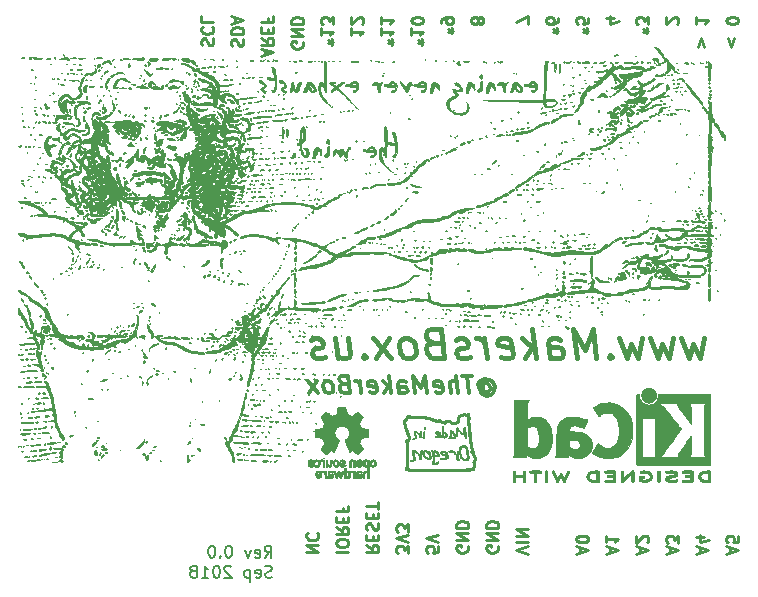
<source format=gbr>
G04 #@! TF.FileFunction,Legend,Bot*
%FSLAX46Y46*%
G04 Gerber Fmt 4.6, Leading zero omitted, Abs format (unit mm)*
G04 Created by KiCad (PCBNEW 4.0.7) date 09/05/18 22:20:03*
%MOMM*%
%LPD*%
G01*
G04 APERTURE LIST*
%ADD10C,0.100000*%
%ADD11C,0.250000*%
%ADD12C,0.200000*%
%ADD13C,0.300000*%
%ADD14C,0.400000*%
%ADD15C,0.010000*%
%ADD16C,0.002540*%
G04 APERTURE END LIST*
D10*
D11*
X125325238Y-82581429D02*
X125277619Y-82438572D01*
X125277619Y-82200476D01*
X125325238Y-82105238D01*
X125372857Y-82057619D01*
X125468095Y-82010000D01*
X125563333Y-82010000D01*
X125658571Y-82057619D01*
X125706190Y-82105238D01*
X125753810Y-82200476D01*
X125801429Y-82390953D01*
X125849048Y-82486191D01*
X125896667Y-82533810D01*
X125991905Y-82581429D01*
X126087143Y-82581429D01*
X126182381Y-82533810D01*
X126230000Y-82486191D01*
X126277619Y-82390953D01*
X126277619Y-82152857D01*
X126230000Y-82010000D01*
X125372857Y-81010000D02*
X125325238Y-81057619D01*
X125277619Y-81200476D01*
X125277619Y-81295714D01*
X125325238Y-81438572D01*
X125420476Y-81533810D01*
X125515714Y-81581429D01*
X125706190Y-81629048D01*
X125849048Y-81629048D01*
X126039524Y-81581429D01*
X126134762Y-81533810D01*
X126230000Y-81438572D01*
X126277619Y-81295714D01*
X126277619Y-81200476D01*
X126230000Y-81057619D01*
X126182381Y-81010000D01*
X125277619Y-80105238D02*
X125277619Y-80581429D01*
X126277619Y-80581429D01*
X127865238Y-82629048D02*
X127817619Y-82486191D01*
X127817619Y-82248095D01*
X127865238Y-82152857D01*
X127912857Y-82105238D01*
X128008095Y-82057619D01*
X128103333Y-82057619D01*
X128198571Y-82105238D01*
X128246190Y-82152857D01*
X128293810Y-82248095D01*
X128341429Y-82438572D01*
X128389048Y-82533810D01*
X128436667Y-82581429D01*
X128531905Y-82629048D01*
X128627143Y-82629048D01*
X128722381Y-82581429D01*
X128770000Y-82533810D01*
X128817619Y-82438572D01*
X128817619Y-82200476D01*
X128770000Y-82057619D01*
X127817619Y-81629048D02*
X128817619Y-81629048D01*
X128817619Y-81390953D01*
X128770000Y-81248095D01*
X128674762Y-81152857D01*
X128579524Y-81105238D01*
X128389048Y-81057619D01*
X128246190Y-81057619D01*
X128055714Y-81105238D01*
X127960476Y-81152857D01*
X127865238Y-81248095D01*
X127817619Y-81390953D01*
X127817619Y-81629048D01*
X128103333Y-80676667D02*
X128103333Y-80200476D01*
X127817619Y-80771905D02*
X128817619Y-80438572D01*
X127817619Y-80105238D01*
X130643333Y-83438572D02*
X130643333Y-82962381D01*
X130357619Y-83533810D02*
X131357619Y-83200477D01*
X130357619Y-82867143D01*
X130357619Y-81962381D02*
X130833810Y-82295715D01*
X130357619Y-82533810D02*
X131357619Y-82533810D01*
X131357619Y-82152857D01*
X131310000Y-82057619D01*
X131262381Y-82010000D01*
X131167143Y-81962381D01*
X131024286Y-81962381D01*
X130929048Y-82010000D01*
X130881429Y-82057619D01*
X130833810Y-82152857D01*
X130833810Y-82533810D01*
X130881429Y-81533810D02*
X130881429Y-81200476D01*
X130357619Y-81057619D02*
X130357619Y-81533810D01*
X131357619Y-81533810D01*
X131357619Y-81057619D01*
X130881429Y-80295714D02*
X130881429Y-80629048D01*
X130357619Y-80629048D02*
X131357619Y-80629048D01*
X131357619Y-80152857D01*
X133850000Y-82295714D02*
X133897619Y-82390952D01*
X133897619Y-82533809D01*
X133850000Y-82676667D01*
X133754762Y-82771905D01*
X133659524Y-82819524D01*
X133469048Y-82867143D01*
X133326190Y-82867143D01*
X133135714Y-82819524D01*
X133040476Y-82771905D01*
X132945238Y-82676667D01*
X132897619Y-82533809D01*
X132897619Y-82438571D01*
X132945238Y-82295714D01*
X132992857Y-82248095D01*
X133326190Y-82248095D01*
X133326190Y-82438571D01*
X132897619Y-81819524D02*
X133897619Y-81819524D01*
X132897619Y-81248095D01*
X133897619Y-81248095D01*
X132897619Y-80771905D02*
X133897619Y-80771905D01*
X133897619Y-80533810D01*
X133850000Y-80390952D01*
X133754762Y-80295714D01*
X133659524Y-80248095D01*
X133469048Y-80200476D01*
X133326190Y-80200476D01*
X133135714Y-80248095D01*
X133040476Y-80295714D01*
X132945238Y-80390952D01*
X132897619Y-80533810D01*
X132897619Y-80771905D01*
X136437619Y-82295715D02*
X136199524Y-82295715D01*
X136294762Y-82533810D02*
X136199524Y-82295715D01*
X136294762Y-82057619D01*
X136009048Y-82438572D02*
X136199524Y-82295715D01*
X136009048Y-82152857D01*
X135437619Y-81152857D02*
X135437619Y-81724286D01*
X135437619Y-81438572D02*
X136437619Y-81438572D01*
X136294762Y-81533810D01*
X136199524Y-81629048D01*
X136151905Y-81724286D01*
X136437619Y-80819524D02*
X136437619Y-80200476D01*
X136056667Y-80533810D01*
X136056667Y-80390952D01*
X136009048Y-80295714D01*
X135961429Y-80248095D01*
X135866190Y-80200476D01*
X135628095Y-80200476D01*
X135532857Y-80248095D01*
X135485238Y-80295714D01*
X135437619Y-80390952D01*
X135437619Y-80676667D01*
X135485238Y-80771905D01*
X135532857Y-80819524D01*
X137977619Y-81152857D02*
X137977619Y-81724286D01*
X137977619Y-81438572D02*
X138977619Y-81438572D01*
X138834762Y-81533810D01*
X138739524Y-81629048D01*
X138691905Y-81724286D01*
X138882381Y-80771905D02*
X138930000Y-80724286D01*
X138977619Y-80629048D01*
X138977619Y-80390952D01*
X138930000Y-80295714D01*
X138882381Y-80248095D01*
X138787143Y-80200476D01*
X138691905Y-80200476D01*
X138549048Y-80248095D01*
X137977619Y-80819524D01*
X137977619Y-80200476D01*
X141517619Y-82295715D02*
X141279524Y-82295715D01*
X141374762Y-82533810D02*
X141279524Y-82295715D01*
X141374762Y-82057619D01*
X141089048Y-82438572D02*
X141279524Y-82295715D01*
X141089048Y-82152857D01*
X140517619Y-81152857D02*
X140517619Y-81724286D01*
X140517619Y-81438572D02*
X141517619Y-81438572D01*
X141374762Y-81533810D01*
X141279524Y-81629048D01*
X141231905Y-81724286D01*
X140517619Y-80200476D02*
X140517619Y-80771905D01*
X140517619Y-80486191D02*
X141517619Y-80486191D01*
X141374762Y-80581429D01*
X141279524Y-80676667D01*
X141231905Y-80771905D01*
X144057619Y-82295715D02*
X143819524Y-82295715D01*
X143914762Y-82533810D02*
X143819524Y-82295715D01*
X143914762Y-82057619D01*
X143629048Y-82438572D02*
X143819524Y-82295715D01*
X143629048Y-82152857D01*
X143057619Y-81152857D02*
X143057619Y-81724286D01*
X143057619Y-81438572D02*
X144057619Y-81438572D01*
X143914762Y-81533810D01*
X143819524Y-81629048D01*
X143771905Y-81724286D01*
X144057619Y-80533810D02*
X144057619Y-80438571D01*
X144010000Y-80343333D01*
X143962381Y-80295714D01*
X143867143Y-80248095D01*
X143676667Y-80200476D01*
X143438571Y-80200476D01*
X143248095Y-80248095D01*
X143152857Y-80295714D01*
X143105238Y-80343333D01*
X143057619Y-80438571D01*
X143057619Y-80533810D01*
X143105238Y-80629048D01*
X143152857Y-80676667D01*
X143248095Y-80724286D01*
X143438571Y-80771905D01*
X143676667Y-80771905D01*
X143867143Y-80724286D01*
X143962381Y-80676667D01*
X144010000Y-80629048D01*
X144057619Y-80533810D01*
X146597619Y-81343334D02*
X146359524Y-81343334D01*
X146454762Y-81581429D02*
X146359524Y-81343334D01*
X146454762Y-81105238D01*
X146169048Y-81486191D02*
X146359524Y-81343334D01*
X146169048Y-81200476D01*
X145597619Y-80676667D02*
X145597619Y-80486191D01*
X145645238Y-80390952D01*
X145692857Y-80343333D01*
X145835714Y-80248095D01*
X146026190Y-80200476D01*
X146407143Y-80200476D01*
X146502381Y-80248095D01*
X146550000Y-80295714D01*
X146597619Y-80390952D01*
X146597619Y-80581429D01*
X146550000Y-80676667D01*
X146502381Y-80724286D01*
X146407143Y-80771905D01*
X146169048Y-80771905D01*
X146073810Y-80724286D01*
X146026190Y-80676667D01*
X145978571Y-80581429D01*
X145978571Y-80390952D01*
X146026190Y-80295714D01*
X146073810Y-80248095D01*
X146169048Y-80200476D01*
X148709048Y-80581429D02*
X148756667Y-80676667D01*
X148804286Y-80724286D01*
X148899524Y-80771905D01*
X148947143Y-80771905D01*
X149042381Y-80724286D01*
X149090000Y-80676667D01*
X149137619Y-80581429D01*
X149137619Y-80390952D01*
X149090000Y-80295714D01*
X149042381Y-80248095D01*
X148947143Y-80200476D01*
X148899524Y-80200476D01*
X148804286Y-80248095D01*
X148756667Y-80295714D01*
X148709048Y-80390952D01*
X148709048Y-80581429D01*
X148661429Y-80676667D01*
X148613810Y-80724286D01*
X148518571Y-80771905D01*
X148328095Y-80771905D01*
X148232857Y-80724286D01*
X148185238Y-80676667D01*
X148137619Y-80581429D01*
X148137619Y-80390952D01*
X148185238Y-80295714D01*
X148232857Y-80248095D01*
X148328095Y-80200476D01*
X148518571Y-80200476D01*
X148613810Y-80248095D01*
X148661429Y-80295714D01*
X148709048Y-80390952D01*
X152947619Y-80819524D02*
X152947619Y-80152857D01*
X151947619Y-80581429D01*
X155487619Y-81343334D02*
X155249524Y-81343334D01*
X155344762Y-81581429D02*
X155249524Y-81343334D01*
X155344762Y-81105238D01*
X155059048Y-81486191D02*
X155249524Y-81343334D01*
X155059048Y-81200476D01*
X155487619Y-80295714D02*
X155487619Y-80486191D01*
X155440000Y-80581429D01*
X155392381Y-80629048D01*
X155249524Y-80724286D01*
X155059048Y-80771905D01*
X154678095Y-80771905D01*
X154582857Y-80724286D01*
X154535238Y-80676667D01*
X154487619Y-80581429D01*
X154487619Y-80390952D01*
X154535238Y-80295714D01*
X154582857Y-80248095D01*
X154678095Y-80200476D01*
X154916190Y-80200476D01*
X155011429Y-80248095D01*
X155059048Y-80295714D01*
X155106667Y-80390952D01*
X155106667Y-80581429D01*
X155059048Y-80676667D01*
X155011429Y-80724286D01*
X154916190Y-80771905D01*
X158027619Y-81343334D02*
X157789524Y-81343334D01*
X157884762Y-81581429D02*
X157789524Y-81343334D01*
X157884762Y-81105238D01*
X157599048Y-81486191D02*
X157789524Y-81343334D01*
X157599048Y-81200476D01*
X158027619Y-80248095D02*
X158027619Y-80724286D01*
X157551429Y-80771905D01*
X157599048Y-80724286D01*
X157646667Y-80629048D01*
X157646667Y-80390952D01*
X157599048Y-80295714D01*
X157551429Y-80248095D01*
X157456190Y-80200476D01*
X157218095Y-80200476D01*
X157122857Y-80248095D01*
X157075238Y-80295714D01*
X157027619Y-80390952D01*
X157027619Y-80629048D01*
X157075238Y-80724286D01*
X157122857Y-80771905D01*
X160234286Y-80295714D02*
X159567619Y-80295714D01*
X160615238Y-80533810D02*
X159900952Y-80771905D01*
X159900952Y-80152857D01*
X163107619Y-81343334D02*
X162869524Y-81343334D01*
X162964762Y-81581429D02*
X162869524Y-81343334D01*
X162964762Y-81105238D01*
X162679048Y-81486191D02*
X162869524Y-81343334D01*
X162679048Y-81200476D01*
X163107619Y-80819524D02*
X163107619Y-80200476D01*
X162726667Y-80533810D01*
X162726667Y-80390952D01*
X162679048Y-80295714D01*
X162631429Y-80248095D01*
X162536190Y-80200476D01*
X162298095Y-80200476D01*
X162202857Y-80248095D01*
X162155238Y-80295714D01*
X162107619Y-80390952D01*
X162107619Y-80676667D01*
X162155238Y-80771905D01*
X162202857Y-80819524D01*
X165552381Y-80771905D02*
X165600000Y-80724286D01*
X165647619Y-80629048D01*
X165647619Y-80390952D01*
X165600000Y-80295714D01*
X165552381Y-80248095D01*
X165457143Y-80200476D01*
X165361905Y-80200476D01*
X165219048Y-80248095D01*
X164647619Y-80819524D01*
X164647619Y-80200476D01*
X167854286Y-82724286D02*
X167568571Y-81962381D01*
X167282857Y-82724286D01*
X167187619Y-80200476D02*
X167187619Y-80771905D01*
X167187619Y-80486191D02*
X168187619Y-80486191D01*
X168044762Y-80581429D01*
X167949524Y-80676667D01*
X167901905Y-80771905D01*
X170394286Y-81962381D02*
X170108571Y-82724286D01*
X169822857Y-81962381D01*
X170727619Y-80533810D02*
X170727619Y-80438571D01*
X170680000Y-80343333D01*
X170632381Y-80295714D01*
X170537143Y-80248095D01*
X170346667Y-80200476D01*
X170108571Y-80200476D01*
X169918095Y-80248095D01*
X169822857Y-80295714D01*
X169775238Y-80343333D01*
X169727619Y-80438571D01*
X169727619Y-80533810D01*
X169775238Y-80629048D01*
X169822857Y-80676667D01*
X169918095Y-80724286D01*
X170108571Y-80771905D01*
X170346667Y-80771905D01*
X170537143Y-80724286D01*
X170632381Y-80676667D01*
X170680000Y-80629048D01*
X170727619Y-80533810D01*
X170013333Y-125539524D02*
X170013333Y-125063333D01*
X169727619Y-125634762D02*
X170727619Y-125301429D01*
X169727619Y-124968095D01*
X170727619Y-124158571D02*
X170727619Y-124634762D01*
X170251429Y-124682381D01*
X170299048Y-124634762D01*
X170346667Y-124539524D01*
X170346667Y-124301428D01*
X170299048Y-124206190D01*
X170251429Y-124158571D01*
X170156190Y-124110952D01*
X169918095Y-124110952D01*
X169822857Y-124158571D01*
X169775238Y-124206190D01*
X169727619Y-124301428D01*
X169727619Y-124539524D01*
X169775238Y-124634762D01*
X169822857Y-124682381D01*
X167473333Y-125539524D02*
X167473333Y-125063333D01*
X167187619Y-125634762D02*
X168187619Y-125301429D01*
X167187619Y-124968095D01*
X167854286Y-124206190D02*
X167187619Y-124206190D01*
X168235238Y-124444286D02*
X167520952Y-124682381D01*
X167520952Y-124063333D01*
X164933333Y-125539524D02*
X164933333Y-125063333D01*
X164647619Y-125634762D02*
X165647619Y-125301429D01*
X164647619Y-124968095D01*
X165647619Y-124730000D02*
X165647619Y-124110952D01*
X165266667Y-124444286D01*
X165266667Y-124301428D01*
X165219048Y-124206190D01*
X165171429Y-124158571D01*
X165076190Y-124110952D01*
X164838095Y-124110952D01*
X164742857Y-124158571D01*
X164695238Y-124206190D01*
X164647619Y-124301428D01*
X164647619Y-124587143D01*
X164695238Y-124682381D01*
X164742857Y-124730000D01*
X162393333Y-125539524D02*
X162393333Y-125063333D01*
X162107619Y-125634762D02*
X163107619Y-125301429D01*
X162107619Y-124968095D01*
X163012381Y-124682381D02*
X163060000Y-124634762D01*
X163107619Y-124539524D01*
X163107619Y-124301428D01*
X163060000Y-124206190D01*
X163012381Y-124158571D01*
X162917143Y-124110952D01*
X162821905Y-124110952D01*
X162679048Y-124158571D01*
X162107619Y-124730000D01*
X162107619Y-124110952D01*
X159853333Y-125539524D02*
X159853333Y-125063333D01*
X159567619Y-125634762D02*
X160567619Y-125301429D01*
X159567619Y-124968095D01*
X159567619Y-124110952D02*
X159567619Y-124682381D01*
X159567619Y-124396667D02*
X160567619Y-124396667D01*
X160424762Y-124491905D01*
X160329524Y-124587143D01*
X160281905Y-124682381D01*
X157313333Y-125539524D02*
X157313333Y-125063333D01*
X157027619Y-125634762D02*
X158027619Y-125301429D01*
X157027619Y-124968095D01*
X158027619Y-124444286D02*
X158027619Y-124349047D01*
X157980000Y-124253809D01*
X157932381Y-124206190D01*
X157837143Y-124158571D01*
X157646667Y-124110952D01*
X157408571Y-124110952D01*
X157218095Y-124158571D01*
X157122857Y-124206190D01*
X157075238Y-124253809D01*
X157027619Y-124349047D01*
X157027619Y-124444286D01*
X157075238Y-124539524D01*
X157122857Y-124587143D01*
X157218095Y-124634762D01*
X157408571Y-124682381D01*
X157646667Y-124682381D01*
X157837143Y-124634762D01*
X157932381Y-124587143D01*
X157980000Y-124539524D01*
X158027619Y-124444286D01*
X152947619Y-125634762D02*
X151947619Y-125301429D01*
X152947619Y-124968095D01*
X151947619Y-124634762D02*
X152947619Y-124634762D01*
X151947619Y-124158572D02*
X152947619Y-124158572D01*
X151947619Y-123587143D01*
X152947619Y-123587143D01*
X150360000Y-124968095D02*
X150407619Y-125063333D01*
X150407619Y-125206190D01*
X150360000Y-125349048D01*
X150264762Y-125444286D01*
X150169524Y-125491905D01*
X149979048Y-125539524D01*
X149836190Y-125539524D01*
X149645714Y-125491905D01*
X149550476Y-125444286D01*
X149455238Y-125349048D01*
X149407619Y-125206190D01*
X149407619Y-125110952D01*
X149455238Y-124968095D01*
X149502857Y-124920476D01*
X149836190Y-124920476D01*
X149836190Y-125110952D01*
X149407619Y-124491905D02*
X150407619Y-124491905D01*
X149407619Y-123920476D01*
X150407619Y-123920476D01*
X149407619Y-123444286D02*
X150407619Y-123444286D01*
X150407619Y-123206191D01*
X150360000Y-123063333D01*
X150264762Y-122968095D01*
X150169524Y-122920476D01*
X149979048Y-122872857D01*
X149836190Y-122872857D01*
X149645714Y-122920476D01*
X149550476Y-122968095D01*
X149455238Y-123063333D01*
X149407619Y-123206191D01*
X149407619Y-123444286D01*
X147820000Y-124968095D02*
X147867619Y-125063333D01*
X147867619Y-125206190D01*
X147820000Y-125349048D01*
X147724762Y-125444286D01*
X147629524Y-125491905D01*
X147439048Y-125539524D01*
X147296190Y-125539524D01*
X147105714Y-125491905D01*
X147010476Y-125444286D01*
X146915238Y-125349048D01*
X146867619Y-125206190D01*
X146867619Y-125110952D01*
X146915238Y-124968095D01*
X146962857Y-124920476D01*
X147296190Y-124920476D01*
X147296190Y-125110952D01*
X146867619Y-124491905D02*
X147867619Y-124491905D01*
X146867619Y-123920476D01*
X147867619Y-123920476D01*
X146867619Y-123444286D02*
X147867619Y-123444286D01*
X147867619Y-123206191D01*
X147820000Y-123063333D01*
X147724762Y-122968095D01*
X147629524Y-122920476D01*
X147439048Y-122872857D01*
X147296190Y-122872857D01*
X147105714Y-122920476D01*
X147010476Y-122968095D01*
X146915238Y-123063333D01*
X146867619Y-123206191D01*
X146867619Y-123444286D01*
X145327619Y-125015714D02*
X145327619Y-125491905D01*
X144851429Y-125539524D01*
X144899048Y-125491905D01*
X144946667Y-125396667D01*
X144946667Y-125158571D01*
X144899048Y-125063333D01*
X144851429Y-125015714D01*
X144756190Y-124968095D01*
X144518095Y-124968095D01*
X144422857Y-125015714D01*
X144375238Y-125063333D01*
X144327619Y-125158571D01*
X144327619Y-125396667D01*
X144375238Y-125491905D01*
X144422857Y-125539524D01*
X145327619Y-124682381D02*
X144327619Y-124349048D01*
X145327619Y-124015714D01*
X142787619Y-125587143D02*
X142787619Y-124968095D01*
X142406667Y-125301429D01*
X142406667Y-125158571D01*
X142359048Y-125063333D01*
X142311429Y-125015714D01*
X142216190Y-124968095D01*
X141978095Y-124968095D01*
X141882857Y-125015714D01*
X141835238Y-125063333D01*
X141787619Y-125158571D01*
X141787619Y-125444286D01*
X141835238Y-125539524D01*
X141882857Y-125587143D01*
X142787619Y-124682381D02*
X141787619Y-124349048D01*
X142787619Y-124015714D01*
X142787619Y-123777619D02*
X142787619Y-123158571D01*
X142406667Y-123491905D01*
X142406667Y-123349047D01*
X142359048Y-123253809D01*
X142311429Y-123206190D01*
X142216190Y-123158571D01*
X141978095Y-123158571D01*
X141882857Y-123206190D01*
X141835238Y-123253809D01*
X141787619Y-123349047D01*
X141787619Y-123634762D01*
X141835238Y-123730000D01*
X141882857Y-123777619D01*
X139247619Y-124920476D02*
X139723810Y-125253810D01*
X139247619Y-125491905D02*
X140247619Y-125491905D01*
X140247619Y-125110952D01*
X140200000Y-125015714D01*
X140152381Y-124968095D01*
X140057143Y-124920476D01*
X139914286Y-124920476D01*
X139819048Y-124968095D01*
X139771429Y-125015714D01*
X139723810Y-125110952D01*
X139723810Y-125491905D01*
X139771429Y-124491905D02*
X139771429Y-124158571D01*
X139247619Y-124015714D02*
X139247619Y-124491905D01*
X140247619Y-124491905D01*
X140247619Y-124015714D01*
X139295238Y-123634762D02*
X139247619Y-123491905D01*
X139247619Y-123253809D01*
X139295238Y-123158571D01*
X139342857Y-123110952D01*
X139438095Y-123063333D01*
X139533333Y-123063333D01*
X139628571Y-123110952D01*
X139676190Y-123158571D01*
X139723810Y-123253809D01*
X139771429Y-123444286D01*
X139819048Y-123539524D01*
X139866667Y-123587143D01*
X139961905Y-123634762D01*
X140057143Y-123634762D01*
X140152381Y-123587143D01*
X140200000Y-123539524D01*
X140247619Y-123444286D01*
X140247619Y-123206190D01*
X140200000Y-123063333D01*
X139771429Y-122634762D02*
X139771429Y-122301428D01*
X139247619Y-122158571D02*
X139247619Y-122634762D01*
X140247619Y-122634762D01*
X140247619Y-122158571D01*
X140247619Y-121872857D02*
X140247619Y-121301428D01*
X139247619Y-121587143D02*
X140247619Y-121587143D01*
X136707619Y-125491905D02*
X137707619Y-125491905D01*
X137707619Y-124825239D02*
X137707619Y-124634762D01*
X137660000Y-124539524D01*
X137564762Y-124444286D01*
X137374286Y-124396667D01*
X137040952Y-124396667D01*
X136850476Y-124444286D01*
X136755238Y-124539524D01*
X136707619Y-124634762D01*
X136707619Y-124825239D01*
X136755238Y-124920477D01*
X136850476Y-125015715D01*
X137040952Y-125063334D01*
X137374286Y-125063334D01*
X137564762Y-125015715D01*
X137660000Y-124920477D01*
X137707619Y-124825239D01*
X136707619Y-123396667D02*
X137183810Y-123730001D01*
X136707619Y-123968096D02*
X137707619Y-123968096D01*
X137707619Y-123587143D01*
X137660000Y-123491905D01*
X137612381Y-123444286D01*
X137517143Y-123396667D01*
X137374286Y-123396667D01*
X137279048Y-123444286D01*
X137231429Y-123491905D01*
X137183810Y-123587143D01*
X137183810Y-123968096D01*
X137231429Y-122968096D02*
X137231429Y-122634762D01*
X136707619Y-122491905D02*
X136707619Y-122968096D01*
X137707619Y-122968096D01*
X137707619Y-122491905D01*
X137231429Y-121730000D02*
X137231429Y-122063334D01*
X136707619Y-122063334D02*
X137707619Y-122063334D01*
X137707619Y-121587143D01*
X134167619Y-125491905D02*
X135167619Y-125491905D01*
X134167619Y-124920476D01*
X135167619Y-124920476D01*
X134262857Y-123872857D02*
X134215238Y-123920476D01*
X134167619Y-124063333D01*
X134167619Y-124158571D01*
X134215238Y-124301429D01*
X134310476Y-124396667D01*
X134405714Y-124444286D01*
X134596190Y-124491905D01*
X134739048Y-124491905D01*
X134929524Y-124444286D01*
X135024762Y-124396667D01*
X135120000Y-124301429D01*
X135167619Y-124158571D01*
X135167619Y-124063333D01*
X135120000Y-123920476D01*
X135072381Y-123872857D01*
D12*
X130635476Y-125967381D02*
X130968810Y-125491190D01*
X131206905Y-125967381D02*
X131206905Y-124967381D01*
X130825952Y-124967381D01*
X130730714Y-125015000D01*
X130683095Y-125062619D01*
X130635476Y-125157857D01*
X130635476Y-125300714D01*
X130683095Y-125395952D01*
X130730714Y-125443571D01*
X130825952Y-125491190D01*
X131206905Y-125491190D01*
X129825952Y-125919762D02*
X129921190Y-125967381D01*
X130111667Y-125967381D01*
X130206905Y-125919762D01*
X130254524Y-125824524D01*
X130254524Y-125443571D01*
X130206905Y-125348333D01*
X130111667Y-125300714D01*
X129921190Y-125300714D01*
X129825952Y-125348333D01*
X129778333Y-125443571D01*
X129778333Y-125538810D01*
X130254524Y-125634048D01*
X129445000Y-125300714D02*
X129206905Y-125967381D01*
X128968809Y-125300714D01*
X127635476Y-124967381D02*
X127540237Y-124967381D01*
X127444999Y-125015000D01*
X127397380Y-125062619D01*
X127349761Y-125157857D01*
X127302142Y-125348333D01*
X127302142Y-125586429D01*
X127349761Y-125776905D01*
X127397380Y-125872143D01*
X127444999Y-125919762D01*
X127540237Y-125967381D01*
X127635476Y-125967381D01*
X127730714Y-125919762D01*
X127778333Y-125872143D01*
X127825952Y-125776905D01*
X127873571Y-125586429D01*
X127873571Y-125348333D01*
X127825952Y-125157857D01*
X127778333Y-125062619D01*
X127730714Y-125015000D01*
X127635476Y-124967381D01*
X126873571Y-125872143D02*
X126825952Y-125919762D01*
X126873571Y-125967381D01*
X126921190Y-125919762D01*
X126873571Y-125872143D01*
X126873571Y-125967381D01*
X126206905Y-124967381D02*
X126111666Y-124967381D01*
X126016428Y-125015000D01*
X125968809Y-125062619D01*
X125921190Y-125157857D01*
X125873571Y-125348333D01*
X125873571Y-125586429D01*
X125921190Y-125776905D01*
X125968809Y-125872143D01*
X126016428Y-125919762D01*
X126111666Y-125967381D01*
X126206905Y-125967381D01*
X126302143Y-125919762D01*
X126349762Y-125872143D01*
X126397381Y-125776905D01*
X126445000Y-125586429D01*
X126445000Y-125348333D01*
X126397381Y-125157857D01*
X126349762Y-125062619D01*
X126302143Y-125015000D01*
X126206905Y-124967381D01*
X131254524Y-127619762D02*
X131111667Y-127667381D01*
X130873571Y-127667381D01*
X130778333Y-127619762D01*
X130730714Y-127572143D01*
X130683095Y-127476905D01*
X130683095Y-127381667D01*
X130730714Y-127286429D01*
X130778333Y-127238810D01*
X130873571Y-127191190D01*
X131064048Y-127143571D01*
X131159286Y-127095952D01*
X131206905Y-127048333D01*
X131254524Y-126953095D01*
X131254524Y-126857857D01*
X131206905Y-126762619D01*
X131159286Y-126715000D01*
X131064048Y-126667381D01*
X130825952Y-126667381D01*
X130683095Y-126715000D01*
X129873571Y-127619762D02*
X129968809Y-127667381D01*
X130159286Y-127667381D01*
X130254524Y-127619762D01*
X130302143Y-127524524D01*
X130302143Y-127143571D01*
X130254524Y-127048333D01*
X130159286Y-127000714D01*
X129968809Y-127000714D01*
X129873571Y-127048333D01*
X129825952Y-127143571D01*
X129825952Y-127238810D01*
X130302143Y-127334048D01*
X129397381Y-127000714D02*
X129397381Y-128000714D01*
X129397381Y-127048333D02*
X129302143Y-127000714D01*
X129111666Y-127000714D01*
X129016428Y-127048333D01*
X128968809Y-127095952D01*
X128921190Y-127191190D01*
X128921190Y-127476905D01*
X128968809Y-127572143D01*
X129016428Y-127619762D01*
X129111666Y-127667381D01*
X129302143Y-127667381D01*
X129397381Y-127619762D01*
X127778333Y-126762619D02*
X127730714Y-126715000D01*
X127635476Y-126667381D01*
X127397380Y-126667381D01*
X127302142Y-126715000D01*
X127254523Y-126762619D01*
X127206904Y-126857857D01*
X127206904Y-126953095D01*
X127254523Y-127095952D01*
X127825952Y-127667381D01*
X127206904Y-127667381D01*
X126587857Y-126667381D02*
X126492618Y-126667381D01*
X126397380Y-126715000D01*
X126349761Y-126762619D01*
X126302142Y-126857857D01*
X126254523Y-127048333D01*
X126254523Y-127286429D01*
X126302142Y-127476905D01*
X126349761Y-127572143D01*
X126397380Y-127619762D01*
X126492618Y-127667381D01*
X126587857Y-127667381D01*
X126683095Y-127619762D01*
X126730714Y-127572143D01*
X126778333Y-127476905D01*
X126825952Y-127286429D01*
X126825952Y-127048333D01*
X126778333Y-126857857D01*
X126730714Y-126762619D01*
X126683095Y-126715000D01*
X126587857Y-126667381D01*
X125302142Y-127667381D02*
X125873571Y-127667381D01*
X125587857Y-127667381D02*
X125587857Y-126667381D01*
X125683095Y-126810238D01*
X125778333Y-126905476D01*
X125873571Y-126953095D01*
X124730714Y-127095952D02*
X124825952Y-127048333D01*
X124873571Y-127000714D01*
X124921190Y-126905476D01*
X124921190Y-126857857D01*
X124873571Y-126762619D01*
X124825952Y-126715000D01*
X124730714Y-126667381D01*
X124540237Y-126667381D01*
X124444999Y-126715000D01*
X124397380Y-126762619D01*
X124349761Y-126857857D01*
X124349761Y-126905476D01*
X124397380Y-127000714D01*
X124444999Y-127048333D01*
X124540237Y-127095952D01*
X124730714Y-127095952D01*
X124825952Y-127143571D01*
X124873571Y-127191190D01*
X124921190Y-127286429D01*
X124921190Y-127476905D01*
X124873571Y-127572143D01*
X124825952Y-127619762D01*
X124730714Y-127667381D01*
X124540237Y-127667381D01*
X124444999Y-127619762D01*
X124397380Y-127572143D01*
X124349761Y-127476905D01*
X124349761Y-127286429D01*
X124397380Y-127191190D01*
X124444999Y-127143571D01*
X124540237Y-127095952D01*
D13*
X149092679Y-111343286D02*
X149155178Y-111271857D01*
X149289107Y-111200429D01*
X149431965Y-111200429D01*
X149583750Y-111271857D01*
X149664107Y-111343286D01*
X149753393Y-111486143D01*
X149771250Y-111629000D01*
X149717678Y-111771857D01*
X149655179Y-111843286D01*
X149521250Y-111914714D01*
X149378392Y-111914714D01*
X149226607Y-111843286D01*
X149146250Y-111771857D01*
X149074822Y-111200429D02*
X149146250Y-111771857D01*
X149083750Y-111843286D01*
X149012322Y-111843286D01*
X148860535Y-111771857D01*
X148771250Y-111629000D01*
X148726607Y-111271857D01*
X148842678Y-111057571D01*
X149039107Y-110914714D01*
X149315893Y-110843286D01*
X149610535Y-110914714D01*
X149842678Y-111057571D01*
X150012321Y-111271857D01*
X150119464Y-111557571D01*
X150083750Y-111843286D01*
X149967678Y-112057571D01*
X149771250Y-112200429D01*
X149494464Y-112271857D01*
X149199822Y-112200429D01*
X148967678Y-112057571D01*
X148208750Y-110557571D02*
X147351607Y-110557571D01*
X147967678Y-112057571D02*
X147780178Y-110557571D01*
X147039107Y-112057571D02*
X146851607Y-110557571D01*
X146396250Y-112057571D02*
X146298036Y-111271857D01*
X146351608Y-111129000D01*
X146485536Y-111057571D01*
X146699821Y-111057571D01*
X146851608Y-111129000D01*
X146931965Y-111200429D01*
X145101608Y-111986143D02*
X145253393Y-112057571D01*
X145539107Y-112057571D01*
X145673036Y-111986143D01*
X145726608Y-111843286D01*
X145655179Y-111271857D01*
X145565893Y-111129000D01*
X145414107Y-111057571D01*
X145128393Y-111057571D01*
X144994465Y-111129000D01*
X144940893Y-111271857D01*
X144958750Y-111414714D01*
X145690893Y-111557571D01*
X144396250Y-112057571D02*
X144208750Y-110557571D01*
X143842679Y-111629000D01*
X143208750Y-110557571D01*
X143396250Y-112057571D01*
X142039107Y-112057571D02*
X141940893Y-111271857D01*
X141994465Y-111129000D01*
X142128393Y-111057571D01*
X142414107Y-111057571D01*
X142565893Y-111129000D01*
X142030179Y-111986143D02*
X142181964Y-112057571D01*
X142539107Y-112057571D01*
X142673036Y-111986143D01*
X142726608Y-111843286D01*
X142708751Y-111700429D01*
X142619464Y-111557571D01*
X142467679Y-111486143D01*
X142110536Y-111486143D01*
X141958750Y-111414714D01*
X141324821Y-112057571D02*
X141137321Y-110557571D01*
X141110536Y-111486143D02*
X140753393Y-112057571D01*
X140628393Y-111057571D02*
X141271250Y-111629000D01*
X139530179Y-111986143D02*
X139681964Y-112057571D01*
X139967678Y-112057571D01*
X140101607Y-111986143D01*
X140155179Y-111843286D01*
X140083750Y-111271857D01*
X139994464Y-111129000D01*
X139842678Y-111057571D01*
X139556964Y-111057571D01*
X139423036Y-111129000D01*
X139369464Y-111271857D01*
X139387321Y-111414714D01*
X140119464Y-111557571D01*
X138824821Y-112057571D02*
X138699821Y-111057571D01*
X138735536Y-111343286D02*
X138646251Y-111200429D01*
X138565893Y-111129000D01*
X138414107Y-111057571D01*
X138271250Y-111057571D01*
X137298036Y-111271857D02*
X137092679Y-111343286D01*
X137030179Y-111414714D01*
X136976607Y-111557571D01*
X137003393Y-111771857D01*
X137092679Y-111914714D01*
X137173036Y-111986143D01*
X137324822Y-112057571D01*
X137896250Y-112057571D01*
X137708750Y-110557571D01*
X137208750Y-110557571D01*
X137074822Y-110629000D01*
X137012322Y-110700429D01*
X136958751Y-110843286D01*
X136976608Y-110986143D01*
X137065893Y-111129000D01*
X137146251Y-111200429D01*
X137298036Y-111271857D01*
X137798036Y-111271857D01*
X136181964Y-112057571D02*
X136315894Y-111986143D01*
X136378393Y-111914714D01*
X136431965Y-111771857D01*
X136378394Y-111343286D01*
X136289108Y-111200429D01*
X136208751Y-111129000D01*
X136056964Y-111057571D01*
X135842679Y-111057571D01*
X135708751Y-111129000D01*
X135646251Y-111200429D01*
X135592679Y-111343286D01*
X135646250Y-111771857D01*
X135735536Y-111914714D01*
X135815894Y-111986143D01*
X135967679Y-112057571D01*
X136181964Y-112057571D01*
X135181964Y-112057571D02*
X134271250Y-111057571D01*
X135056964Y-111057571D02*
X134396250Y-112057571D01*
D14*
X167789228Y-107414286D02*
X167521371Y-109080952D01*
X166896370Y-107890476D01*
X166568990Y-109080952D01*
X165884466Y-107414286D01*
X165170180Y-107414286D02*
X164902323Y-109080952D01*
X164277322Y-107890476D01*
X163949942Y-109080952D01*
X163265418Y-107414286D01*
X162551132Y-107414286D02*
X162283275Y-109080952D01*
X161658274Y-107890476D01*
X161330894Y-109080952D01*
X160646370Y-107414286D01*
X159872560Y-108842857D02*
X159768393Y-108961905D01*
X159902322Y-109080952D01*
X160006489Y-108961905D01*
X159872560Y-108842857D01*
X159902322Y-109080952D01*
X158711846Y-109080952D02*
X158399346Y-106580952D01*
X157789227Y-108366667D01*
X156732679Y-106580952D01*
X157045179Y-109080952D01*
X154783274Y-109080952D02*
X154619584Y-107771429D01*
X154708870Y-107533333D01*
X154932084Y-107414286D01*
X155408275Y-107414286D01*
X155661251Y-107533333D01*
X154768393Y-108961905D02*
X155021370Y-109080952D01*
X155616608Y-109080952D01*
X155839822Y-108961905D01*
X155929108Y-108723810D01*
X155899346Y-108485714D01*
X155750536Y-108247619D01*
X155497560Y-108128571D01*
X154902322Y-108128571D01*
X154649345Y-108009524D01*
X153592798Y-109080952D02*
X153280298Y-106580952D01*
X153235655Y-108128571D02*
X152640417Y-109080952D01*
X152432084Y-107414286D02*
X153503512Y-108366667D01*
X150601726Y-108961905D02*
X150854702Y-109080952D01*
X151330893Y-109080952D01*
X151554107Y-108961905D01*
X151643393Y-108723810D01*
X151524346Y-107771429D01*
X151375536Y-107533333D01*
X151122560Y-107414286D01*
X150646369Y-107414286D01*
X150423155Y-107533333D01*
X150333869Y-107771429D01*
X150363630Y-108009524D01*
X151583869Y-108247619D01*
X149426131Y-109080952D02*
X149217798Y-107414286D01*
X149277321Y-107890476D02*
X149128512Y-107652381D01*
X148994584Y-107533333D01*
X148741607Y-107414286D01*
X148503512Y-107414286D01*
X147982679Y-108961905D02*
X147759464Y-109080952D01*
X147283274Y-109080952D01*
X147030298Y-108961905D01*
X146881488Y-108723810D01*
X146866607Y-108604762D01*
X146955893Y-108366667D01*
X147179107Y-108247619D01*
X147536250Y-108247619D01*
X147759464Y-108128571D01*
X147848750Y-107890476D01*
X147833870Y-107771429D01*
X147685060Y-107533333D01*
X147432084Y-107414286D01*
X147074941Y-107414286D01*
X146851727Y-107533333D01*
X144857679Y-107771429D02*
X144515416Y-107890476D01*
X144411249Y-108009524D01*
X144321963Y-108247619D01*
X144366606Y-108604762D01*
X144515416Y-108842857D01*
X144649345Y-108961905D01*
X144902321Y-109080952D01*
X145854702Y-109080952D01*
X145542202Y-106580952D01*
X144708869Y-106580952D01*
X144485654Y-106700000D01*
X144381488Y-106819048D01*
X144292202Y-107057143D01*
X144321964Y-107295238D01*
X144470774Y-107533333D01*
X144604702Y-107652381D01*
X144857679Y-107771429D01*
X145691012Y-107771429D01*
X142997559Y-109080952D02*
X143220773Y-108961905D01*
X143324940Y-108842857D01*
X143414226Y-108604762D01*
X143324940Y-107890476D01*
X143176131Y-107652381D01*
X143042202Y-107533333D01*
X142789226Y-107414286D01*
X142432083Y-107414286D01*
X142208869Y-107533333D01*
X142104702Y-107652381D01*
X142015416Y-107890476D01*
X142104702Y-108604762D01*
X142253511Y-108842857D01*
X142387440Y-108961905D01*
X142640416Y-109080952D01*
X142997559Y-109080952D01*
X141330892Y-109080952D02*
X139813035Y-107414286D01*
X141122559Y-107414286D02*
X140021368Y-109080952D01*
X139039225Y-108842857D02*
X138935058Y-108961905D01*
X139068987Y-109080952D01*
X139173154Y-108961905D01*
X139039225Y-108842857D01*
X139068987Y-109080952D01*
X136598749Y-107414286D02*
X136807082Y-109080952D01*
X137670178Y-107414286D02*
X137833868Y-108723810D01*
X137744582Y-108961905D01*
X137521368Y-109080952D01*
X137164225Y-109080952D01*
X136911249Y-108961905D01*
X136777320Y-108842857D01*
X135720773Y-108961905D02*
X135497558Y-109080952D01*
X135021368Y-109080952D01*
X134768392Y-108961905D01*
X134619582Y-108723810D01*
X134604701Y-108604762D01*
X134693987Y-108366667D01*
X134917201Y-108247619D01*
X135274344Y-108247619D01*
X135497558Y-108128571D01*
X135586844Y-107890476D01*
X135571964Y-107771429D01*
X135423154Y-107533333D01*
X135170178Y-107414286D01*
X134813035Y-107414286D01*
X134589821Y-107533333D01*
D15*
G36*
X128857108Y-112636221D02*
X128814202Y-112783304D01*
X128759773Y-112998820D01*
X128715372Y-113190803D01*
X128652280Y-113453006D01*
X128590184Y-113675789D01*
X128537608Y-113830278D01*
X128511319Y-113881985D01*
X128456022Y-114003211D01*
X128436304Y-114120428D01*
X128406625Y-114245756D01*
X128357202Y-114300815D01*
X128294744Y-114373058D01*
X128284941Y-114428028D01*
X128250200Y-114556003D01*
X128197195Y-114647165D01*
X128126183Y-114786604D01*
X128107548Y-114878854D01*
X128066825Y-115005416D01*
X127982988Y-115125096D01*
X127888975Y-115268814D01*
X127850869Y-115397889D01*
X127814596Y-115534139D01*
X127768122Y-115599882D01*
X127704832Y-115695268D01*
X127647427Y-115849023D01*
X127642189Y-115868824D01*
X127586631Y-116015790D01*
X127502650Y-116073940D01*
X127449040Y-116079308D01*
X127335330Y-116124171D01*
X127296587Y-116242145D01*
X127333719Y-116412519D01*
X127426878Y-116584932D01*
X127515186Y-116730592D01*
X127564222Y-116841026D01*
X127567765Y-116861497D01*
X127609339Y-116953708D01*
X127657412Y-117004353D01*
X127734126Y-117122353D01*
X127747059Y-117190965D01*
X127775408Y-117284004D01*
X127811100Y-117303177D01*
X127855863Y-117353105D01*
X127861823Y-117437647D01*
X127871062Y-117559338D01*
X127907427Y-117707805D01*
X127956292Y-117836749D01*
X128003033Y-117899867D01*
X128008126Y-117900824D01*
X128047581Y-117853703D01*
X128070402Y-117803601D01*
X128071729Y-117680989D01*
X128046991Y-117633219D01*
X128004062Y-117533621D01*
X127964028Y-117363885D01*
X127949094Y-117267265D01*
X127910441Y-117081511D01*
X127854509Y-116942175D01*
X127824935Y-116904790D01*
X127742904Y-116799618D01*
X127724947Y-116746466D01*
X127677891Y-116620006D01*
X127650424Y-116577088D01*
X127601393Y-116468800D01*
X127582793Y-116342691D01*
X127597962Y-116248299D01*
X127626866Y-116227412D01*
X127685591Y-116178223D01*
X127760142Y-116059992D01*
X127827515Y-115916723D01*
X127864702Y-115792420D01*
X127866588Y-115768889D01*
X127891107Y-115728736D01*
X127978017Y-115708454D01*
X128147348Y-115705866D01*
X128359647Y-115715299D01*
X128852706Y-115743280D01*
X128421166Y-115668355D01*
X128206495Y-115627480D01*
X128041404Y-115589316D01*
X127958285Y-115561451D01*
X127955465Y-115559269D01*
X127974458Y-115503826D01*
X128063507Y-115407015D01*
X128102824Y-115372370D01*
X128221547Y-115243540D01*
X128252800Y-115139370D01*
X128250219Y-115130703D01*
X128255765Y-115019840D01*
X128312600Y-114894487D01*
X128378179Y-114772462D01*
X128396358Y-114695424D01*
X128408492Y-114606753D01*
X128448162Y-114494235D01*
X128495335Y-114369584D01*
X128564895Y-114167378D01*
X128644322Y-113924381D01*
X128672035Y-113836824D01*
X128750196Y-113593218D01*
X128821012Y-113382393D01*
X128872827Y-113238707D01*
X128884914Y-113209294D01*
X128910745Y-113098523D01*
X128923313Y-112939005D01*
X128922820Y-112772140D01*
X128909468Y-112639327D01*
X128883458Y-112581966D01*
X128881861Y-112581821D01*
X128857108Y-112636221D01*
X128857108Y-112636221D01*
G37*
X128857108Y-112636221D02*
X128814202Y-112783304D01*
X128759773Y-112998820D01*
X128715372Y-113190803D01*
X128652280Y-113453006D01*
X128590184Y-113675789D01*
X128537608Y-113830278D01*
X128511319Y-113881985D01*
X128456022Y-114003211D01*
X128436304Y-114120428D01*
X128406625Y-114245756D01*
X128357202Y-114300815D01*
X128294744Y-114373058D01*
X128284941Y-114428028D01*
X128250200Y-114556003D01*
X128197195Y-114647165D01*
X128126183Y-114786604D01*
X128107548Y-114878854D01*
X128066825Y-115005416D01*
X127982988Y-115125096D01*
X127888975Y-115268814D01*
X127850869Y-115397889D01*
X127814596Y-115534139D01*
X127768122Y-115599882D01*
X127704832Y-115695268D01*
X127647427Y-115849023D01*
X127642189Y-115868824D01*
X127586631Y-116015790D01*
X127502650Y-116073940D01*
X127449040Y-116079308D01*
X127335330Y-116124171D01*
X127296587Y-116242145D01*
X127333719Y-116412519D01*
X127426878Y-116584932D01*
X127515186Y-116730592D01*
X127564222Y-116841026D01*
X127567765Y-116861497D01*
X127609339Y-116953708D01*
X127657412Y-117004353D01*
X127734126Y-117122353D01*
X127747059Y-117190965D01*
X127775408Y-117284004D01*
X127811100Y-117303177D01*
X127855863Y-117353105D01*
X127861823Y-117437647D01*
X127871062Y-117559338D01*
X127907427Y-117707805D01*
X127956292Y-117836749D01*
X128003033Y-117899867D01*
X128008126Y-117900824D01*
X128047581Y-117853703D01*
X128070402Y-117803601D01*
X128071729Y-117680989D01*
X128046991Y-117633219D01*
X128004062Y-117533621D01*
X127964028Y-117363885D01*
X127949094Y-117267265D01*
X127910441Y-117081511D01*
X127854509Y-116942175D01*
X127824935Y-116904790D01*
X127742904Y-116799618D01*
X127724947Y-116746466D01*
X127677891Y-116620006D01*
X127650424Y-116577088D01*
X127601393Y-116468800D01*
X127582793Y-116342691D01*
X127597962Y-116248299D01*
X127626866Y-116227412D01*
X127685591Y-116178223D01*
X127760142Y-116059992D01*
X127827515Y-115916723D01*
X127864702Y-115792420D01*
X127866588Y-115768889D01*
X127891107Y-115728736D01*
X127978017Y-115708454D01*
X128147348Y-115705866D01*
X128359647Y-115715299D01*
X128852706Y-115743280D01*
X128421166Y-115668355D01*
X128206495Y-115627480D01*
X128041404Y-115589316D01*
X127958285Y-115561451D01*
X127955465Y-115559269D01*
X127974458Y-115503826D01*
X128063507Y-115407015D01*
X128102824Y-115372370D01*
X128221547Y-115243540D01*
X128252800Y-115139370D01*
X128250219Y-115130703D01*
X128255765Y-115019840D01*
X128312600Y-114894487D01*
X128378179Y-114772462D01*
X128396358Y-114695424D01*
X128408492Y-114606753D01*
X128448162Y-114494235D01*
X128495335Y-114369584D01*
X128564895Y-114167378D01*
X128644322Y-113924381D01*
X128672035Y-113836824D01*
X128750196Y-113593218D01*
X128821012Y-113382393D01*
X128872827Y-113238707D01*
X128884914Y-113209294D01*
X128910745Y-113098523D01*
X128923313Y-112939005D01*
X128922820Y-112772140D01*
X128909468Y-112639327D01*
X128883458Y-112581966D01*
X128881861Y-112581821D01*
X128857108Y-112636221D01*
G36*
X124048388Y-117375318D02*
X124042562Y-117557177D01*
X124050531Y-117771756D01*
X124081231Y-117876338D01*
X124142676Y-117879548D01*
X124242879Y-117790007D01*
X124250823Y-117781294D01*
X124320580Y-117695070D01*
X124307609Y-117664795D01*
X124260086Y-117661765D01*
X124177874Y-117611725D01*
X124160261Y-117527294D01*
X124134276Y-117377414D01*
X124101412Y-117303177D01*
X124067405Y-117287327D01*
X124048388Y-117375318D01*
X124048388Y-117375318D01*
G37*
X124048388Y-117375318D02*
X124042562Y-117557177D01*
X124050531Y-117771756D01*
X124081231Y-117876338D01*
X124142676Y-117879548D01*
X124242879Y-117790007D01*
X124250823Y-117781294D01*
X124320580Y-117695070D01*
X124307609Y-117664795D01*
X124260086Y-117661765D01*
X124177874Y-117611725D01*
X124160261Y-117527294D01*
X124134276Y-117377414D01*
X124101412Y-117303177D01*
X124067405Y-117287327D01*
X124048388Y-117375318D01*
G36*
X113306981Y-117618862D02*
X113295694Y-117695939D01*
X113312453Y-117776790D01*
X113375212Y-117869471D01*
X113457615Y-117899662D01*
X113516102Y-117858740D01*
X113523059Y-117818494D01*
X113487672Y-117726396D01*
X113409529Y-117643688D01*
X113330656Y-117609197D01*
X113306981Y-117618862D01*
X113306981Y-117618862D01*
G37*
X113306981Y-117618862D02*
X113295694Y-117695939D01*
X113312453Y-117776790D01*
X113375212Y-117869471D01*
X113457615Y-117899662D01*
X113516102Y-117858740D01*
X113523059Y-117818494D01*
X113487672Y-117726396D01*
X113409529Y-117643688D01*
X113330656Y-117609197D01*
X113306981Y-117618862D01*
G36*
X112670590Y-117858753D02*
X112646541Y-117872751D01*
X112724844Y-117881773D01*
X112835765Y-117883730D01*
X112971366Y-117879258D01*
X113011029Y-117868548D01*
X112969413Y-117857938D01*
X112792666Y-117848106D01*
X112670590Y-117858753D01*
X112670590Y-117858753D01*
G37*
X112670590Y-117858753D02*
X112646541Y-117872751D01*
X112724844Y-117881773D01*
X112835765Y-117883730D01*
X112971366Y-117879258D01*
X113011029Y-117868548D01*
X112969413Y-117857938D01*
X112792666Y-117848106D01*
X112670590Y-117858753D01*
G36*
X131503845Y-117754634D02*
X131452470Y-117781294D01*
X131392974Y-117827867D01*
X131437524Y-117839130D01*
X131452470Y-117839229D01*
X131580390Y-117807954D01*
X131631765Y-117781294D01*
X131691261Y-117734721D01*
X131646711Y-117723458D01*
X131631765Y-117723360D01*
X131503845Y-117754634D01*
X131503845Y-117754634D01*
G37*
X131503845Y-117754634D02*
X131452470Y-117781294D01*
X131392974Y-117827867D01*
X131437524Y-117839130D01*
X131452470Y-117839229D01*
X131580390Y-117807954D01*
X131631765Y-117781294D01*
X131691261Y-117734721D01*
X131646711Y-117723458D01*
X131631765Y-117723360D01*
X131503845Y-117754634D01*
G36*
X131054039Y-117801216D02*
X131062243Y-117836746D01*
X131093882Y-117841059D01*
X131143075Y-117819192D01*
X131133725Y-117801216D01*
X131062799Y-117794063D01*
X131054039Y-117801216D01*
X131054039Y-117801216D01*
G37*
X131054039Y-117801216D02*
X131062243Y-117836746D01*
X131093882Y-117841059D01*
X131143075Y-117819192D01*
X131133725Y-117801216D01*
X131062799Y-117794063D01*
X131054039Y-117801216D01*
G36*
X130485257Y-117733400D02*
X130389046Y-117763433D01*
X130376706Y-117781294D01*
X130430123Y-117816936D01*
X130565274Y-117838317D01*
X130645647Y-117841059D01*
X130806037Y-117829188D01*
X130902248Y-117799155D01*
X130914588Y-117781294D01*
X130861171Y-117745652D01*
X130726020Y-117724272D01*
X130645647Y-117721529D01*
X130485257Y-117733400D01*
X130485257Y-117733400D01*
G37*
X130485257Y-117733400D02*
X130389046Y-117763433D01*
X130376706Y-117781294D01*
X130430123Y-117816936D01*
X130565274Y-117838317D01*
X130645647Y-117841059D01*
X130806037Y-117829188D01*
X130902248Y-117799155D01*
X130914588Y-117781294D01*
X130861171Y-117745652D01*
X130726020Y-117724272D01*
X130645647Y-117721529D01*
X130485257Y-117733400D01*
G36*
X129478760Y-117703268D02*
X129462375Y-117715483D01*
X129444501Y-117764260D01*
X129532177Y-117781069D01*
X129553041Y-117781294D01*
X129710455Y-117794904D01*
X129804053Y-117817571D01*
X129883868Y-117819596D01*
X129898588Y-117792437D01*
X129847344Y-117733986D01*
X129726951Y-117693759D01*
X129587419Y-117680579D01*
X129478760Y-117703268D01*
X129478760Y-117703268D01*
G37*
X129478760Y-117703268D02*
X129462375Y-117715483D01*
X129444501Y-117764260D01*
X129532177Y-117781069D01*
X129553041Y-117781294D01*
X129710455Y-117794904D01*
X129804053Y-117817571D01*
X129883868Y-117819596D01*
X129898588Y-117792437D01*
X129847344Y-117733986D01*
X129726951Y-117693759D01*
X129587419Y-117680579D01*
X129478760Y-117703268D01*
G36*
X110949239Y-117682293D02*
X110875307Y-117704913D01*
X110797201Y-117745721D01*
X110814486Y-117769592D01*
X110938743Y-117791924D01*
X110941003Y-117792256D01*
X111083468Y-117798381D01*
X111165984Y-117774497D01*
X111168772Y-117770907D01*
X111159167Y-117711923D01*
X111072309Y-117679308D01*
X110949239Y-117682293D01*
X110949239Y-117682293D01*
G37*
X110949239Y-117682293D02*
X110875307Y-117704913D01*
X110797201Y-117745721D01*
X110814486Y-117769592D01*
X110938743Y-117791924D01*
X110941003Y-117792256D01*
X111083468Y-117798381D01*
X111165984Y-117774497D01*
X111168772Y-117770907D01*
X111159167Y-117711923D01*
X111072309Y-117679308D01*
X110949239Y-117682293D01*
G36*
X121770588Y-117751412D02*
X121800470Y-117781294D01*
X121830353Y-117751412D01*
X121800470Y-117721529D01*
X121770588Y-117751412D01*
X121770588Y-117751412D01*
G37*
X121770588Y-117751412D02*
X121800470Y-117781294D01*
X121830353Y-117751412D01*
X121800470Y-117721529D01*
X121770588Y-117751412D01*
G36*
X113164470Y-117751412D02*
X113194353Y-117781294D01*
X113224235Y-117751412D01*
X113194353Y-117721529D01*
X113164470Y-117751412D01*
X113164470Y-117751412D01*
G37*
X113164470Y-117751412D02*
X113194353Y-117781294D01*
X113224235Y-117751412D01*
X113194353Y-117721529D01*
X113164470Y-117751412D01*
G36*
X110654353Y-117751412D02*
X110684235Y-117781294D01*
X110714117Y-117751412D01*
X110684235Y-117721529D01*
X110654353Y-117751412D01*
X110654353Y-117751412D01*
G37*
X110654353Y-117751412D02*
X110684235Y-117781294D01*
X110714117Y-117751412D01*
X110684235Y-117721529D01*
X110654353Y-117751412D01*
G36*
X110534823Y-117751412D02*
X110564706Y-117781294D01*
X110594588Y-117751412D01*
X110564706Y-117721529D01*
X110534823Y-117751412D01*
X110534823Y-117751412D01*
G37*
X110534823Y-117751412D02*
X110564706Y-117781294D01*
X110594588Y-117751412D01*
X110564706Y-117721529D01*
X110534823Y-117751412D01*
G36*
X129045804Y-117682328D02*
X129043817Y-117701947D01*
X129137376Y-117709960D01*
X129151529Y-117709878D01*
X129244222Y-117701261D01*
X129235373Y-117683070D01*
X129225098Y-117680113D01*
X129094912Y-117671364D01*
X129045804Y-117682328D01*
X129045804Y-117682328D01*
G37*
X129045804Y-117682328D02*
X129043817Y-117701947D01*
X129137376Y-117709960D01*
X129151529Y-117709878D01*
X129244222Y-117701261D01*
X129235373Y-117683070D01*
X129225098Y-117680113D01*
X129094912Y-117671364D01*
X129045804Y-117682328D01*
G36*
X128882588Y-117691647D02*
X128912470Y-117721529D01*
X128942353Y-117691647D01*
X128912470Y-117661765D01*
X128882588Y-117691647D01*
X128882588Y-117691647D01*
G37*
X128882588Y-117691647D02*
X128912470Y-117721529D01*
X128942353Y-117691647D01*
X128912470Y-117661765D01*
X128882588Y-117691647D01*
G36*
X128281751Y-117611008D02*
X128255545Y-117636962D01*
X128284941Y-117661765D01*
X128392433Y-117702875D01*
X128521610Y-117719252D01*
X128630771Y-117710897D01*
X128678217Y-117677809D01*
X128673412Y-117661765D01*
X128594535Y-117622732D01*
X128447691Y-117603394D01*
X128415884Y-117602915D01*
X128281751Y-117611008D01*
X128281751Y-117611008D01*
G37*
X128281751Y-117611008D02*
X128255545Y-117636962D01*
X128284941Y-117661765D01*
X128392433Y-117702875D01*
X128521610Y-117719252D01*
X128630771Y-117710897D01*
X128678217Y-117677809D01*
X128673412Y-117661765D01*
X128594535Y-117622732D01*
X128447691Y-117603394D01*
X128415884Y-117602915D01*
X128281751Y-117611008D01*
G36*
X120675858Y-117320861D02*
X120639563Y-117331629D01*
X120538022Y-117404538D01*
X120520905Y-117504190D01*
X120576269Y-117572720D01*
X120610745Y-117644345D01*
X120602624Y-117665894D01*
X120607942Y-117718075D01*
X120625685Y-117721529D01*
X120682245Y-117671078D01*
X120743410Y-117548057D01*
X120749011Y-117532544D01*
X120791498Y-117378901D01*
X120770318Y-117314222D01*
X120675858Y-117320861D01*
X120675858Y-117320861D01*
G37*
X120675858Y-117320861D02*
X120639563Y-117331629D01*
X120538022Y-117404538D01*
X120520905Y-117504190D01*
X120576269Y-117572720D01*
X120610745Y-117644345D01*
X120602624Y-117665894D01*
X120607942Y-117718075D01*
X120625685Y-117721529D01*
X120682245Y-117671078D01*
X120743410Y-117548057D01*
X120749011Y-117532544D01*
X120791498Y-117378901D01*
X120770318Y-117314222D01*
X120675858Y-117320861D01*
G36*
X116511294Y-117691647D02*
X116541176Y-117721529D01*
X116571059Y-117691647D01*
X116541176Y-117661765D01*
X116511294Y-117691647D01*
X116511294Y-117691647D01*
G37*
X116511294Y-117691647D02*
X116541176Y-117721529D01*
X116571059Y-117691647D01*
X116541176Y-117661765D01*
X116511294Y-117691647D01*
G36*
X111358538Y-117647717D02*
X111277598Y-117691580D01*
X111291869Y-117710841D01*
X111413023Y-117717175D01*
X111428306Y-117717485D01*
X111559044Y-117711113D01*
X111586309Y-117679913D01*
X111564726Y-117651762D01*
X111472307Y-117612254D01*
X111358538Y-117647717D01*
X111358538Y-117647717D01*
G37*
X111358538Y-117647717D02*
X111277598Y-117691580D01*
X111291869Y-117710841D01*
X111413023Y-117717175D01*
X111428306Y-117717485D01*
X111559044Y-117711113D01*
X111586309Y-117679913D01*
X111564726Y-117651762D01*
X111472307Y-117612254D01*
X111358538Y-117647717D01*
G36*
X112150080Y-117587820D02*
X112148470Y-117602000D01*
X112197117Y-117654450D01*
X112241645Y-117661765D01*
X112303505Y-117632791D01*
X112297882Y-117602000D01*
X112221476Y-117544515D01*
X112204708Y-117542235D01*
X112150080Y-117587820D01*
X112150080Y-117587820D01*
G37*
X112150080Y-117587820D02*
X112148470Y-117602000D01*
X112197117Y-117654450D01*
X112241645Y-117661765D01*
X112303505Y-117632791D01*
X112297882Y-117602000D01*
X112221476Y-117544515D01*
X112204708Y-117542235D01*
X112150080Y-117587820D01*
G36*
X111909412Y-117631882D02*
X111939294Y-117661765D01*
X111969176Y-117631882D01*
X111939294Y-117602000D01*
X111909412Y-117631882D01*
X111909412Y-117631882D01*
G37*
X111909412Y-117631882D02*
X111939294Y-117661765D01*
X111969176Y-117631882D01*
X111939294Y-117602000D01*
X111909412Y-117631882D01*
G36*
X111730117Y-117631882D02*
X111760000Y-117661765D01*
X111789882Y-117631882D01*
X111760000Y-117602000D01*
X111730117Y-117631882D01*
X111730117Y-117631882D01*
G37*
X111730117Y-117631882D02*
X111760000Y-117661765D01*
X111789882Y-117631882D01*
X111760000Y-117602000D01*
X111730117Y-117631882D01*
G36*
X135596157Y-117502392D02*
X135604361Y-117537922D01*
X135636000Y-117542235D01*
X135685193Y-117520368D01*
X135675843Y-117502392D01*
X135604916Y-117495240D01*
X135596157Y-117502392D01*
X135596157Y-117502392D01*
G37*
X135596157Y-117502392D02*
X135604361Y-117537922D01*
X135636000Y-117542235D01*
X135685193Y-117520368D01*
X135675843Y-117502392D01*
X135604916Y-117495240D01*
X135596157Y-117502392D01*
G36*
X116859368Y-117239658D02*
X116806966Y-117341348D01*
X116771676Y-117463788D01*
X116773106Y-117525146D01*
X116808461Y-117498526D01*
X116838570Y-117427210D01*
X116905989Y-117327898D01*
X116967084Y-117303177D01*
X117025774Y-117273151D01*
X117019294Y-117243412D01*
X116941208Y-117185595D01*
X116859368Y-117239658D01*
X116859368Y-117239658D01*
G37*
X116859368Y-117239658D02*
X116806966Y-117341348D01*
X116771676Y-117463788D01*
X116773106Y-117525146D01*
X116808461Y-117498526D01*
X116838570Y-117427210D01*
X116905989Y-117327898D01*
X116967084Y-117303177D01*
X117025774Y-117273151D01*
X117019294Y-117243412D01*
X116941208Y-117185595D01*
X116859368Y-117239658D01*
G36*
X112716235Y-116650550D02*
X112883106Y-116741033D01*
X113037385Y-116794489D01*
X113166454Y-116794547D01*
X113304611Y-116778893D01*
X113365713Y-116828096D01*
X113331369Y-116924013D01*
X113316077Y-116942163D01*
X113253685Y-117055384D01*
X113277453Y-117196161D01*
X113280822Y-117205171D01*
X113310041Y-117328401D01*
X113282521Y-117362941D01*
X113225665Y-117404573D01*
X113224235Y-117416312D01*
X113273254Y-117482885D01*
X113378539Y-117511656D01*
X113434942Y-117503039D01*
X113468873Y-117435867D01*
X113477273Y-117295597D01*
X113474120Y-117249522D01*
X113476653Y-117063319D01*
X113511674Y-116908151D01*
X113519818Y-116890879D01*
X113553761Y-116793523D01*
X113501995Y-116735080D01*
X113431926Y-116704965D01*
X113274916Y-116668815D01*
X113068517Y-116649338D01*
X112996227Y-116648158D01*
X112716235Y-116650550D01*
X112716235Y-116650550D01*
G37*
X112716235Y-116650550D02*
X112883106Y-116741033D01*
X113037385Y-116794489D01*
X113166454Y-116794547D01*
X113304611Y-116778893D01*
X113365713Y-116828096D01*
X113331369Y-116924013D01*
X113316077Y-116942163D01*
X113253685Y-117055384D01*
X113277453Y-117196161D01*
X113280822Y-117205171D01*
X113310041Y-117328401D01*
X113282521Y-117362941D01*
X113225665Y-117404573D01*
X113224235Y-117416312D01*
X113273254Y-117482885D01*
X113378539Y-117511656D01*
X113434942Y-117503039D01*
X113468873Y-117435867D01*
X113477273Y-117295597D01*
X113474120Y-117249522D01*
X113476653Y-117063319D01*
X113511674Y-116908151D01*
X113519818Y-116890879D01*
X113553761Y-116793523D01*
X113501995Y-116735080D01*
X113431926Y-116704965D01*
X113274916Y-116668815D01*
X113068517Y-116649338D01*
X112996227Y-116648158D01*
X112716235Y-116650550D01*
G36*
X112850706Y-117442890D02*
X112843198Y-117464703D01*
X112925412Y-117473034D01*
X113010255Y-117463642D01*
X113000117Y-117442890D01*
X112877758Y-117434996D01*
X112850706Y-117442890D01*
X112850706Y-117442890D01*
G37*
X112850706Y-117442890D02*
X112843198Y-117464703D01*
X112925412Y-117473034D01*
X113010255Y-117463642D01*
X113000117Y-117442890D01*
X112877758Y-117434996D01*
X112850706Y-117442890D01*
G36*
X110334711Y-117382969D02*
X110295765Y-117422706D01*
X110345662Y-117471745D01*
X110411767Y-117482471D01*
X110526177Y-117455027D01*
X110564706Y-117422706D01*
X110543547Y-117378389D01*
X110448703Y-117362941D01*
X110334711Y-117382969D01*
X110334711Y-117382969D01*
G37*
X110334711Y-117382969D02*
X110295765Y-117422706D01*
X110345662Y-117471745D01*
X110411767Y-117482471D01*
X110526177Y-117455027D01*
X110564706Y-117422706D01*
X110543547Y-117378389D01*
X110448703Y-117362941D01*
X110334711Y-117382969D01*
G36*
X110973098Y-117382863D02*
X110981302Y-117418393D01*
X111012941Y-117422706D01*
X111062134Y-117400839D01*
X111052784Y-117382863D01*
X110981857Y-117375710D01*
X110973098Y-117382863D01*
X110973098Y-117382863D01*
G37*
X110973098Y-117382863D02*
X110981302Y-117418393D01*
X111012941Y-117422706D01*
X111062134Y-117400839D01*
X111052784Y-117382863D01*
X110981857Y-117375710D01*
X110973098Y-117382863D01*
G36*
X110654353Y-117392824D02*
X110684235Y-117422706D01*
X110714117Y-117392824D01*
X110684235Y-117362941D01*
X110654353Y-117392824D01*
X110654353Y-117392824D01*
G37*
X110654353Y-117392824D02*
X110684235Y-117422706D01*
X110714117Y-117392824D01*
X110684235Y-117362941D01*
X110654353Y-117392824D01*
G36*
X132604186Y-117326833D02*
X132622010Y-117353997D01*
X132682627Y-117358223D01*
X132746398Y-117343627D01*
X132718735Y-117322115D01*
X132625330Y-117314990D01*
X132604186Y-117326833D01*
X132604186Y-117326833D01*
G37*
X132604186Y-117326833D02*
X132622010Y-117353997D01*
X132682627Y-117358223D01*
X132746398Y-117343627D01*
X132718735Y-117322115D01*
X132625330Y-117314990D01*
X132604186Y-117326833D01*
G36*
X131495521Y-117277577D02*
X131403791Y-117294875D01*
X131392706Y-117307312D01*
X131446834Y-117337388D01*
X131586834Y-117357588D01*
X131731372Y-117362941D01*
X131907670Y-117357792D01*
X132017236Y-117344450D01*
X132037177Y-117330079D01*
X131958211Y-117301620D01*
X131814060Y-117282410D01*
X131646054Y-117273909D01*
X131495521Y-117277577D01*
X131495521Y-117277577D01*
G37*
X131495521Y-117277577D02*
X131403791Y-117294875D01*
X131392706Y-117307312D01*
X131446834Y-117337388D01*
X131586834Y-117357588D01*
X131731372Y-117362941D01*
X131907670Y-117357792D01*
X132017236Y-117344450D01*
X132037177Y-117330079D01*
X131958211Y-117301620D01*
X131814060Y-117282410D01*
X131646054Y-117273909D01*
X131495521Y-117277577D01*
G36*
X130916465Y-117253742D02*
X130872515Y-117278839D01*
X130941544Y-117312491D01*
X131016183Y-117329605D01*
X131156303Y-117323502D01*
X131218505Y-117298764D01*
X131236178Y-117262920D01*
X131141475Y-117246090D01*
X131068980Y-117244327D01*
X130916465Y-117253742D01*
X130916465Y-117253742D01*
G37*
X130916465Y-117253742D02*
X130872515Y-117278839D01*
X130941544Y-117312491D01*
X131016183Y-117329605D01*
X131156303Y-117323502D01*
X131218505Y-117298764D01*
X131236178Y-117262920D01*
X131141475Y-117246090D01*
X131068980Y-117244327D01*
X130916465Y-117253742D01*
G36*
X129707707Y-117222359D02*
X129522595Y-117231723D01*
X129416155Y-117247741D01*
X129407039Y-117251720D01*
X129410914Y-117280533D01*
X129513245Y-117301618D01*
X129693146Y-117313918D01*
X129929729Y-117316378D01*
X130202108Y-117307943D01*
X130346823Y-117299195D01*
X130552597Y-117281130D01*
X130640137Y-117264680D01*
X130610731Y-117250092D01*
X130465668Y-117237608D01*
X130206234Y-117227474D01*
X129937716Y-117221568D01*
X129707707Y-117222359D01*
X129707707Y-117222359D01*
G37*
X129707707Y-117222359D02*
X129522595Y-117231723D01*
X129416155Y-117247741D01*
X129407039Y-117251720D01*
X129410914Y-117280533D01*
X129513245Y-117301618D01*
X129693146Y-117313918D01*
X129929729Y-117316378D01*
X130202108Y-117307943D01*
X130346823Y-117299195D01*
X130552597Y-117281130D01*
X130640137Y-117264680D01*
X130610731Y-117250092D01*
X130465668Y-117237608D01*
X130206234Y-117227474D01*
X129937716Y-117221568D01*
X129707707Y-117222359D01*
G36*
X124429775Y-117266110D02*
X124400235Y-117303177D01*
X124437858Y-117358788D01*
X124546710Y-117323191D01*
X124579529Y-117303177D01*
X124626465Y-117259581D01*
X124567106Y-117244991D01*
X124534706Y-117244327D01*
X124429775Y-117266110D01*
X124429775Y-117266110D01*
G37*
X124429775Y-117266110D02*
X124400235Y-117303177D01*
X124437858Y-117358788D01*
X124546710Y-117323191D01*
X124579529Y-117303177D01*
X124626465Y-117259581D01*
X124567106Y-117244991D01*
X124534706Y-117244327D01*
X124429775Y-117266110D01*
G36*
X112210276Y-117102954D02*
X112017823Y-117142239D01*
X111816086Y-117191816D01*
X111639072Y-117243507D01*
X111520786Y-117289133D01*
X111491059Y-117314104D01*
X111523709Y-117349948D01*
X111630819Y-117350818D01*
X111826128Y-117315381D01*
X112058823Y-117259043D01*
X112278110Y-117200841D01*
X112401285Y-117160734D01*
X112448585Y-117129427D01*
X112440248Y-117097626D01*
X112431308Y-117087975D01*
X112359440Y-117082140D01*
X112210276Y-117102954D01*
X112210276Y-117102954D01*
G37*
X112210276Y-117102954D02*
X112017823Y-117142239D01*
X111816086Y-117191816D01*
X111639072Y-117243507D01*
X111520786Y-117289133D01*
X111491059Y-117314104D01*
X111523709Y-117349948D01*
X111630819Y-117350818D01*
X111826128Y-117315381D01*
X112058823Y-117259043D01*
X112278110Y-117200841D01*
X112401285Y-117160734D01*
X112448585Y-117129427D01*
X112440248Y-117097626D01*
X112431308Y-117087975D01*
X112359440Y-117082140D01*
X112210276Y-117102954D01*
G36*
X111142584Y-117275683D02*
X111132470Y-117303177D01*
X111180877Y-117356199D01*
X111222117Y-117362941D01*
X111301651Y-117330670D01*
X111311765Y-117303177D01*
X111263358Y-117250154D01*
X111222117Y-117243412D01*
X111142584Y-117275683D01*
X111142584Y-117275683D01*
G37*
X111142584Y-117275683D02*
X111132470Y-117303177D01*
X111180877Y-117356199D01*
X111222117Y-117362941D01*
X111301651Y-117330670D01*
X111311765Y-117303177D01*
X111263358Y-117250154D01*
X111222117Y-117243412D01*
X111142584Y-117275683D01*
G36*
X129061882Y-117273294D02*
X129091765Y-117303177D01*
X129121647Y-117273294D01*
X129091765Y-117243412D01*
X129061882Y-117273294D01*
X129061882Y-117273294D01*
G37*
X129061882Y-117273294D02*
X129091765Y-117303177D01*
X129121647Y-117273294D01*
X129091765Y-117243412D01*
X129061882Y-117273294D01*
G36*
X128825256Y-117227031D02*
X128822823Y-117243412D01*
X128843214Y-117301623D01*
X128849179Y-117303177D01*
X128900204Y-117261297D01*
X128912470Y-117243412D01*
X128907732Y-117188340D01*
X128886115Y-117183647D01*
X128825256Y-117227031D01*
X128825256Y-117227031D01*
G37*
X128825256Y-117227031D02*
X128822823Y-117243412D01*
X128843214Y-117301623D01*
X128849179Y-117303177D01*
X128900204Y-117261297D01*
X128912470Y-117243412D01*
X128907732Y-117188340D01*
X128886115Y-117183647D01*
X128825256Y-117227031D01*
G36*
X120311613Y-117143683D02*
X120287848Y-117198588D01*
X120308638Y-117283302D01*
X120396000Y-117303177D01*
X120494090Y-117272928D01*
X120504152Y-117198588D01*
X120445221Y-117109676D01*
X120396000Y-117094000D01*
X120311613Y-117143683D01*
X120311613Y-117143683D01*
G37*
X120311613Y-117143683D02*
X120287848Y-117198588D01*
X120308638Y-117283302D01*
X120396000Y-117303177D01*
X120494090Y-117272928D01*
X120504152Y-117198588D01*
X120445221Y-117109676D01*
X120396000Y-117094000D01*
X120311613Y-117143683D01*
G36*
X116668815Y-117077711D02*
X116658805Y-117090482D01*
X116590659Y-117198555D01*
X116571059Y-117254835D01*
X116602936Y-117303180D01*
X116667924Y-117276739D01*
X116714076Y-117208641D01*
X116748449Y-117079594D01*
X116730870Y-117030623D01*
X116668815Y-117077711D01*
X116668815Y-117077711D01*
G37*
X116668815Y-117077711D02*
X116658805Y-117090482D01*
X116590659Y-117198555D01*
X116571059Y-117254835D01*
X116602936Y-117303180D01*
X116667924Y-117276739D01*
X116714076Y-117208641D01*
X116748449Y-117079594D01*
X116730870Y-117030623D01*
X116668815Y-117077711D01*
G36*
X116264024Y-116860625D02*
X116221279Y-116974264D01*
X116212470Y-117097527D01*
X116227907Y-117242586D01*
X116284061Y-117299079D01*
X116320484Y-117303177D01*
X116398267Y-117272930D01*
X116418122Y-117163574D01*
X116416390Y-117128303D01*
X116381847Y-116940703D01*
X116324303Y-116850457D01*
X116264024Y-116860625D01*
X116264024Y-116860625D01*
G37*
X116264024Y-116860625D02*
X116221279Y-116974264D01*
X116212470Y-117097527D01*
X116227907Y-117242586D01*
X116284061Y-117299079D01*
X116320484Y-117303177D01*
X116398267Y-117272930D01*
X116418122Y-117163574D01*
X116416390Y-117128303D01*
X116381847Y-116940703D01*
X116324303Y-116850457D01*
X116264024Y-116860625D01*
G36*
X128400375Y-117114030D02*
X128252160Y-117140227D01*
X128170773Y-117178061D01*
X128165412Y-117189925D01*
X128214531Y-117231889D01*
X128329349Y-117242262D01*
X128461057Y-117223731D01*
X128560843Y-117178983D01*
X128572351Y-117167517D01*
X128589197Y-117120648D01*
X128519886Y-117106486D01*
X128400375Y-117114030D01*
X128400375Y-117114030D01*
G37*
X128400375Y-117114030D02*
X128252160Y-117140227D01*
X128170773Y-117178061D01*
X128165412Y-117189925D01*
X128214531Y-117231889D01*
X128329349Y-117242262D01*
X128461057Y-117223731D01*
X128560843Y-117178983D01*
X128572351Y-117167517D01*
X128589197Y-117120648D01*
X128519886Y-117106486D01*
X128400375Y-117114030D01*
G36*
X120904000Y-117042505D02*
X120825364Y-117084925D01*
X120814353Y-117100394D01*
X120863156Y-117121286D01*
X120904000Y-117123882D01*
X120983548Y-117092606D01*
X120993647Y-117065993D01*
X120949839Y-117033110D01*
X120904000Y-117042505D01*
X120904000Y-117042505D01*
G37*
X120904000Y-117042505D02*
X120825364Y-117084925D01*
X120814353Y-117100394D01*
X120863156Y-117121286D01*
X120904000Y-117123882D01*
X120983548Y-117092606D01*
X120993647Y-117065993D01*
X120949839Y-117033110D01*
X120904000Y-117042505D01*
G36*
X117083870Y-117026815D02*
X117079059Y-117064118D01*
X117152717Y-117121553D01*
X117168706Y-117123882D01*
X117246103Y-117080614D01*
X117258353Y-117064118D01*
X117239582Y-117017509D01*
X117168706Y-117004353D01*
X117083870Y-117026815D01*
X117083870Y-117026815D01*
G37*
X117083870Y-117026815D02*
X117079059Y-117064118D01*
X117152717Y-117121553D01*
X117168706Y-117123882D01*
X117246103Y-117080614D01*
X117258353Y-117064118D01*
X117239582Y-117017509D01*
X117168706Y-117004353D01*
X117083870Y-117026815D01*
G36*
X112749002Y-117042516D02*
X112731176Y-117045066D01*
X112567713Y-117077555D01*
X112519662Y-117103783D01*
X112588154Y-117120175D01*
X112706274Y-117123882D01*
X112848458Y-117110757D01*
X112922429Y-117078301D01*
X112925412Y-117069331D01*
X112874166Y-117040498D01*
X112749002Y-117042516D01*
X112749002Y-117042516D01*
G37*
X112749002Y-117042516D02*
X112731176Y-117045066D01*
X112567713Y-117077555D01*
X112519662Y-117103783D01*
X112588154Y-117120175D01*
X112706274Y-117123882D01*
X112848458Y-117110757D01*
X112922429Y-117078301D01*
X112925412Y-117069331D01*
X112874166Y-117040498D01*
X112749002Y-117042516D01*
G36*
X133783294Y-116974471D02*
X133813176Y-117004353D01*
X133843059Y-116974471D01*
X133813176Y-116944588D01*
X133783294Y-116974471D01*
X133783294Y-116974471D01*
G37*
X133783294Y-116974471D02*
X133813176Y-117004353D01*
X133843059Y-116974471D01*
X133813176Y-116944588D01*
X133783294Y-116974471D01*
G36*
X109980862Y-116965151D02*
X109978876Y-116984771D01*
X110072435Y-116992784D01*
X110086588Y-116992702D01*
X110179280Y-116984084D01*
X110170432Y-116965894D01*
X110160157Y-116962937D01*
X110029970Y-116954187D01*
X109980862Y-116965151D01*
X109980862Y-116965151D01*
G37*
X109980862Y-116965151D02*
X109978876Y-116984771D01*
X110072435Y-116992784D01*
X110086588Y-116992702D01*
X110179280Y-116984084D01*
X110170432Y-116965894D01*
X110160157Y-116962937D01*
X110029970Y-116954187D01*
X109980862Y-116965151D01*
G36*
X124878353Y-116696267D02*
X124919925Y-116771827D01*
X125012174Y-116867056D01*
X125106398Y-116935205D01*
X125137059Y-116944588D01*
X125175637Y-116898094D01*
X125177176Y-116880555D01*
X125138776Y-116788758D01*
X125091798Y-116731143D01*
X124987300Y-116659633D01*
X124903537Y-116652502D01*
X124878353Y-116696267D01*
X124878353Y-116696267D01*
G37*
X124878353Y-116696267D02*
X124919925Y-116771827D01*
X125012174Y-116867056D01*
X125106398Y-116935205D01*
X125137059Y-116944588D01*
X125175637Y-116898094D01*
X125177176Y-116880555D01*
X125138776Y-116788758D01*
X125091798Y-116731143D01*
X124987300Y-116659633D01*
X124903537Y-116652502D01*
X124878353Y-116696267D01*
G36*
X111563893Y-116780097D02*
X111495397Y-116829168D01*
X111491059Y-116854941D01*
X111498522Y-116914999D01*
X111540599Y-116933775D01*
X111646825Y-116913639D01*
X111774941Y-116877725D01*
X111924620Y-116825509D01*
X111955883Y-116789474D01*
X111868723Y-116769604D01*
X111730117Y-116765294D01*
X111563893Y-116780097D01*
X111563893Y-116780097D01*
G37*
X111563893Y-116780097D02*
X111495397Y-116829168D01*
X111491059Y-116854941D01*
X111498522Y-116914999D01*
X111540599Y-116933775D01*
X111646825Y-116913639D01*
X111774941Y-116877725D01*
X111924620Y-116825509D01*
X111955883Y-116789474D01*
X111868723Y-116769604D01*
X111730117Y-116765294D01*
X111563893Y-116780097D01*
G36*
X111142584Y-116857330D02*
X111132470Y-116884824D01*
X111180877Y-116937846D01*
X111222117Y-116944588D01*
X111301651Y-116912317D01*
X111311765Y-116884824D01*
X111263358Y-116831802D01*
X111222117Y-116825059D01*
X111142584Y-116857330D01*
X111142584Y-116857330D01*
G37*
X111142584Y-116857330D02*
X111132470Y-116884824D01*
X111180877Y-116937846D01*
X111222117Y-116944588D01*
X111301651Y-116912317D01*
X111311765Y-116884824D01*
X111263358Y-116831802D01*
X111222117Y-116825059D01*
X111142584Y-116857330D01*
G36*
X111012941Y-116914706D02*
X111042823Y-116944588D01*
X111072706Y-116914706D01*
X111042823Y-116884824D01*
X111012941Y-116914706D01*
X111012941Y-116914706D01*
G37*
X111012941Y-116914706D02*
X111042823Y-116944588D01*
X111072706Y-116914706D01*
X111042823Y-116884824D01*
X111012941Y-116914706D01*
G36*
X110790068Y-116908480D02*
X110807893Y-116935644D01*
X110868510Y-116939870D01*
X110932281Y-116925274D01*
X110904617Y-116903762D01*
X110811212Y-116896637D01*
X110790068Y-116908480D01*
X110790068Y-116908480D01*
G37*
X110790068Y-116908480D02*
X110807893Y-116935644D01*
X110868510Y-116939870D01*
X110932281Y-116925274D01*
X110904617Y-116903762D01*
X110811212Y-116896637D01*
X110790068Y-116908480D01*
G36*
X133051176Y-116845243D02*
X133043668Y-116867056D01*
X133125882Y-116875387D01*
X133210726Y-116865995D01*
X133200588Y-116845243D01*
X133078229Y-116837349D01*
X133051176Y-116845243D01*
X133051176Y-116845243D01*
G37*
X133051176Y-116845243D02*
X133043668Y-116867056D01*
X133125882Y-116875387D01*
X133210726Y-116865995D01*
X133200588Y-116845243D01*
X133078229Y-116837349D01*
X133051176Y-116845243D01*
G36*
X132484657Y-116848716D02*
X132502481Y-116875879D01*
X132563098Y-116880105D01*
X132626869Y-116865510D01*
X132599206Y-116843997D01*
X132505801Y-116836873D01*
X132484657Y-116848716D01*
X132484657Y-116848716D01*
G37*
X132484657Y-116848716D02*
X132502481Y-116875879D01*
X132563098Y-116880105D01*
X132626869Y-116865510D01*
X132599206Y-116843997D01*
X132505801Y-116836873D01*
X132484657Y-116848716D01*
G36*
X130905482Y-116776437D02*
X130873752Y-116803586D01*
X130876416Y-116806808D01*
X130954497Y-116841412D01*
X131072202Y-116858502D01*
X131183241Y-116856514D01*
X131241322Y-116833880D01*
X131239608Y-116819094D01*
X131162120Y-116781234D01*
X131022054Y-116765296D01*
X131020630Y-116765294D01*
X130905482Y-116776437D01*
X130905482Y-116776437D01*
G37*
X130905482Y-116776437D02*
X130873752Y-116803586D01*
X130876416Y-116806808D01*
X130954497Y-116841412D01*
X131072202Y-116858502D01*
X131183241Y-116856514D01*
X131241322Y-116833880D01*
X131239608Y-116819094D01*
X131162120Y-116781234D01*
X131022054Y-116765296D01*
X131020630Y-116765294D01*
X130905482Y-116776437D01*
G36*
X130328148Y-116775926D02*
X130218592Y-116803140D01*
X130197412Y-116825059D01*
X130250785Y-116860898D01*
X130385642Y-116882231D01*
X130462826Y-116884824D01*
X130631734Y-116872446D01*
X130745163Y-116841275D01*
X130765176Y-116825059D01*
X130735543Y-116788209D01*
X130602351Y-116768047D01*
X130499762Y-116765294D01*
X130328148Y-116775926D01*
X130328148Y-116775926D01*
G37*
X130328148Y-116775926D02*
X130218592Y-116803140D01*
X130197412Y-116825059D01*
X130250785Y-116860898D01*
X130385642Y-116882231D01*
X130462826Y-116884824D01*
X130631734Y-116872446D01*
X130745163Y-116841275D01*
X130765176Y-116825059D01*
X130735543Y-116788209D01*
X130602351Y-116768047D01*
X130499762Y-116765294D01*
X130328148Y-116775926D01*
G36*
X129854752Y-116793592D02*
X129838823Y-116825059D01*
X129848003Y-116877244D01*
X129899739Y-116861724D01*
X129958353Y-116825059D01*
X130013295Y-116778744D01*
X129956810Y-116766402D01*
X129943412Y-116766209D01*
X129854752Y-116793592D01*
X129854752Y-116793592D01*
G37*
X129854752Y-116793592D02*
X129838823Y-116825059D01*
X129848003Y-116877244D01*
X129899739Y-116861724D01*
X129958353Y-116825059D01*
X130013295Y-116778744D01*
X129956810Y-116766402D01*
X129943412Y-116766209D01*
X129854752Y-116793592D01*
G36*
X121133098Y-116844980D02*
X121141302Y-116880510D01*
X121172941Y-116884824D01*
X121222134Y-116862957D01*
X121212784Y-116844980D01*
X121141857Y-116837828D01*
X121133098Y-116844980D01*
X121133098Y-116844980D01*
G37*
X121133098Y-116844980D02*
X121141302Y-116880510D01*
X121172941Y-116884824D01*
X121222134Y-116862957D01*
X121212784Y-116844980D01*
X121141857Y-116837828D01*
X121133098Y-116844980D01*
G36*
X118364000Y-116854941D02*
X118393882Y-116884824D01*
X118423765Y-116854941D01*
X118393882Y-116825059D01*
X118364000Y-116854941D01*
X118364000Y-116854941D01*
G37*
X118364000Y-116854941D02*
X118393882Y-116884824D01*
X118423765Y-116854941D01*
X118393882Y-116825059D01*
X118364000Y-116854941D01*
G36*
X116945535Y-116709189D02*
X116836604Y-116747519D01*
X116810117Y-116795177D01*
X116819009Y-116849168D01*
X116863767Y-116871345D01*
X116971519Y-116864438D01*
X117168706Y-116831305D01*
X117294945Y-116801816D01*
X117313478Y-116773567D01*
X117268406Y-116749526D01*
X117102614Y-116708548D01*
X116945535Y-116709189D01*
X116945535Y-116709189D01*
G37*
X116945535Y-116709189D02*
X116836604Y-116747519D01*
X116810117Y-116795177D01*
X116819009Y-116849168D01*
X116863767Y-116871345D01*
X116971519Y-116864438D01*
X117168706Y-116831305D01*
X117294945Y-116801816D01*
X117313478Y-116773567D01*
X117268406Y-116749526D01*
X117102614Y-116708548D01*
X116945535Y-116709189D01*
G36*
X112426523Y-116577058D02*
X112398501Y-116673789D01*
X112410456Y-116785086D01*
X112460644Y-116830745D01*
X112519660Y-116785502D01*
X112522398Y-116780235D01*
X112541882Y-116666348D01*
X112510697Y-116565198D01*
X112477176Y-116539318D01*
X112426523Y-116577058D01*
X112426523Y-116577058D01*
G37*
X112426523Y-116577058D02*
X112398501Y-116673789D01*
X112410456Y-116785086D01*
X112460644Y-116830745D01*
X112519660Y-116785502D01*
X112522398Y-116780235D01*
X112541882Y-116666348D01*
X112510697Y-116565198D01*
X112477176Y-116539318D01*
X112426523Y-116577058D01*
G36*
X112028941Y-116795177D02*
X112058823Y-116825059D01*
X112088706Y-116795177D01*
X112058823Y-116765294D01*
X112028941Y-116795177D01*
X112028941Y-116795177D01*
G37*
X112028941Y-116795177D02*
X112058823Y-116825059D01*
X112088706Y-116795177D01*
X112058823Y-116765294D01*
X112028941Y-116795177D01*
G36*
X129201333Y-116725451D02*
X129209537Y-116760981D01*
X129241176Y-116765294D01*
X129290369Y-116743427D01*
X129281019Y-116725451D01*
X129210093Y-116718298D01*
X129201333Y-116725451D01*
X129201333Y-116725451D01*
G37*
X129201333Y-116725451D02*
X129209537Y-116760981D01*
X129241176Y-116765294D01*
X129290369Y-116743427D01*
X129281019Y-116725451D01*
X129210093Y-116718298D01*
X129201333Y-116725451D01*
G36*
X128663451Y-116665686D02*
X128671655Y-116701216D01*
X128703294Y-116705529D01*
X128752487Y-116683662D01*
X128743137Y-116665686D01*
X128672210Y-116658534D01*
X128663451Y-116665686D01*
X128663451Y-116665686D01*
G37*
X128663451Y-116665686D02*
X128671655Y-116701216D01*
X128703294Y-116705529D01*
X128752487Y-116683662D01*
X128743137Y-116665686D01*
X128672210Y-116658534D01*
X128663451Y-116665686D01*
G36*
X120391554Y-115975254D02*
X120315837Y-116073096D01*
X120306144Y-116088803D01*
X120195102Y-116230156D01*
X120036799Y-116384989D01*
X119974382Y-116436588D01*
X119810950Y-116575352D01*
X119748030Y-116661378D01*
X119782260Y-116701062D01*
X119832928Y-116705529D01*
X119925051Y-116665989D01*
X120063320Y-116564042D01*
X120171372Y-116466248D01*
X120296604Y-116331226D01*
X120369192Y-116228327D01*
X120376374Y-116187864D01*
X120375132Y-116116304D01*
X120405035Y-116067113D01*
X120447125Y-115982586D01*
X120440222Y-115952889D01*
X120391554Y-115975254D01*
X120391554Y-115975254D01*
G37*
X120391554Y-115975254D02*
X120315837Y-116073096D01*
X120306144Y-116088803D01*
X120195102Y-116230156D01*
X120036799Y-116384989D01*
X119974382Y-116436588D01*
X119810950Y-116575352D01*
X119748030Y-116661378D01*
X119782260Y-116701062D01*
X119832928Y-116705529D01*
X119925051Y-116665989D01*
X120063320Y-116564042D01*
X120171372Y-116466248D01*
X120296604Y-116331226D01*
X120369192Y-116228327D01*
X120376374Y-116187864D01*
X120375132Y-116116304D01*
X120405035Y-116067113D01*
X120447125Y-115982586D01*
X120440222Y-115952889D01*
X120391554Y-115975254D01*
G36*
X128842745Y-116605922D02*
X128850949Y-116641452D01*
X128882588Y-116645765D01*
X128931781Y-116623898D01*
X128922431Y-116605922D01*
X128851504Y-116598769D01*
X128842745Y-116605922D01*
X128842745Y-116605922D01*
G37*
X128842745Y-116605922D02*
X128850949Y-116641452D01*
X128882588Y-116645765D01*
X128931781Y-116623898D01*
X128922431Y-116605922D01*
X128851504Y-116598769D01*
X128842745Y-116605922D01*
G36*
X128424392Y-116605922D02*
X128432596Y-116641452D01*
X128464235Y-116645765D01*
X128513428Y-116623898D01*
X128504078Y-116605922D01*
X128433152Y-116598769D01*
X128424392Y-116605922D01*
X128424392Y-116605922D01*
G37*
X128424392Y-116605922D02*
X128432596Y-116641452D01*
X128464235Y-116645765D01*
X128513428Y-116623898D01*
X128504078Y-116605922D01*
X128433152Y-116598769D01*
X128424392Y-116605922D01*
G36*
X121250457Y-116551706D02*
X121202823Y-116586000D01*
X121180234Y-116638073D01*
X121184355Y-116639807D01*
X121248504Y-116619231D01*
X121352235Y-116586000D01*
X121451032Y-116551025D01*
X121439755Y-116536795D01*
X121370703Y-116532193D01*
X121250457Y-116551706D01*
X121250457Y-116551706D01*
G37*
X121250457Y-116551706D02*
X121202823Y-116586000D01*
X121180234Y-116638073D01*
X121184355Y-116639807D01*
X121248504Y-116619231D01*
X121352235Y-116586000D01*
X121451032Y-116551025D01*
X121439755Y-116536795D01*
X121370703Y-116532193D01*
X121250457Y-116551706D01*
G36*
X116391765Y-116615882D02*
X116421647Y-116645765D01*
X116451529Y-116615882D01*
X116421647Y-116586000D01*
X116391765Y-116615882D01*
X116391765Y-116615882D01*
G37*
X116391765Y-116615882D02*
X116421647Y-116645765D01*
X116451529Y-116615882D01*
X116421647Y-116586000D01*
X116391765Y-116615882D01*
G36*
X116787448Y-116486929D02*
X116750353Y-116526235D01*
X116801498Y-116571162D01*
X116899765Y-116586000D01*
X117012081Y-116565542D01*
X117049176Y-116526235D01*
X116998031Y-116481309D01*
X116899765Y-116466471D01*
X116787448Y-116486929D01*
X116787448Y-116486929D01*
G37*
X116787448Y-116486929D02*
X116750353Y-116526235D01*
X116801498Y-116571162D01*
X116899765Y-116586000D01*
X117012081Y-116565542D01*
X117049176Y-116526235D01*
X116998031Y-116481309D01*
X116899765Y-116466471D01*
X116787448Y-116486929D01*
G36*
X113459821Y-116482657D02*
X113432233Y-116524185D01*
X113433412Y-116526235D01*
X113515793Y-116572498D01*
X113616233Y-116586000D01*
X113726851Y-116565092D01*
X113762117Y-116526235D01*
X113710105Y-116484586D01*
X113584444Y-116466494D01*
X113579296Y-116466471D01*
X113459821Y-116482657D01*
X113459821Y-116482657D01*
G37*
X113459821Y-116482657D02*
X113432233Y-116524185D01*
X113433412Y-116526235D01*
X113515793Y-116572498D01*
X113616233Y-116586000D01*
X113726851Y-116565092D01*
X113762117Y-116526235D01*
X113710105Y-116484586D01*
X113584444Y-116466494D01*
X113579296Y-116466471D01*
X113459821Y-116482657D01*
G36*
X110176235Y-116556118D02*
X110206117Y-116586000D01*
X110236000Y-116556118D01*
X110206117Y-116526235D01*
X110176235Y-116556118D01*
X110176235Y-116556118D01*
G37*
X110176235Y-116556118D02*
X110206117Y-116586000D01*
X110236000Y-116556118D01*
X110206117Y-116526235D01*
X110176235Y-116556118D01*
G36*
X109937176Y-116556118D02*
X109967059Y-116586000D01*
X109996941Y-116556118D01*
X109967059Y-116526235D01*
X109937176Y-116556118D01*
X109937176Y-116556118D01*
G37*
X109937176Y-116556118D02*
X109967059Y-116586000D01*
X109996941Y-116556118D01*
X109967059Y-116526235D01*
X109937176Y-116556118D01*
G36*
X109757882Y-116556118D02*
X109787765Y-116586000D01*
X109817647Y-116556118D01*
X109787765Y-116526235D01*
X109757882Y-116556118D01*
X109757882Y-116556118D01*
G37*
X109757882Y-116556118D02*
X109787765Y-116586000D01*
X109817647Y-116556118D01*
X109787765Y-116526235D01*
X109757882Y-116556118D01*
G36*
X116234656Y-116207132D02*
X116118399Y-116291333D01*
X116019090Y-116398104D01*
X115973701Y-116473496D01*
X115973412Y-116476888D01*
X116013550Y-116526526D01*
X116108306Y-116513266D01*
X116219195Y-116449171D01*
X116287265Y-116378527D01*
X116348533Y-116253784D01*
X116323911Y-116192994D01*
X116234656Y-116207132D01*
X116234656Y-116207132D01*
G37*
X116234656Y-116207132D02*
X116118399Y-116291333D01*
X116019090Y-116398104D01*
X115973701Y-116473496D01*
X115973412Y-116476888D01*
X116013550Y-116526526D01*
X116108306Y-116513266D01*
X116219195Y-116449171D01*
X116287265Y-116378527D01*
X116348533Y-116253784D01*
X116323911Y-116192994D01*
X116234656Y-116207132D01*
G36*
X110888011Y-116424980D02*
X110804886Y-116464781D01*
X110803765Y-116466471D01*
X110815866Y-116511021D01*
X110906896Y-116518636D01*
X111042106Y-116489316D01*
X111102588Y-116466471D01*
X111166341Y-116431459D01*
X111129731Y-116415495D01*
X111031409Y-116410906D01*
X110888011Y-116424980D01*
X110888011Y-116424980D01*
G37*
X110888011Y-116424980D02*
X110804886Y-116464781D01*
X110803765Y-116466471D01*
X110815866Y-116511021D01*
X110906896Y-116518636D01*
X111042106Y-116489316D01*
X111102588Y-116466471D01*
X111166341Y-116431459D01*
X111129731Y-116415495D01*
X111031409Y-116410906D01*
X110888011Y-116424980D01*
G36*
X111317825Y-116356061D02*
X111282881Y-116380616D01*
X111311765Y-116406706D01*
X111420717Y-116457278D01*
X111461176Y-116464640D01*
X111559392Y-116434883D01*
X111610588Y-116406706D01*
X111638495Y-116369232D01*
X111564527Y-116351556D01*
X111461176Y-116348772D01*
X111317825Y-116356061D01*
X111317825Y-116356061D01*
G37*
X111317825Y-116356061D02*
X111282881Y-116380616D01*
X111311765Y-116406706D01*
X111420717Y-116457278D01*
X111461176Y-116464640D01*
X111559392Y-116434883D01*
X111610588Y-116406706D01*
X111638495Y-116369232D01*
X111564527Y-116351556D01*
X111461176Y-116348772D01*
X111317825Y-116356061D01*
G36*
X110431480Y-116430363D02*
X110449304Y-116457527D01*
X110509921Y-116461752D01*
X110573692Y-116447157D01*
X110546029Y-116425645D01*
X110452624Y-116418520D01*
X110431480Y-116430363D01*
X110431480Y-116430363D01*
G37*
X110431480Y-116430363D02*
X110449304Y-116457527D01*
X110509921Y-116461752D01*
X110573692Y-116447157D01*
X110546029Y-116425645D01*
X110452624Y-116418520D01*
X110431480Y-116430363D01*
G36*
X132959186Y-116312381D02*
X132946588Y-116346941D01*
X132998760Y-116386464D01*
X133125863Y-116402652D01*
X133140823Y-116402505D01*
X133260445Y-116395122D01*
X133271682Y-116375163D01*
X133215529Y-116346941D01*
X133050186Y-116295942D01*
X132959186Y-116312381D01*
X132959186Y-116312381D01*
G37*
X132959186Y-116312381D02*
X132946588Y-116346941D01*
X132998760Y-116386464D01*
X133125863Y-116402652D01*
X133140823Y-116402505D01*
X133260445Y-116395122D01*
X133271682Y-116375163D01*
X133215529Y-116346941D01*
X133050186Y-116295942D01*
X132959186Y-116312381D01*
G36*
X132420109Y-116318380D02*
X132408706Y-116346941D01*
X132451601Y-116404995D01*
X132464943Y-116406706D01*
X132545885Y-116363263D01*
X132558117Y-116346941D01*
X132544569Y-116295777D01*
X132501880Y-116287177D01*
X132420109Y-116318380D01*
X132420109Y-116318380D01*
G37*
X132420109Y-116318380D02*
X132408706Y-116346941D01*
X132451601Y-116404995D01*
X132464943Y-116406706D01*
X132545885Y-116363263D01*
X132558117Y-116346941D01*
X132544569Y-116295777D01*
X132501880Y-116287177D01*
X132420109Y-116318380D01*
G36*
X111934507Y-116315288D02*
X111939294Y-116346941D01*
X111990414Y-116403894D01*
X111999059Y-116406706D01*
X112046574Y-116365023D01*
X112058823Y-116346941D01*
X112044631Y-116296309D01*
X111999059Y-116287177D01*
X111934507Y-116315288D01*
X111934507Y-116315288D01*
G37*
X111934507Y-116315288D02*
X111939294Y-116346941D01*
X111990414Y-116403894D01*
X111999059Y-116406706D01*
X112046574Y-116365023D01*
X112058823Y-116346941D01*
X112044631Y-116296309D01*
X111999059Y-116287177D01*
X111934507Y-116315288D01*
G36*
X131720286Y-116289021D02*
X131719798Y-116289787D01*
X131739473Y-116334822D01*
X131807532Y-116346941D01*
X131906711Y-116337315D01*
X131930588Y-116323453D01*
X131883439Y-116278221D01*
X131789557Y-116262945D01*
X131720286Y-116289021D01*
X131720286Y-116289021D01*
G37*
X131720286Y-116289021D02*
X131719798Y-116289787D01*
X131739473Y-116334822D01*
X131807532Y-116346941D01*
X131906711Y-116337315D01*
X131930588Y-116323453D01*
X131883439Y-116278221D01*
X131789557Y-116262945D01*
X131720286Y-116289021D01*
G36*
X129623004Y-116202345D02*
X129552970Y-116223728D01*
X129511916Y-116261435D01*
X129565654Y-116280187D01*
X129699465Y-116285359D01*
X129875865Y-116291694D01*
X130007037Y-116305214D01*
X130028171Y-116309808D01*
X130140869Y-116313633D01*
X130287059Y-116291973D01*
X130362326Y-116269026D01*
X130350311Y-116249383D01*
X130239793Y-116228863D01*
X130060970Y-116207710D01*
X129807730Y-116191516D01*
X129623004Y-116202345D01*
X129623004Y-116202345D01*
G37*
X129623004Y-116202345D02*
X129552970Y-116223728D01*
X129511916Y-116261435D01*
X129565654Y-116280187D01*
X129699465Y-116285359D01*
X129875865Y-116291694D01*
X130007037Y-116305214D01*
X130028171Y-116309808D01*
X130140869Y-116313633D01*
X130287059Y-116291973D01*
X130362326Y-116269026D01*
X130350311Y-116249383D01*
X130239793Y-116228863D01*
X130060970Y-116207710D01*
X129807730Y-116191516D01*
X129623004Y-116202345D01*
G36*
X128091830Y-116172639D02*
X127967496Y-116186210D01*
X127955842Y-116206253D01*
X128059306Y-116230663D01*
X128228583Y-116252126D01*
X128441740Y-116274506D01*
X128701944Y-116301843D01*
X128860972Y-116318559D01*
X129070756Y-116331266D01*
X129215412Y-116321460D01*
X129263007Y-116300205D01*
X129233429Y-116258087D01*
X129102772Y-116221174D01*
X128889460Y-116192074D01*
X128611915Y-116173395D01*
X128326404Y-116167647D01*
X128091830Y-116172639D01*
X128091830Y-116172639D01*
G37*
X128091830Y-116172639D02*
X127967496Y-116186210D01*
X127955842Y-116206253D01*
X128059306Y-116230663D01*
X128228583Y-116252126D01*
X128441740Y-116274506D01*
X128701944Y-116301843D01*
X128860972Y-116318559D01*
X129070756Y-116331266D01*
X129215412Y-116321460D01*
X129263007Y-116300205D01*
X129233429Y-116258087D01*
X129102772Y-116221174D01*
X128889460Y-116192074D01*
X128611915Y-116173395D01*
X128326404Y-116167647D01*
X128091830Y-116172639D01*
G36*
X124227286Y-116107287D02*
X124141593Y-116190759D01*
X124114561Y-116228566D01*
X124071313Y-116318398D01*
X124107554Y-116346153D01*
X124128685Y-116346941D01*
X124225032Y-116299542D01*
X124278603Y-116231341D01*
X124328229Y-116125691D01*
X124340470Y-116083805D01*
X124305976Y-116063692D01*
X124227286Y-116107287D01*
X124227286Y-116107287D01*
G37*
X124227286Y-116107287D02*
X124141593Y-116190759D01*
X124114561Y-116228566D01*
X124071313Y-116318398D01*
X124107554Y-116346153D01*
X124128685Y-116346941D01*
X124225032Y-116299542D01*
X124278603Y-116231341D01*
X124328229Y-116125691D01*
X124340470Y-116083805D01*
X124305976Y-116063692D01*
X124227286Y-116107287D01*
G36*
X113708237Y-116216161D02*
X113702353Y-116257294D01*
X113752849Y-116330122D01*
X113829200Y-116346941D01*
X113915537Y-116333856D01*
X113898197Y-116278074D01*
X113881647Y-116257294D01*
X113795373Y-116182164D01*
X113754800Y-116167647D01*
X113708237Y-116216161D01*
X113708237Y-116216161D01*
G37*
X113708237Y-116216161D02*
X113702353Y-116257294D01*
X113752849Y-116330122D01*
X113829200Y-116346941D01*
X113915537Y-116333856D01*
X113898197Y-116278074D01*
X113881647Y-116257294D01*
X113795373Y-116182164D01*
X113754800Y-116167647D01*
X113708237Y-116216161D01*
G36*
X112569025Y-116213999D02*
X112393175Y-116240109D01*
X112252135Y-116275275D01*
X112208235Y-116294155D01*
X112207945Y-116318946D01*
X112300176Y-116330688D01*
X112458616Y-116329210D01*
X112656954Y-116314339D01*
X112790941Y-116297961D01*
X112896021Y-116263092D01*
X112925412Y-116226071D01*
X112873146Y-116203372D01*
X112741683Y-116200550D01*
X112569025Y-116213999D01*
X112569025Y-116213999D01*
G37*
X112569025Y-116213999D02*
X112393175Y-116240109D01*
X112252135Y-116275275D01*
X112208235Y-116294155D01*
X112207945Y-116318946D01*
X112300176Y-116330688D01*
X112458616Y-116329210D01*
X112656954Y-116314339D01*
X112790941Y-116297961D01*
X112896021Y-116263092D01*
X112925412Y-116226071D01*
X112873146Y-116203372D01*
X112741683Y-116200550D01*
X112569025Y-116213999D01*
G36*
X130814980Y-116247333D02*
X130823184Y-116282863D01*
X130854823Y-116287177D01*
X130904017Y-116265310D01*
X130894667Y-116247333D01*
X130823740Y-116240181D01*
X130814980Y-116247333D01*
X130814980Y-116247333D01*
G37*
X130814980Y-116247333D02*
X130823184Y-116282863D01*
X130854823Y-116287177D01*
X130904017Y-116265310D01*
X130894667Y-116247333D01*
X130823740Y-116240181D01*
X130814980Y-116247333D01*
G36*
X120574063Y-116108643D02*
X120519426Y-116171866D01*
X120558893Y-116234917D01*
X120626339Y-116270451D01*
X120670365Y-116204946D01*
X120690414Y-116096093D01*
X120634801Y-116078698D01*
X120574063Y-116108643D01*
X120574063Y-116108643D01*
G37*
X120574063Y-116108643D02*
X120519426Y-116171866D01*
X120558893Y-116234917D01*
X120626339Y-116270451D01*
X120670365Y-116204946D01*
X120690414Y-116096093D01*
X120634801Y-116078698D01*
X120574063Y-116108643D01*
G36*
X117168706Y-116257294D02*
X117198588Y-116287177D01*
X117228470Y-116257294D01*
X117198588Y-116227412D01*
X117168706Y-116257294D01*
X117168706Y-116257294D01*
G37*
X117168706Y-116257294D02*
X117198588Y-116287177D01*
X117228470Y-116257294D01*
X117198588Y-116227412D01*
X117168706Y-116257294D01*
G36*
X113088627Y-116188210D02*
X113086640Y-116207830D01*
X113180200Y-116215843D01*
X113194353Y-116215761D01*
X113287045Y-116207143D01*
X113278197Y-116188953D01*
X113267921Y-116185995D01*
X113137735Y-116177246D01*
X113088627Y-116188210D01*
X113088627Y-116188210D01*
G37*
X113088627Y-116188210D02*
X113086640Y-116207830D01*
X113180200Y-116215843D01*
X113194353Y-116215761D01*
X113287045Y-116207143D01*
X113278197Y-116188953D01*
X113267921Y-116185995D01*
X113137735Y-116177246D01*
X113088627Y-116188210D01*
G36*
X136183116Y-116072293D02*
X136119460Y-116127849D01*
X136114117Y-116141292D01*
X136142480Y-116165856D01*
X136201532Y-116110814D01*
X136209472Y-116098648D01*
X136216516Y-116057752D01*
X136183116Y-116072293D01*
X136183116Y-116072293D01*
G37*
X136183116Y-116072293D02*
X136119460Y-116127849D01*
X136114117Y-116141292D01*
X136142480Y-116165856D01*
X136201532Y-116110814D01*
X136209472Y-116098648D01*
X136216516Y-116057752D01*
X136183116Y-116072293D01*
G36*
X116343403Y-116019556D02*
X116332000Y-116048118D01*
X116374895Y-116106172D01*
X116388237Y-116107882D01*
X116469179Y-116064440D01*
X116481412Y-116048118D01*
X116467863Y-115996953D01*
X116425174Y-115988353D01*
X116343403Y-116019556D01*
X116343403Y-116019556D01*
G37*
X116343403Y-116019556D02*
X116332000Y-116048118D01*
X116374895Y-116106172D01*
X116388237Y-116107882D01*
X116469179Y-116064440D01*
X116481412Y-116048118D01*
X116467863Y-115996953D01*
X116425174Y-115988353D01*
X116343403Y-116019556D01*
G36*
X111975965Y-111014475D02*
X111985826Y-111075468D01*
X112019695Y-111097608D01*
X112068980Y-111164299D01*
X112111649Y-111286538D01*
X112131147Y-111391778D01*
X112101920Y-111438942D01*
X111996187Y-111448563D01*
X111896778Y-111445349D01*
X111588609Y-111438549D01*
X111380665Y-111446140D01*
X111279803Y-111467618D01*
X111276996Y-111491059D01*
X111363492Y-111523435D01*
X111509125Y-111538852D01*
X111511075Y-111538886D01*
X111834345Y-111548203D01*
X112050272Y-111565079D01*
X112170891Y-111591040D01*
X112208235Y-111627449D01*
X112230937Y-111717680D01*
X112287408Y-111865812D01*
X112307113Y-111911331D01*
X112366983Y-112063713D01*
X112394538Y-112170079D01*
X112394266Y-112185833D01*
X112421023Y-112265927D01*
X112479669Y-112345460D01*
X112551837Y-112505583D01*
X112558643Y-112663481D01*
X112557629Y-112815664D01*
X112579011Y-112911371D01*
X112583539Y-112917226D01*
X112613671Y-113002142D01*
X112626580Y-113147199D01*
X112626588Y-113150824D01*
X112626588Y-113341373D01*
X112073765Y-113414119D01*
X111801749Y-113452267D01*
X111550418Y-113491621D01*
X111360685Y-113525631D01*
X111311765Y-113536138D01*
X111102588Y-113585411D01*
X111283450Y-113591588D01*
X111429838Y-113586871D01*
X111650598Y-113568740D01*
X111901806Y-113540913D01*
X111940862Y-113535942D01*
X112181153Y-113505022D01*
X112386181Y-113479091D01*
X112518187Y-113462915D01*
X112532801Y-113461236D01*
X112630230Y-113500264D01*
X112692660Y-113609918D01*
X112702319Y-113742543D01*
X112667994Y-113823750D01*
X112652147Y-113910831D01*
X112716670Y-113979163D01*
X112791148Y-114081397D01*
X112830213Y-114265770D01*
X112838124Y-114380707D01*
X112848121Y-114562181D01*
X112859339Y-114685859D01*
X112866174Y-114718353D01*
X112895000Y-114792216D01*
X112917941Y-114904528D01*
X112957028Y-114982603D01*
X113042738Y-115105183D01*
X113055671Y-115121831D01*
X113148240Y-115271231D01*
X113194944Y-115407496D01*
X113195558Y-115413773D01*
X113228386Y-115616715D01*
X113300515Y-115745791D01*
X113358706Y-115797507D01*
X113443734Y-115897179D01*
X113463294Y-115961860D01*
X113493081Y-116039908D01*
X113556774Y-116026836D01*
X113608917Y-115946793D01*
X113602827Y-115823606D01*
X113535277Y-115692793D01*
X113436846Y-115536855D01*
X113335337Y-115343724D01*
X113315572Y-115301059D01*
X113218711Y-115086672D01*
X113113148Y-114855321D01*
X113090387Y-114805802D01*
X113025435Y-114627287D01*
X112999209Y-114475758D01*
X113003052Y-114432332D01*
X113003278Y-114320976D01*
X112975491Y-114279073D01*
X112940012Y-114200290D01*
X112947084Y-114165374D01*
X112949712Y-114067271D01*
X112924542Y-113898399D01*
X112895105Y-113768007D01*
X112845970Y-113531847D01*
X112802287Y-113246700D01*
X112778680Y-113030000D01*
X112744543Y-112760580D01*
X112690044Y-112484412D01*
X112623761Y-112234891D01*
X112554270Y-112045414D01*
X112504383Y-111961894D01*
X112479398Y-111866023D01*
X112488047Y-111827927D01*
X112479554Y-111728400D01*
X112419901Y-111580461D01*
X112393730Y-111532970D01*
X112313150Y-111370066D01*
X112270188Y-111231901D01*
X112268000Y-111207287D01*
X112215013Y-111071324D01*
X112069509Y-110994748D01*
X112043882Y-110990028D01*
X111975965Y-111014475D01*
X111975965Y-111014475D01*
G37*
X111975965Y-111014475D02*
X111985826Y-111075468D01*
X112019695Y-111097608D01*
X112068980Y-111164299D01*
X112111649Y-111286538D01*
X112131147Y-111391778D01*
X112101920Y-111438942D01*
X111996187Y-111448563D01*
X111896778Y-111445349D01*
X111588609Y-111438549D01*
X111380665Y-111446140D01*
X111279803Y-111467618D01*
X111276996Y-111491059D01*
X111363492Y-111523435D01*
X111509125Y-111538852D01*
X111511075Y-111538886D01*
X111834345Y-111548203D01*
X112050272Y-111565079D01*
X112170891Y-111591040D01*
X112208235Y-111627449D01*
X112230937Y-111717680D01*
X112287408Y-111865812D01*
X112307113Y-111911331D01*
X112366983Y-112063713D01*
X112394538Y-112170079D01*
X112394266Y-112185833D01*
X112421023Y-112265927D01*
X112479669Y-112345460D01*
X112551837Y-112505583D01*
X112558643Y-112663481D01*
X112557629Y-112815664D01*
X112579011Y-112911371D01*
X112583539Y-112917226D01*
X112613671Y-113002142D01*
X112626580Y-113147199D01*
X112626588Y-113150824D01*
X112626588Y-113341373D01*
X112073765Y-113414119D01*
X111801749Y-113452267D01*
X111550418Y-113491621D01*
X111360685Y-113525631D01*
X111311765Y-113536138D01*
X111102588Y-113585411D01*
X111283450Y-113591588D01*
X111429838Y-113586871D01*
X111650598Y-113568740D01*
X111901806Y-113540913D01*
X111940862Y-113535942D01*
X112181153Y-113505022D01*
X112386181Y-113479091D01*
X112518187Y-113462915D01*
X112532801Y-113461236D01*
X112630230Y-113500264D01*
X112692660Y-113609918D01*
X112702319Y-113742543D01*
X112667994Y-113823750D01*
X112652147Y-113910831D01*
X112716670Y-113979163D01*
X112791148Y-114081397D01*
X112830213Y-114265770D01*
X112838124Y-114380707D01*
X112848121Y-114562181D01*
X112859339Y-114685859D01*
X112866174Y-114718353D01*
X112895000Y-114792216D01*
X112917941Y-114904528D01*
X112957028Y-114982603D01*
X113042738Y-115105183D01*
X113055671Y-115121831D01*
X113148240Y-115271231D01*
X113194944Y-115407496D01*
X113195558Y-115413773D01*
X113228386Y-115616715D01*
X113300515Y-115745791D01*
X113358706Y-115797507D01*
X113443734Y-115897179D01*
X113463294Y-115961860D01*
X113493081Y-116039908D01*
X113556774Y-116026836D01*
X113608917Y-115946793D01*
X113602827Y-115823606D01*
X113535277Y-115692793D01*
X113436846Y-115536855D01*
X113335337Y-115343724D01*
X113315572Y-115301059D01*
X113218711Y-115086672D01*
X113113148Y-114855321D01*
X113090387Y-114805802D01*
X113025435Y-114627287D01*
X112999209Y-114475758D01*
X113003052Y-114432332D01*
X113003278Y-114320976D01*
X112975491Y-114279073D01*
X112940012Y-114200290D01*
X112947084Y-114165374D01*
X112949712Y-114067271D01*
X112924542Y-113898399D01*
X112895105Y-113768007D01*
X112845970Y-113531847D01*
X112802287Y-113246700D01*
X112778680Y-113030000D01*
X112744543Y-112760580D01*
X112690044Y-112484412D01*
X112623761Y-112234891D01*
X112554270Y-112045414D01*
X112504383Y-111961894D01*
X112479398Y-111866023D01*
X112488047Y-111827927D01*
X112479554Y-111728400D01*
X112419901Y-111580461D01*
X112393730Y-111532970D01*
X112313150Y-111370066D01*
X112270188Y-111231901D01*
X112268000Y-111207287D01*
X112215013Y-111071324D01*
X112069509Y-110994748D01*
X112043882Y-110990028D01*
X111975965Y-111014475D01*
G36*
X110259814Y-115916449D02*
X110197134Y-115965286D01*
X110241964Y-116000725D01*
X110249819Y-116003801D01*
X110373196Y-116006600D01*
X110412153Y-115990294D01*
X110452568Y-115934895D01*
X110409995Y-115896807D01*
X110320974Y-115893743D01*
X110259814Y-115916449D01*
X110259814Y-115916449D01*
G37*
X110259814Y-115916449D02*
X110197134Y-115965286D01*
X110241964Y-116000725D01*
X110249819Y-116003801D01*
X110373196Y-116006600D01*
X110412153Y-115990294D01*
X110452568Y-115934895D01*
X110409995Y-115896807D01*
X110320974Y-115893743D01*
X110259814Y-115916449D01*
G36*
X134201647Y-115958471D02*
X134231529Y-115988353D01*
X134261412Y-115958471D01*
X134231529Y-115928588D01*
X134201647Y-115958471D01*
X134201647Y-115958471D01*
G37*
X134201647Y-115958471D02*
X134231529Y-115988353D01*
X134261412Y-115958471D01*
X134231529Y-115928588D01*
X134201647Y-115958471D01*
G36*
X133490722Y-115915623D02*
X133413628Y-115936699D01*
X133405972Y-115970381D01*
X133510402Y-115986415D01*
X133559176Y-115987438D01*
X133703341Y-115982622D01*
X133779656Y-115969534D01*
X133783294Y-115965438D01*
X133732800Y-115931736D01*
X133617290Y-115913732D01*
X133490722Y-115915623D01*
X133490722Y-115915623D01*
G37*
X133490722Y-115915623D02*
X133413628Y-115936699D01*
X133405972Y-115970381D01*
X133510402Y-115986415D01*
X133559176Y-115987438D01*
X133703341Y-115982622D01*
X133779656Y-115969534D01*
X133783294Y-115965438D01*
X133732800Y-115931736D01*
X133617290Y-115913732D01*
X133490722Y-115915623D01*
G36*
X132827059Y-115958471D02*
X132856941Y-115988353D01*
X132886823Y-115958471D01*
X132856941Y-115928588D01*
X132827059Y-115958471D01*
X132827059Y-115958471D01*
G37*
X132827059Y-115958471D02*
X132856941Y-115988353D01*
X132886823Y-115958471D01*
X132856941Y-115928588D01*
X132827059Y-115958471D01*
G36*
X127189255Y-115789137D02*
X127188708Y-115857591D01*
X127247750Y-115941347D01*
X127327613Y-115987783D01*
X127336024Y-115988353D01*
X127387882Y-115943742D01*
X127388470Y-115935906D01*
X127349370Y-115856120D01*
X127267148Y-115792881D01*
X127194426Y-115784956D01*
X127189255Y-115789137D01*
X127189255Y-115789137D01*
G37*
X127189255Y-115789137D02*
X127188708Y-115857591D01*
X127247750Y-115941347D01*
X127327613Y-115987783D01*
X127336024Y-115988353D01*
X127387882Y-115943742D01*
X127388470Y-115935906D01*
X127349370Y-115856120D01*
X127267148Y-115792881D01*
X127194426Y-115784956D01*
X127189255Y-115789137D01*
G36*
X110817568Y-115889386D02*
X110815582Y-115909006D01*
X110909141Y-115917019D01*
X110923294Y-115916937D01*
X111015986Y-115908319D01*
X111007138Y-115890129D01*
X110996862Y-115887172D01*
X110866676Y-115878423D01*
X110817568Y-115889386D01*
X110817568Y-115889386D01*
G37*
X110817568Y-115889386D02*
X110815582Y-115909006D01*
X110909141Y-115917019D01*
X110923294Y-115916937D01*
X111015986Y-115908319D01*
X111007138Y-115890129D01*
X110996862Y-115887172D01*
X110866676Y-115878423D01*
X110817568Y-115889386D01*
G36*
X131811059Y-115838941D02*
X131840941Y-115868824D01*
X131870823Y-115838941D01*
X131840941Y-115809059D01*
X131811059Y-115838941D01*
X131811059Y-115838941D01*
G37*
X131811059Y-115838941D02*
X131840941Y-115868824D01*
X131870823Y-115838941D01*
X131840941Y-115809059D01*
X131811059Y-115838941D01*
G36*
X131691529Y-115838941D02*
X131721412Y-115868824D01*
X131751294Y-115838941D01*
X131721412Y-115809059D01*
X131691529Y-115838941D01*
X131691529Y-115838941D01*
G37*
X131691529Y-115838941D02*
X131721412Y-115868824D01*
X131751294Y-115838941D01*
X131721412Y-115809059D01*
X131691529Y-115838941D01*
G36*
X124460000Y-115838941D02*
X124489882Y-115868824D01*
X124519765Y-115838941D01*
X124489882Y-115809059D01*
X124460000Y-115838941D01*
X124460000Y-115838941D01*
G37*
X124460000Y-115838941D02*
X124489882Y-115868824D01*
X124519765Y-115838941D01*
X124489882Y-115809059D01*
X124460000Y-115838941D01*
G36*
X116462933Y-115780497D02*
X116451529Y-115809059D01*
X116494424Y-115867113D01*
X116507767Y-115868824D01*
X116588708Y-115825381D01*
X116600941Y-115809059D01*
X116587392Y-115757894D01*
X116544703Y-115749294D01*
X116462933Y-115780497D01*
X116462933Y-115780497D01*
G37*
X116462933Y-115780497D02*
X116451529Y-115809059D01*
X116494424Y-115867113D01*
X116507767Y-115868824D01*
X116588708Y-115825381D01*
X116600941Y-115809059D01*
X116587392Y-115757894D01*
X116544703Y-115749294D01*
X116462933Y-115780497D01*
G36*
X111386470Y-115827626D02*
X111367870Y-115844949D01*
X111450509Y-115854380D01*
X111491059Y-115854958D01*
X111599790Y-115848727D01*
X111612604Y-115833214D01*
X111595647Y-115827626D01*
X111444070Y-115818332D01*
X111386470Y-115827626D01*
X111386470Y-115827626D01*
G37*
X111386470Y-115827626D02*
X111367870Y-115844949D01*
X111450509Y-115854380D01*
X111491059Y-115854958D01*
X111599790Y-115848727D01*
X111612604Y-115833214D01*
X111595647Y-115827626D01*
X111444070Y-115818332D01*
X111386470Y-115827626D01*
G36*
X129969756Y-115720733D02*
X129958353Y-115749294D01*
X130001248Y-115807348D01*
X130014590Y-115809059D01*
X130095532Y-115765616D01*
X130107765Y-115749294D01*
X130094216Y-115698130D01*
X130051527Y-115689529D01*
X129969756Y-115720733D01*
X129969756Y-115720733D01*
G37*
X129969756Y-115720733D02*
X129958353Y-115749294D01*
X130001248Y-115807348D01*
X130014590Y-115809059D01*
X130095532Y-115765616D01*
X130107765Y-115749294D01*
X130094216Y-115698130D01*
X130051527Y-115689529D01*
X129969756Y-115720733D01*
G36*
X112447979Y-115735769D02*
X112447294Y-115749294D01*
X112493238Y-115806762D01*
X112510586Y-115809059D01*
X112546279Y-115772445D01*
X112536941Y-115749294D01*
X112483236Y-115692280D01*
X112473649Y-115689529D01*
X112447979Y-115735769D01*
X112447979Y-115735769D01*
G37*
X112447979Y-115735769D02*
X112447294Y-115749294D01*
X112493238Y-115806762D01*
X112510586Y-115809059D01*
X112546279Y-115772445D01*
X112536941Y-115749294D01*
X112483236Y-115692280D01*
X112473649Y-115689529D01*
X112447979Y-115735769D01*
G36*
X130635686Y-115709451D02*
X130643890Y-115744981D01*
X130675529Y-115749294D01*
X130724722Y-115727427D01*
X130715372Y-115709451D01*
X130644446Y-115702298D01*
X130635686Y-115709451D01*
X130635686Y-115709451D01*
G37*
X130635686Y-115709451D02*
X130643890Y-115744981D01*
X130675529Y-115749294D01*
X130724722Y-115727427D01*
X130715372Y-115709451D01*
X130644446Y-115702298D01*
X130635686Y-115709451D01*
G36*
X129599765Y-115719412D02*
X129629647Y-115749294D01*
X129659529Y-115719412D01*
X129629647Y-115689529D01*
X129599765Y-115719412D01*
X129599765Y-115719412D01*
G37*
X129599765Y-115719412D02*
X129629647Y-115749294D01*
X129659529Y-115719412D01*
X129629647Y-115689529D01*
X129599765Y-115719412D01*
G36*
X129045804Y-115710092D02*
X129043817Y-115729712D01*
X129137376Y-115737725D01*
X129151529Y-115737643D01*
X129244222Y-115729025D01*
X129235373Y-115710835D01*
X129225098Y-115707878D01*
X129094912Y-115699128D01*
X129045804Y-115710092D01*
X129045804Y-115710092D01*
G37*
X129045804Y-115710092D02*
X129043817Y-115729712D01*
X129137376Y-115737725D01*
X129151529Y-115737643D01*
X129244222Y-115729025D01*
X129235373Y-115710835D01*
X129225098Y-115707878D01*
X129094912Y-115699128D01*
X129045804Y-115710092D01*
G36*
X114339935Y-115591842D02*
X114200212Y-115624776D01*
X114142173Y-115629765D01*
X114084174Y-115660026D01*
X114090823Y-115689529D01*
X114151830Y-115742357D01*
X114241742Y-115713950D01*
X114329882Y-115649706D01*
X114405968Y-115584029D01*
X114388438Y-115576300D01*
X114339935Y-115591842D01*
X114339935Y-115591842D01*
G37*
X114339935Y-115591842D02*
X114200212Y-115624776D01*
X114142173Y-115629765D01*
X114084174Y-115660026D01*
X114090823Y-115689529D01*
X114151830Y-115742357D01*
X114241742Y-115713950D01*
X114329882Y-115649706D01*
X114405968Y-115584029D01*
X114388438Y-115576300D01*
X114339935Y-115591842D01*
G36*
X135054539Y-115533892D02*
X135072363Y-115561056D01*
X135132980Y-115565282D01*
X135196751Y-115550686D01*
X135169088Y-115529174D01*
X135075683Y-115522049D01*
X135054539Y-115533892D01*
X135054539Y-115533892D01*
G37*
X135054539Y-115533892D02*
X135072363Y-115561056D01*
X135132980Y-115565282D01*
X135196751Y-115550686D01*
X135169088Y-115529174D01*
X135075683Y-115522049D01*
X135054539Y-115533892D01*
G36*
X110344678Y-115429439D02*
X110204035Y-115438317D01*
X110013283Y-115459621D01*
X109934799Y-115483560D01*
X109961320Y-115512481D01*
X109967059Y-115514806D01*
X110092389Y-115548540D01*
X110247388Y-115553610D01*
X110469059Y-115530081D01*
X110564706Y-115515807D01*
X110697483Y-115486457D01*
X110726302Y-115459800D01*
X110666728Y-115439182D01*
X110534331Y-115427947D01*
X110344678Y-115429439D01*
X110344678Y-115429439D01*
G37*
X110344678Y-115429439D02*
X110204035Y-115438317D01*
X110013283Y-115459621D01*
X109934799Y-115483560D01*
X109961320Y-115512481D01*
X109967059Y-115514806D01*
X110092389Y-115548540D01*
X110247388Y-115553610D01*
X110469059Y-115530081D01*
X110564706Y-115515807D01*
X110697483Y-115486457D01*
X110726302Y-115459800D01*
X110666728Y-115439182D01*
X110534331Y-115427947D01*
X110344678Y-115429439D01*
G36*
X110998727Y-115409295D02*
X110983059Y-115450471D01*
X111069781Y-115506066D01*
X111102588Y-115510235D01*
X111202836Y-115472345D01*
X111222117Y-115450471D01*
X111200682Y-115406411D01*
X111102588Y-115390706D01*
X110998727Y-115409295D01*
X110998727Y-115409295D01*
G37*
X110998727Y-115409295D02*
X110983059Y-115450471D01*
X111069781Y-115506066D01*
X111102588Y-115510235D01*
X111202836Y-115472345D01*
X111222117Y-115450471D01*
X111200682Y-115406411D01*
X111102588Y-115390706D01*
X110998727Y-115409295D01*
G36*
X111829746Y-115349077D02*
X111769718Y-115375765D01*
X111807792Y-115401196D01*
X111934615Y-115419492D01*
X112062220Y-115425301D01*
X112232724Y-115419697D01*
X112335800Y-115400288D01*
X112351325Y-115380477D01*
X112276863Y-115349822D01*
X112132776Y-115334108D01*
X111967569Y-115333728D01*
X111829746Y-115349077D01*
X111829746Y-115349077D01*
G37*
X111829746Y-115349077D02*
X111769718Y-115375765D01*
X111807792Y-115401196D01*
X111934615Y-115419492D01*
X112062220Y-115425301D01*
X112232724Y-115419697D01*
X112335800Y-115400288D01*
X112351325Y-115380477D01*
X112276863Y-115349822D01*
X112132776Y-115334108D01*
X111967569Y-115333728D01*
X111829746Y-115349077D01*
G36*
X111415215Y-115411269D02*
X111413229Y-115430889D01*
X111506788Y-115438902D01*
X111520941Y-115438820D01*
X111613633Y-115430202D01*
X111604785Y-115412012D01*
X111594509Y-115409054D01*
X111464323Y-115400305D01*
X111415215Y-115411269D01*
X111415215Y-115411269D01*
G37*
X111415215Y-115411269D02*
X111413229Y-115430889D01*
X111506788Y-115438902D01*
X111520941Y-115438820D01*
X111613633Y-115430202D01*
X111604785Y-115412012D01*
X111594509Y-115409054D01*
X111464323Y-115400305D01*
X111415215Y-115411269D01*
G36*
X130915273Y-115317416D02*
X130914588Y-115330941D01*
X130960532Y-115388409D01*
X130977880Y-115390706D01*
X131013574Y-115354092D01*
X131004235Y-115330941D01*
X130950530Y-115273927D01*
X130940943Y-115271177D01*
X130915273Y-115317416D01*
X130915273Y-115317416D01*
G37*
X130915273Y-115317416D02*
X130914588Y-115330941D01*
X130960532Y-115388409D01*
X130977880Y-115390706D01*
X131013574Y-115354092D01*
X131004235Y-115330941D01*
X130950530Y-115273927D01*
X130940943Y-115271177D01*
X130915273Y-115317416D01*
G36*
X130361765Y-115351125D02*
X130354257Y-115372939D01*
X130436470Y-115381269D01*
X130521314Y-115371877D01*
X130511176Y-115351125D01*
X130388817Y-115343231D01*
X130361765Y-115351125D01*
X130361765Y-115351125D01*
G37*
X130361765Y-115351125D02*
X130354257Y-115372939D01*
X130436470Y-115381269D01*
X130521314Y-115371877D01*
X130511176Y-115351125D01*
X130388817Y-115343231D01*
X130361765Y-115351125D01*
G36*
X129459641Y-115285325D02*
X129369750Y-115315309D01*
X129360706Y-115330941D01*
X129410659Y-115375392D01*
X129532838Y-115383115D01*
X129685724Y-115354108D01*
X129749176Y-115330941D01*
X129799325Y-115298709D01*
X129750539Y-115281565D01*
X129614706Y-115275377D01*
X129459641Y-115285325D01*
X129459641Y-115285325D01*
G37*
X129459641Y-115285325D02*
X129369750Y-115315309D01*
X129360706Y-115330941D01*
X129410659Y-115375392D01*
X129532838Y-115383115D01*
X129685724Y-115354108D01*
X129749176Y-115330941D01*
X129799325Y-115298709D01*
X129750539Y-115281565D01*
X129614706Y-115275377D01*
X129459641Y-115285325D01*
G36*
X136412941Y-115301059D02*
X136442823Y-115330941D01*
X136472706Y-115301059D01*
X136442823Y-115271177D01*
X136412941Y-115301059D01*
X136412941Y-115301059D01*
G37*
X136412941Y-115301059D02*
X136442823Y-115330941D01*
X136472706Y-115301059D01*
X136442823Y-115271177D01*
X136412941Y-115301059D01*
G36*
X135202433Y-115092983D02*
X135177882Y-115125173D01*
X135129667Y-115229340D01*
X135133441Y-115279981D01*
X135220376Y-115328067D01*
X135328205Y-115306838D01*
X135368677Y-115268559D01*
X135367181Y-115177244D01*
X135330525Y-115113750D01*
X135262340Y-115053963D01*
X135202433Y-115092983D01*
X135202433Y-115092983D01*
G37*
X135202433Y-115092983D02*
X135177882Y-115125173D01*
X135129667Y-115229340D01*
X135133441Y-115279981D01*
X135220376Y-115328067D01*
X135328205Y-115306838D01*
X135368677Y-115268559D01*
X135367181Y-115177244D01*
X135330525Y-115113750D01*
X135262340Y-115053963D01*
X135202433Y-115092983D01*
G36*
X128937380Y-115227880D02*
X128911739Y-115269942D01*
X128912470Y-115271177D01*
X128993094Y-115313897D01*
X129128701Y-115330941D01*
X129246149Y-115314473D01*
X129271790Y-115272411D01*
X129271059Y-115271177D01*
X129190435Y-115228456D01*
X129054828Y-115211412D01*
X128937380Y-115227880D01*
X128937380Y-115227880D01*
G37*
X128937380Y-115227880D02*
X128911739Y-115269942D01*
X128912470Y-115271177D01*
X128993094Y-115313897D01*
X129128701Y-115330941D01*
X129246149Y-115314473D01*
X129271790Y-115272411D01*
X129271059Y-115271177D01*
X129190435Y-115228456D01*
X129054828Y-115211412D01*
X128937380Y-115227880D01*
G36*
X134755716Y-115235069D02*
X134773540Y-115262232D01*
X134834157Y-115266458D01*
X134897928Y-115251862D01*
X134870265Y-115230350D01*
X134776860Y-115223226D01*
X134755716Y-115235069D01*
X134755716Y-115235069D01*
G37*
X134755716Y-115235069D02*
X134773540Y-115262232D01*
X134834157Y-115266458D01*
X134897928Y-115251862D01*
X134870265Y-115230350D01*
X134776860Y-115223226D01*
X134755716Y-115235069D01*
G36*
X128548260Y-115180621D02*
X128553882Y-115211412D01*
X128630289Y-115268897D01*
X128647056Y-115271177D01*
X128701684Y-115225591D01*
X128703294Y-115211412D01*
X128654648Y-115158961D01*
X128610120Y-115151647D01*
X128548260Y-115180621D01*
X128548260Y-115180621D01*
G37*
X128548260Y-115180621D02*
X128553882Y-115211412D01*
X128630289Y-115268897D01*
X128647056Y-115271177D01*
X128701684Y-115225591D01*
X128703294Y-115211412D01*
X128654648Y-115158961D01*
X128610120Y-115151647D01*
X128548260Y-115180621D01*
G36*
X110578749Y-115055050D02*
X110369183Y-115069728D01*
X110209789Y-115090477D01*
X110135669Y-115112527D01*
X110159881Y-115136151D01*
X110269047Y-115148435D01*
X110429217Y-115150242D01*
X110606440Y-115142436D01*
X110766766Y-115125881D01*
X110876245Y-115101441D01*
X110893237Y-115093255D01*
X110897079Y-115063142D01*
X110784451Y-115050827D01*
X110578749Y-115055050D01*
X110578749Y-115055050D01*
G37*
X110578749Y-115055050D02*
X110369183Y-115069728D01*
X110209789Y-115090477D01*
X110135669Y-115112527D01*
X110159881Y-115136151D01*
X110269047Y-115148435D01*
X110429217Y-115150242D01*
X110606440Y-115142436D01*
X110766766Y-115125881D01*
X110876245Y-115101441D01*
X110893237Y-115093255D01*
X110897079Y-115063142D01*
X110784451Y-115050827D01*
X110578749Y-115055050D01*
G36*
X109877412Y-115121765D02*
X109907294Y-115151647D01*
X109937176Y-115121765D01*
X109907294Y-115091882D01*
X109877412Y-115121765D01*
X109877412Y-115121765D01*
G37*
X109877412Y-115121765D02*
X109907294Y-115151647D01*
X109937176Y-115121765D01*
X109907294Y-115091882D01*
X109877412Y-115121765D01*
G36*
X111427423Y-115007982D02*
X111453606Y-115061580D01*
X111471635Y-115069167D01*
X111561021Y-115060295D01*
X111670353Y-115031795D01*
X111819765Y-114984268D01*
X111655412Y-114978310D01*
X111524401Y-114973915D01*
X111461176Y-114972353D01*
X111427423Y-115007982D01*
X111427423Y-115007982D01*
G37*
X111427423Y-115007982D02*
X111453606Y-115061580D01*
X111471635Y-115069167D01*
X111561021Y-115060295D01*
X111670353Y-115031795D01*
X111819765Y-114984268D01*
X111655412Y-114978310D01*
X111524401Y-114973915D01*
X111461176Y-114972353D01*
X111427423Y-115007982D01*
G36*
X111096747Y-114996737D02*
X111072706Y-115032118D01*
X111120857Y-115085722D01*
X111158826Y-115091882D01*
X111260578Y-115055459D01*
X111281882Y-115032118D01*
X111263583Y-114985077D01*
X111195762Y-114972353D01*
X111096747Y-114996737D01*
X111096747Y-114996737D01*
G37*
X111096747Y-114996737D02*
X111072706Y-115032118D01*
X111120857Y-115085722D01*
X111158826Y-115091882D01*
X111260578Y-115055459D01*
X111281882Y-115032118D01*
X111263583Y-114985077D01*
X111195762Y-114972353D01*
X111096747Y-114996737D01*
G36*
X111979141Y-114877156D02*
X111887506Y-114926864D01*
X111845551Y-114975003D01*
X111851378Y-114986424D01*
X111925763Y-114994331D01*
X112014000Y-114985517D01*
X112114693Y-114945898D01*
X112149431Y-114891075D01*
X112102567Y-114855546D01*
X112073765Y-114853739D01*
X111979141Y-114877156D01*
X111979141Y-114877156D01*
G37*
X111979141Y-114877156D02*
X111887506Y-114926864D01*
X111845551Y-114975003D01*
X111851378Y-114986424D01*
X111925763Y-114994331D01*
X112014000Y-114985517D01*
X112114693Y-114945898D01*
X112149431Y-114891075D01*
X112102567Y-114855546D01*
X112073765Y-114853739D01*
X111979141Y-114877156D01*
G36*
X115435529Y-114942471D02*
X115465412Y-114972353D01*
X115495294Y-114942471D01*
X115465412Y-114912588D01*
X115435529Y-114942471D01*
X115435529Y-114942471D01*
G37*
X115435529Y-114942471D02*
X115465412Y-114972353D01*
X115495294Y-114942471D01*
X115465412Y-114912588D01*
X115435529Y-114942471D01*
G36*
X112509491Y-114896207D02*
X112507059Y-114912588D01*
X112527449Y-114970799D01*
X112533414Y-114972353D01*
X112584439Y-114930474D01*
X112596706Y-114912588D01*
X112591967Y-114857516D01*
X112570351Y-114852824D01*
X112509491Y-114896207D01*
X112509491Y-114896207D01*
G37*
X112509491Y-114896207D02*
X112507059Y-114912588D01*
X112527449Y-114970799D01*
X112533414Y-114972353D01*
X112584439Y-114930474D01*
X112596706Y-114912588D01*
X112591967Y-114857516D01*
X112570351Y-114852824D01*
X112509491Y-114896207D01*
G36*
X131117088Y-114808804D02*
X131034117Y-114852824D01*
X130978111Y-114899238D01*
X131031941Y-114911471D01*
X131045532Y-114911673D01*
X131153593Y-114881219D01*
X131183529Y-114852824D01*
X131188352Y-114800029D01*
X131117088Y-114808804D01*
X131117088Y-114808804D01*
G37*
X131117088Y-114808804D02*
X131034117Y-114852824D01*
X130978111Y-114899238D01*
X131031941Y-114911471D01*
X131045532Y-114911673D01*
X131153593Y-114881219D01*
X131183529Y-114852824D01*
X131188352Y-114800029D01*
X131117088Y-114808804D01*
G36*
X130516157Y-114812980D02*
X130524361Y-114848510D01*
X130556000Y-114852824D01*
X130605193Y-114830957D01*
X130595843Y-114812980D01*
X130524916Y-114805828D01*
X130516157Y-114812980D01*
X130516157Y-114812980D01*
G37*
X130516157Y-114812980D02*
X130524361Y-114848510D01*
X130556000Y-114852824D01*
X130605193Y-114830957D01*
X130595843Y-114812980D01*
X130524916Y-114805828D01*
X130516157Y-114812980D01*
G36*
X129951936Y-114776174D02*
X129898600Y-114807486D01*
X129898588Y-114808000D01*
X129950579Y-114839487D01*
X130075827Y-114852821D01*
X130077882Y-114852824D01*
X130203829Y-114839826D01*
X130257165Y-114808514D01*
X130257176Y-114808000D01*
X130205185Y-114776513D01*
X130079938Y-114763179D01*
X130077882Y-114763177D01*
X129951936Y-114776174D01*
X129951936Y-114776174D01*
G37*
X129951936Y-114776174D02*
X129898600Y-114807486D01*
X129898588Y-114808000D01*
X129950579Y-114839487D01*
X130075827Y-114852821D01*
X130077882Y-114852824D01*
X130203829Y-114839826D01*
X130257165Y-114808514D01*
X130257176Y-114808000D01*
X130205185Y-114776513D01*
X130079938Y-114763179D01*
X130077882Y-114763177D01*
X129951936Y-114776174D01*
G36*
X129394033Y-114798632D02*
X129459414Y-114839614D01*
X129549528Y-114854452D01*
X129599451Y-114833276D01*
X129599765Y-114829912D01*
X129550484Y-114798521D01*
X129480153Y-114775721D01*
X129399268Y-114771785D01*
X129394033Y-114798632D01*
X129394033Y-114798632D01*
G37*
X129394033Y-114798632D02*
X129459414Y-114839614D01*
X129549528Y-114854452D01*
X129599451Y-114833276D01*
X129599765Y-114829912D01*
X129550484Y-114798521D01*
X129480153Y-114775721D01*
X129399268Y-114771785D01*
X129394033Y-114798632D01*
G36*
X128835706Y-114759891D02*
X128703294Y-114791388D01*
X128646633Y-114817330D01*
X128695671Y-114829845D01*
X128856954Y-114830485D01*
X128867180Y-114830255D01*
X129042497Y-114818445D01*
X129156408Y-114795967D01*
X129180945Y-114778118D01*
X129129719Y-114746965D01*
X129001467Y-114741256D01*
X128835706Y-114759891D01*
X128835706Y-114759891D01*
G37*
X128835706Y-114759891D02*
X128703294Y-114791388D01*
X128646633Y-114817330D01*
X128695671Y-114829845D01*
X128856954Y-114830485D01*
X128867180Y-114830255D01*
X129042497Y-114818445D01*
X129156408Y-114795967D01*
X129180945Y-114778118D01*
X129129719Y-114746965D01*
X129001467Y-114741256D01*
X128835706Y-114759891D01*
G36*
X124240863Y-114753216D02*
X124249066Y-114788746D01*
X124280706Y-114793059D01*
X124329899Y-114771192D01*
X124320549Y-114753216D01*
X124249622Y-114746063D01*
X124240863Y-114753216D01*
X124240863Y-114753216D01*
G37*
X124240863Y-114753216D02*
X124249066Y-114788746D01*
X124280706Y-114793059D01*
X124329899Y-114771192D01*
X124320549Y-114753216D01*
X124249622Y-114746063D01*
X124240863Y-114753216D01*
G36*
X125436157Y-114693451D02*
X125444361Y-114728981D01*
X125476000Y-114733294D01*
X125525193Y-114711427D01*
X125515843Y-114693451D01*
X125444916Y-114686298D01*
X125436157Y-114693451D01*
X125436157Y-114693451D01*
G37*
X125436157Y-114693451D02*
X125444361Y-114728981D01*
X125476000Y-114733294D01*
X125525193Y-114711427D01*
X125515843Y-114693451D01*
X125444916Y-114686298D01*
X125436157Y-114693451D01*
G36*
X125193363Y-114697186D02*
X125211187Y-114724350D01*
X125271804Y-114728576D01*
X125335575Y-114713980D01*
X125307912Y-114692468D01*
X125214507Y-114685343D01*
X125193363Y-114697186D01*
X125193363Y-114697186D01*
G37*
X125193363Y-114697186D02*
X125211187Y-114724350D01*
X125271804Y-114728576D01*
X125335575Y-114713980D01*
X125307912Y-114692468D01*
X125214507Y-114685343D01*
X125193363Y-114697186D01*
G36*
X135636000Y-114643647D02*
X135665882Y-114673529D01*
X135695765Y-114643647D01*
X135665882Y-114613765D01*
X135636000Y-114643647D01*
X135636000Y-114643647D01*
G37*
X135636000Y-114643647D02*
X135665882Y-114673529D01*
X135695765Y-114643647D01*
X135665882Y-114613765D01*
X135636000Y-114643647D01*
G36*
X134884154Y-114582111D02*
X134888941Y-114613765D01*
X134940061Y-114670717D01*
X134948706Y-114673529D01*
X134996221Y-114631846D01*
X135008470Y-114613765D01*
X134994278Y-114563132D01*
X134948706Y-114554000D01*
X134884154Y-114582111D01*
X134884154Y-114582111D01*
G37*
X134884154Y-114582111D02*
X134888941Y-114613765D01*
X134940061Y-114670717D01*
X134948706Y-114673529D01*
X134996221Y-114631846D01*
X135008470Y-114613765D01*
X134994278Y-114563132D01*
X134948706Y-114554000D01*
X134884154Y-114582111D01*
G36*
X110415740Y-114475048D02*
X110168193Y-114499470D01*
X110033824Y-114525564D01*
X110015455Y-114552711D01*
X110029376Y-114559613D01*
X110202317Y-114595025D01*
X110427760Y-114603263D01*
X110641840Y-114584465D01*
X110744000Y-114558070D01*
X110882660Y-114532319D01*
X110953176Y-114541184D01*
X111008623Y-114546539D01*
X110980951Y-114503912D01*
X110888317Y-114469353D01*
X110692636Y-114460617D01*
X110415740Y-114475048D01*
X110415740Y-114475048D01*
G37*
X110415740Y-114475048D02*
X110168193Y-114499470D01*
X110033824Y-114525564D01*
X110015455Y-114552711D01*
X110029376Y-114559613D01*
X110202317Y-114595025D01*
X110427760Y-114603263D01*
X110641840Y-114584465D01*
X110744000Y-114558070D01*
X110882660Y-114532319D01*
X110953176Y-114541184D01*
X111008623Y-114546539D01*
X110980951Y-114503912D01*
X110888317Y-114469353D01*
X110692636Y-114460617D01*
X110415740Y-114475048D01*
G36*
X133265333Y-114514157D02*
X133273537Y-114549687D01*
X133305176Y-114554000D01*
X133354369Y-114532133D01*
X133345019Y-114514157D01*
X133274093Y-114507004D01*
X133265333Y-114514157D01*
X133265333Y-114514157D01*
G37*
X133265333Y-114514157D02*
X133273537Y-114549687D01*
X133305176Y-114554000D01*
X133354369Y-114532133D01*
X133345019Y-114514157D01*
X133274093Y-114507004D01*
X133265333Y-114514157D01*
G36*
X132907131Y-114471293D02*
X132916706Y-114494235D01*
X132995877Y-114551769D01*
X133013407Y-114554000D01*
X133045809Y-114517177D01*
X133036235Y-114494235D01*
X132957064Y-114436702D01*
X132939534Y-114434471D01*
X132907131Y-114471293D01*
X132907131Y-114471293D01*
G37*
X132907131Y-114471293D02*
X132916706Y-114494235D01*
X132995877Y-114551769D01*
X133013407Y-114554000D01*
X133045809Y-114517177D01*
X133036235Y-114494235D01*
X132957064Y-114436702D01*
X132939534Y-114434471D01*
X132907131Y-114471293D01*
G36*
X132668309Y-114471085D02*
X132677647Y-114494235D01*
X132731352Y-114551250D01*
X132740939Y-114554000D01*
X132766609Y-114507761D01*
X132767294Y-114494235D01*
X132721350Y-114436767D01*
X132704002Y-114434471D01*
X132668309Y-114471085D01*
X132668309Y-114471085D01*
G37*
X132668309Y-114471085D02*
X132677647Y-114494235D01*
X132731352Y-114551250D01*
X132740939Y-114554000D01*
X132766609Y-114507761D01*
X132767294Y-114494235D01*
X132721350Y-114436767D01*
X132704002Y-114434471D01*
X132668309Y-114471085D01*
G36*
X132289176Y-114524118D02*
X132319059Y-114554000D01*
X132348941Y-114524118D01*
X132319059Y-114494235D01*
X132289176Y-114524118D01*
X132289176Y-114524118D01*
G37*
X132289176Y-114524118D02*
X132319059Y-114554000D01*
X132348941Y-114524118D01*
X132319059Y-114494235D01*
X132289176Y-114524118D01*
G36*
X131470497Y-114390811D02*
X131506328Y-114457163D01*
X131512235Y-114464353D01*
X131602415Y-114544002D01*
X131696198Y-114528156D01*
X131741364Y-114501637D01*
X131784862Y-114452740D01*
X131721535Y-114412905D01*
X131581319Y-114378718D01*
X131529912Y-114374706D01*
X131470497Y-114390811D01*
X131470497Y-114390811D01*
G37*
X131470497Y-114390811D02*
X131506328Y-114457163D01*
X131512235Y-114464353D01*
X131602415Y-114544002D01*
X131696198Y-114528156D01*
X131741364Y-114501637D01*
X131784862Y-114452740D01*
X131721535Y-114412905D01*
X131581319Y-114378718D01*
X131529912Y-114374706D01*
X131470497Y-114390811D01*
G36*
X124280706Y-114524118D02*
X124310588Y-114554000D01*
X124340470Y-114524118D01*
X124310588Y-114494235D01*
X124280706Y-114524118D01*
X124280706Y-114524118D01*
G37*
X124280706Y-114524118D02*
X124310588Y-114554000D01*
X124340470Y-114524118D01*
X124310588Y-114494235D01*
X124280706Y-114524118D01*
G36*
X111262708Y-114461140D02*
X111222117Y-114494235D01*
X111239929Y-114541719D01*
X111304710Y-114554000D01*
X111420586Y-114527331D01*
X111461176Y-114494235D01*
X111443365Y-114446752D01*
X111378584Y-114434471D01*
X111262708Y-114461140D01*
X111262708Y-114461140D01*
G37*
X111262708Y-114461140D02*
X111222117Y-114494235D01*
X111239929Y-114541719D01*
X111304710Y-114554000D01*
X111420586Y-114527331D01*
X111461176Y-114494235D01*
X111443365Y-114446752D01*
X111378584Y-114434471D01*
X111262708Y-114461140D01*
G36*
X132070039Y-114454392D02*
X132078243Y-114489922D01*
X132109882Y-114494235D01*
X132159075Y-114472368D01*
X132149725Y-114454392D01*
X132078799Y-114447240D01*
X132070039Y-114454392D01*
X132070039Y-114454392D01*
G37*
X132070039Y-114454392D02*
X132078243Y-114489922D01*
X132109882Y-114494235D01*
X132159075Y-114472368D01*
X132149725Y-114454392D01*
X132078799Y-114447240D01*
X132070039Y-114454392D01*
G36*
X131050268Y-114389939D02*
X131000404Y-114423909D01*
X131004235Y-114434471D01*
X131042792Y-114477802D01*
X131106983Y-114481691D01*
X131236494Y-114446138D01*
X131273176Y-114434471D01*
X131355400Y-114403648D01*
X131339815Y-114388262D01*
X131216140Y-114381243D01*
X131194943Y-114380663D01*
X131050268Y-114389939D01*
X131050268Y-114389939D01*
G37*
X131050268Y-114389939D02*
X131000404Y-114423909D01*
X131004235Y-114434471D01*
X131042792Y-114477802D01*
X131106983Y-114481691D01*
X131236494Y-114446138D01*
X131273176Y-114434471D01*
X131355400Y-114403648D01*
X131339815Y-114388262D01*
X131216140Y-114381243D01*
X131194943Y-114380663D01*
X131050268Y-114389939D01*
G36*
X111879779Y-114384545D02*
X111882934Y-114415459D01*
X111909412Y-114434471D01*
X112035647Y-114487457D01*
X112126740Y-114477551D01*
X112148470Y-114434471D01*
X112096924Y-114391393D01*
X111984117Y-114375621D01*
X111879779Y-114384545D01*
X111879779Y-114384545D01*
G37*
X111879779Y-114384545D02*
X111882934Y-114415459D01*
X111909412Y-114434471D01*
X112035647Y-114487457D01*
X112126740Y-114477551D01*
X112148470Y-114434471D01*
X112096924Y-114391393D01*
X111984117Y-114375621D01*
X111879779Y-114384545D01*
G36*
X129357592Y-114280558D02*
X129319129Y-114295495D01*
X129358667Y-114319293D01*
X129468788Y-114346743D01*
X129638560Y-114369818D01*
X129837851Y-114386996D01*
X130036528Y-114396752D01*
X130204458Y-114397563D01*
X130311509Y-114387904D01*
X130330281Y-114368426D01*
X130254887Y-114347422D01*
X130089665Y-114324109D01*
X129864162Y-114302280D01*
X129749176Y-114293838D01*
X129498165Y-114280187D01*
X129357592Y-114280558D01*
X129357592Y-114280558D01*
G37*
X129357592Y-114280558D02*
X129319129Y-114295495D01*
X129358667Y-114319293D01*
X129468788Y-114346743D01*
X129638560Y-114369818D01*
X129837851Y-114386996D01*
X130036528Y-114396752D01*
X130204458Y-114397563D01*
X130311509Y-114387904D01*
X130330281Y-114368426D01*
X130254887Y-114347422D01*
X130089665Y-114324109D01*
X129864162Y-114302280D01*
X129749176Y-114293838D01*
X129498165Y-114280187D01*
X129357592Y-114280558D01*
G36*
X116451529Y-114404588D02*
X116481412Y-114434471D01*
X116511294Y-114404588D01*
X116481412Y-114374706D01*
X116451529Y-114404588D01*
X116451529Y-114404588D01*
G37*
X116451529Y-114404588D02*
X116481412Y-114434471D01*
X116511294Y-114404588D01*
X116481412Y-114374706D01*
X116451529Y-114404588D01*
G36*
X112545684Y-114330930D02*
X112484844Y-114362300D01*
X112500253Y-114404314D01*
X112585718Y-114416225D01*
X112695233Y-114396512D01*
X112749954Y-114371070D01*
X112784429Y-114331712D01*
X112711912Y-114316629D01*
X112674939Y-114315856D01*
X112545684Y-114330930D01*
X112545684Y-114330930D01*
G37*
X112545684Y-114330930D02*
X112484844Y-114362300D01*
X112500253Y-114404314D01*
X112585718Y-114416225D01*
X112695233Y-114396512D01*
X112749954Y-114371070D01*
X112784429Y-114331712D01*
X112711912Y-114316629D01*
X112674939Y-114315856D01*
X112545684Y-114330930D01*
G36*
X112287921Y-114394627D02*
X112296125Y-114430158D01*
X112327765Y-114434471D01*
X112376958Y-114412604D01*
X112367608Y-114394627D01*
X112296681Y-114387475D01*
X112287921Y-114394627D01*
X112287921Y-114394627D01*
G37*
X112287921Y-114394627D02*
X112296125Y-114430158D01*
X112327765Y-114434471D01*
X112376958Y-114412604D01*
X112367608Y-114394627D01*
X112296681Y-114387475D01*
X112287921Y-114394627D01*
G36*
X130556000Y-114344824D02*
X130585882Y-114374706D01*
X130615765Y-114344824D01*
X130585882Y-114314941D01*
X130556000Y-114344824D01*
X130556000Y-114344824D01*
G37*
X130556000Y-114344824D02*
X130585882Y-114374706D01*
X130615765Y-114344824D01*
X130585882Y-114314941D01*
X130556000Y-114344824D01*
G36*
X128737585Y-114268360D02*
X128687133Y-114279206D01*
X128736137Y-114299843D01*
X128792941Y-114314941D01*
X129023621Y-114361316D01*
X129150962Y-114355996D01*
X129181412Y-114314941D01*
X129127895Y-114281454D01*
X128991727Y-114263303D01*
X128897529Y-114262248D01*
X128737585Y-114268360D01*
X128737585Y-114268360D01*
G37*
X128737585Y-114268360D02*
X128687133Y-114279206D01*
X128736137Y-114299843D01*
X128792941Y-114314941D01*
X129023621Y-114361316D01*
X129150962Y-114355996D01*
X129181412Y-114314941D01*
X129127895Y-114281454D01*
X128991727Y-114263303D01*
X128897529Y-114262248D01*
X128737585Y-114268360D01*
G36*
X124699059Y-114225294D02*
X124728941Y-114255177D01*
X124758823Y-114225294D01*
X124728941Y-114195412D01*
X124699059Y-114225294D01*
X124699059Y-114225294D01*
G37*
X124699059Y-114225294D02*
X124728941Y-114255177D01*
X124758823Y-114225294D01*
X124728941Y-114195412D01*
X124699059Y-114225294D01*
G36*
X132424892Y-114099539D02*
X132442716Y-114126703D01*
X132503333Y-114130929D01*
X132567104Y-114116333D01*
X132539441Y-114094821D01*
X132446036Y-114087696D01*
X132424892Y-114099539D01*
X132424892Y-114099539D01*
G37*
X132424892Y-114099539D02*
X132442716Y-114126703D01*
X132503333Y-114130929D01*
X132567104Y-114116333D01*
X132539441Y-114094821D01*
X132446036Y-114087696D01*
X132424892Y-114099539D01*
G36*
X130639591Y-114064154D02*
X130645647Y-114075882D01*
X130728895Y-114123626D01*
X130813527Y-114134732D01*
X130898784Y-114125231D01*
X130874931Y-114089438D01*
X130854823Y-114075882D01*
X130743760Y-114026608D01*
X130659099Y-114022698D01*
X130639591Y-114064154D01*
X130639591Y-114064154D01*
G37*
X130639591Y-114064154D02*
X130645647Y-114075882D01*
X130728895Y-114123626D01*
X130813527Y-114134732D01*
X130898784Y-114125231D01*
X130874931Y-114089438D01*
X130854823Y-114075882D01*
X130743760Y-114026608D01*
X130659099Y-114022698D01*
X130639591Y-114064154D01*
G36*
X111328741Y-114002018D02*
X111204889Y-114030098D01*
X111135206Y-114072394D01*
X111132470Y-114082666D01*
X111152013Y-114118881D01*
X111229032Y-114123755D01*
X111391116Y-114098324D01*
X111417239Y-114093353D01*
X111510809Y-114057093D01*
X111524459Y-114021809D01*
X111453138Y-113996480D01*
X111328741Y-114002018D01*
X111328741Y-114002018D01*
G37*
X111328741Y-114002018D02*
X111204889Y-114030098D01*
X111135206Y-114072394D01*
X111132470Y-114082666D01*
X111152013Y-114118881D01*
X111229032Y-114123755D01*
X111391116Y-114098324D01*
X111417239Y-114093353D01*
X111510809Y-114057093D01*
X111524459Y-114021809D01*
X111453138Y-113996480D01*
X111328741Y-114002018D01*
G36*
X110701126Y-114061834D02*
X110620186Y-114105697D01*
X110634457Y-114124959D01*
X110755612Y-114131292D01*
X110770894Y-114131602D01*
X110901632Y-114125230D01*
X110928897Y-114094030D01*
X110907315Y-114065879D01*
X110814895Y-114026372D01*
X110701126Y-114061834D01*
X110701126Y-114061834D01*
G37*
X110701126Y-114061834D02*
X110620186Y-114105697D01*
X110634457Y-114124959D01*
X110755612Y-114131292D01*
X110770894Y-114131602D01*
X110901632Y-114125230D01*
X110928897Y-114094030D01*
X110907315Y-114065879D01*
X110814895Y-114026372D01*
X110701126Y-114061834D01*
G36*
X109996941Y-114105765D02*
X110026823Y-114135647D01*
X110056706Y-114105765D01*
X110026823Y-114075882D01*
X109996941Y-114105765D01*
X109996941Y-114105765D01*
G37*
X109996941Y-114105765D02*
X110026823Y-114135647D01*
X110056706Y-114105765D01*
X110026823Y-114075882D01*
X109996941Y-114105765D01*
G36*
X131093882Y-114046000D02*
X131123765Y-114075882D01*
X131153647Y-114046000D01*
X131123765Y-114016118D01*
X131093882Y-114046000D01*
X131093882Y-114046000D01*
G37*
X131093882Y-114046000D02*
X131123765Y-114075882D01*
X131153647Y-114046000D01*
X131123765Y-114016118D01*
X131093882Y-114046000D01*
G36*
X130214942Y-113972098D02*
X130227294Y-114016118D01*
X130312585Y-114068119D01*
X130365292Y-114074967D01*
X130432176Y-114065295D01*
X130388732Y-114023979D01*
X130376706Y-114016118D01*
X130267206Y-113963323D01*
X130214942Y-113972098D01*
X130214942Y-113972098D01*
G37*
X130214942Y-113972098D02*
X130227294Y-114016118D01*
X130312585Y-114068119D01*
X130365292Y-114074967D01*
X130432176Y-114065295D01*
X130388732Y-114023979D01*
X130376706Y-114016118D01*
X130267206Y-113963323D01*
X130214942Y-113972098D01*
G36*
X112068197Y-113920791D02*
X112013745Y-113975196D01*
X112013768Y-113984741D01*
X112054609Y-114045609D01*
X112170082Y-114043668D01*
X112268000Y-114018064D01*
X112364377Y-113980376D01*
X112353741Y-113947782D01*
X112316314Y-113929643D01*
X112184997Y-113902702D01*
X112068197Y-113920791D01*
X112068197Y-113920791D01*
G37*
X112068197Y-113920791D02*
X112013745Y-113975196D01*
X112013768Y-113984741D01*
X112054609Y-114045609D01*
X112170082Y-114043668D01*
X112268000Y-114018064D01*
X112364377Y-113980376D01*
X112353741Y-113947782D01*
X112316314Y-113929643D01*
X112184997Y-113902702D01*
X112068197Y-113920791D01*
G36*
X129798980Y-113976275D02*
X129807184Y-114011805D01*
X129838823Y-114016118D01*
X129888017Y-113994251D01*
X129878667Y-113976275D01*
X129807740Y-113969122D01*
X129798980Y-113976275D01*
X129798980Y-113976275D01*
G37*
X129798980Y-113976275D02*
X129807184Y-114011805D01*
X129838823Y-114016118D01*
X129888017Y-113994251D01*
X129878667Y-113976275D01*
X129807740Y-113969122D01*
X129798980Y-113976275D01*
G36*
X128772554Y-113852200D02*
X128705012Y-113885102D01*
X128703294Y-113893166D01*
X128757169Y-113923972D01*
X128895561Y-113942714D01*
X129017059Y-113945634D01*
X129189431Y-113937912D01*
X129248210Y-113919451D01*
X129211294Y-113893492D01*
X129068022Y-113856423D01*
X128907666Y-113842650D01*
X128772554Y-113852200D01*
X128772554Y-113852200D01*
G37*
X128772554Y-113852200D02*
X128705012Y-113885102D01*
X128703294Y-113893166D01*
X128757169Y-113923972D01*
X128895561Y-113942714D01*
X129017059Y-113945634D01*
X129189431Y-113937912D01*
X129248210Y-113919451D01*
X129211294Y-113893492D01*
X129068022Y-113856423D01*
X128907666Y-113842650D01*
X128772554Y-113852200D01*
G36*
X114539059Y-113926471D02*
X114568941Y-113956353D01*
X114598823Y-113926471D01*
X114568941Y-113896588D01*
X114539059Y-113926471D01*
X114539059Y-113926471D01*
G37*
X114539059Y-113926471D02*
X114568941Y-113956353D01*
X114598823Y-113926471D01*
X114568941Y-113896588D01*
X114539059Y-113926471D01*
G36*
X136014510Y-113737216D02*
X136022714Y-113772746D01*
X136054353Y-113777059D01*
X136103546Y-113755192D01*
X136094196Y-113737216D01*
X136023269Y-113730063D01*
X136014510Y-113737216D01*
X136014510Y-113737216D01*
G37*
X136014510Y-113737216D02*
X136022714Y-113772746D01*
X136054353Y-113777059D01*
X136103546Y-113755192D01*
X136094196Y-113737216D01*
X136023269Y-113730063D01*
X136014510Y-113737216D01*
G36*
X109879021Y-113703115D02*
X109877412Y-113717294D01*
X109926058Y-113769744D01*
X109970586Y-113777059D01*
X110032446Y-113748085D01*
X110026823Y-113717294D01*
X109950417Y-113659809D01*
X109933649Y-113657529D01*
X109879021Y-113703115D01*
X109879021Y-113703115D01*
G37*
X109879021Y-113703115D02*
X109877412Y-113717294D01*
X109926058Y-113769744D01*
X109970586Y-113777059D01*
X110032446Y-113748085D01*
X110026823Y-113717294D01*
X109950417Y-113659809D01*
X109933649Y-113657529D01*
X109879021Y-113703115D01*
G36*
X134500470Y-113687412D02*
X134530353Y-113717294D01*
X134560235Y-113687412D01*
X134530353Y-113657529D01*
X134500470Y-113687412D01*
X134500470Y-113687412D01*
G37*
X134500470Y-113687412D02*
X134530353Y-113717294D01*
X134560235Y-113687412D01*
X134530353Y-113657529D01*
X134500470Y-113687412D01*
G36*
X114484684Y-113610211D02*
X114492009Y-113665792D01*
X114524926Y-113710780D01*
X114563984Y-113665551D01*
X114585914Y-113577566D01*
X114574926Y-113553945D01*
X114515844Y-113544131D01*
X114484684Y-113610211D01*
X114484684Y-113610211D01*
G37*
X114484684Y-113610211D02*
X114492009Y-113665792D01*
X114524926Y-113710780D01*
X114563984Y-113665551D01*
X114585914Y-113577566D01*
X114574926Y-113553945D01*
X114515844Y-113544131D01*
X114484684Y-113610211D01*
G36*
X110534823Y-113687412D02*
X110564706Y-113717294D01*
X110594588Y-113687412D01*
X110564706Y-113657529D01*
X110534823Y-113687412D01*
X110534823Y-113687412D01*
G37*
X110534823Y-113687412D02*
X110564706Y-113717294D01*
X110594588Y-113687412D01*
X110564706Y-113657529D01*
X110534823Y-113687412D01*
G36*
X133803216Y-113617686D02*
X133811419Y-113653216D01*
X133843059Y-113657529D01*
X133892252Y-113635662D01*
X133882902Y-113617686D01*
X133811975Y-113610534D01*
X133803216Y-113617686D01*
X133803216Y-113617686D01*
G37*
X133803216Y-113617686D02*
X133811419Y-113653216D01*
X133843059Y-113657529D01*
X133892252Y-113635662D01*
X133882902Y-113617686D01*
X133811975Y-113610534D01*
X133803216Y-113617686D01*
G36*
X132664229Y-113552420D02*
X132627144Y-113582824D01*
X132655529Y-113619517D01*
X132742751Y-113636241D01*
X132838772Y-113624606D01*
X132853018Y-113591418D01*
X132768892Y-113542822D01*
X132664229Y-113552420D01*
X132664229Y-113552420D01*
G37*
X132664229Y-113552420D02*
X132627144Y-113582824D01*
X132655529Y-113619517D01*
X132742751Y-113636241D01*
X132838772Y-113624606D01*
X132853018Y-113591418D01*
X132768892Y-113542822D01*
X132664229Y-113552420D01*
G36*
X132348941Y-113627647D02*
X132378823Y-113657529D01*
X132408706Y-113627647D01*
X132378823Y-113597765D01*
X132348941Y-113627647D01*
X132348941Y-113627647D01*
G37*
X132348941Y-113627647D02*
X132378823Y-113657529D01*
X132408706Y-113627647D01*
X132378823Y-113597765D01*
X132348941Y-113627647D01*
G36*
X132229412Y-113627647D02*
X132259294Y-113657529D01*
X132289176Y-113627647D01*
X132259294Y-113597765D01*
X132229412Y-113627647D01*
X132229412Y-113627647D01*
G37*
X132229412Y-113627647D02*
X132259294Y-113657529D01*
X132289176Y-113627647D01*
X132259294Y-113597765D01*
X132229412Y-113627647D01*
G36*
X131934814Y-113584435D02*
X131927432Y-113585480D01*
X131803108Y-113610502D01*
X131751294Y-113634401D01*
X131751294Y-113634430D01*
X131799981Y-113656643D01*
X131908123Y-113655964D01*
X132018841Y-113636961D01*
X132073316Y-113608579D01*
X132044946Y-113581933D01*
X131934814Y-113584435D01*
X131934814Y-113584435D01*
G37*
X131934814Y-113584435D02*
X131927432Y-113585480D01*
X131803108Y-113610502D01*
X131751294Y-113634401D01*
X131751294Y-113634430D01*
X131799981Y-113656643D01*
X131908123Y-113655964D01*
X132018841Y-113636961D01*
X132073316Y-113608579D01*
X132044946Y-113581933D01*
X131934814Y-113584435D01*
G36*
X111012941Y-113627647D02*
X111042823Y-113657529D01*
X111072706Y-113627647D01*
X111042823Y-113597765D01*
X111012941Y-113627647D01*
X111012941Y-113627647D01*
G37*
X111012941Y-113627647D02*
X111042823Y-113657529D01*
X111072706Y-113627647D01*
X111042823Y-113597765D01*
X111012941Y-113627647D01*
G36*
X110834332Y-113584239D02*
X110833647Y-113597765D01*
X110879591Y-113655233D01*
X110896939Y-113657529D01*
X110932632Y-113620915D01*
X110923294Y-113597765D01*
X110869589Y-113540750D01*
X110860002Y-113538000D01*
X110834332Y-113584239D01*
X110834332Y-113584239D01*
G37*
X110834332Y-113584239D02*
X110833647Y-113597765D01*
X110879591Y-113655233D01*
X110896939Y-113657529D01*
X110932632Y-113620915D01*
X110923294Y-113597765D01*
X110869589Y-113540750D01*
X110860002Y-113538000D01*
X110834332Y-113584239D01*
G36*
X131153647Y-113448353D02*
X131183529Y-113478235D01*
X131213412Y-113448353D01*
X131183529Y-113418471D01*
X131153647Y-113448353D01*
X131153647Y-113448353D01*
G37*
X131153647Y-113448353D02*
X131183529Y-113478235D01*
X131213412Y-113448353D01*
X131183529Y-113418471D01*
X131153647Y-113448353D01*
G36*
X129500779Y-113335555D02*
X129510117Y-113358706D01*
X129563822Y-113415720D01*
X129573409Y-113418471D01*
X129599079Y-113372231D01*
X129599765Y-113358706D01*
X129553820Y-113301238D01*
X129536473Y-113298941D01*
X129500779Y-113335555D01*
X129500779Y-113335555D01*
G37*
X129500779Y-113335555D02*
X129510117Y-113358706D01*
X129563822Y-113415720D01*
X129573409Y-113418471D01*
X129599079Y-113372231D01*
X129599765Y-113358706D01*
X129553820Y-113301238D01*
X129536473Y-113298941D01*
X129500779Y-113335555D01*
G36*
X110918507Y-113327052D02*
X110923294Y-113358706D01*
X110974414Y-113415658D01*
X110983059Y-113418471D01*
X111030574Y-113376787D01*
X111042823Y-113358706D01*
X111028631Y-113308074D01*
X110983059Y-113298941D01*
X110918507Y-113327052D01*
X110918507Y-113327052D01*
G37*
X110918507Y-113327052D02*
X110923294Y-113358706D01*
X110974414Y-113415658D01*
X110983059Y-113418471D01*
X111030574Y-113376787D01*
X111042823Y-113358706D01*
X111028631Y-113308074D01*
X110983059Y-113298941D01*
X110918507Y-113327052D01*
G36*
X111909412Y-113328824D02*
X111939294Y-113358706D01*
X111969176Y-113328824D01*
X111939294Y-113298941D01*
X111909412Y-113328824D01*
X111909412Y-113328824D01*
G37*
X111909412Y-113328824D02*
X111939294Y-113358706D01*
X111969176Y-113328824D01*
X111939294Y-113298941D01*
X111909412Y-113328824D01*
G36*
X111235921Y-113319504D02*
X111233935Y-113339124D01*
X111327494Y-113347137D01*
X111341647Y-113347055D01*
X111434339Y-113338437D01*
X111425491Y-113320247D01*
X111415215Y-113317290D01*
X111285029Y-113308540D01*
X111235921Y-113319504D01*
X111235921Y-113319504D01*
G37*
X111235921Y-113319504D02*
X111233935Y-113339124D01*
X111327494Y-113347137D01*
X111341647Y-113347055D01*
X111434339Y-113338437D01*
X111425491Y-113320247D01*
X111415215Y-113317290D01*
X111285029Y-113308540D01*
X111235921Y-113319504D01*
G36*
X134126941Y-113196999D02*
X134098619Y-113211778D01*
X134173707Y-113221155D01*
X134261412Y-113222899D01*
X134390674Y-113218236D01*
X134426158Y-113206317D01*
X134395882Y-113196999D01*
X134221729Y-113187111D01*
X134126941Y-113196999D01*
X134126941Y-113196999D01*
G37*
X134126941Y-113196999D02*
X134098619Y-113211778D01*
X134173707Y-113221155D01*
X134261412Y-113222899D01*
X134390674Y-113218236D01*
X134426158Y-113206317D01*
X134395882Y-113196999D01*
X134221729Y-113187111D01*
X134126941Y-113196999D01*
G36*
X133604000Y-113149529D02*
X133633882Y-113179412D01*
X133663765Y-113149529D01*
X133633882Y-113119647D01*
X133604000Y-113149529D01*
X133604000Y-113149529D01*
G37*
X133604000Y-113149529D02*
X133633882Y-113179412D01*
X133663765Y-113149529D01*
X133633882Y-113119647D01*
X133604000Y-113149529D01*
G36*
X131723541Y-113045945D02*
X131727568Y-113069843D01*
X131806392Y-113119155D01*
X131814586Y-113119647D01*
X131869744Y-113079548D01*
X131870823Y-113069843D01*
X131822456Y-113025254D01*
X131783805Y-113020039D01*
X131723541Y-113045945D01*
X131723541Y-113045945D01*
G37*
X131723541Y-113045945D02*
X131727568Y-113069843D01*
X131806392Y-113119155D01*
X131814586Y-113119647D01*
X131869744Y-113079548D01*
X131870823Y-113069843D01*
X131822456Y-113025254D01*
X131783805Y-113020039D01*
X131723541Y-113045945D01*
G36*
X129629873Y-112978287D02*
X129685893Y-113025121D01*
X129816874Y-113108571D01*
X129888286Y-113101248D01*
X129898588Y-113059882D01*
X129856695Y-113001819D01*
X129843711Y-113000118D01*
X129744295Y-112983421D01*
X129679358Y-112965356D01*
X129608625Y-112947575D01*
X129629873Y-112978287D01*
X129629873Y-112978287D01*
G37*
X129629873Y-112978287D02*
X129685893Y-113025121D01*
X129816874Y-113108571D01*
X129888286Y-113101248D01*
X129898588Y-113059882D01*
X129856695Y-113001819D01*
X129843711Y-113000118D01*
X129744295Y-112983421D01*
X129679358Y-112965356D01*
X129608625Y-112947575D01*
X129629873Y-112978287D01*
G36*
X130108461Y-112925592D02*
X130009248Y-112964000D01*
X129992459Y-113006952D01*
X130080416Y-113056340D01*
X130190988Y-113039422D01*
X130217333Y-113020039D01*
X130256469Y-112945648D01*
X130192268Y-112917033D01*
X130108461Y-112925592D01*
X130108461Y-112925592D01*
G37*
X130108461Y-112925592D02*
X130009248Y-112964000D01*
X129992459Y-113006952D01*
X130080416Y-113056340D01*
X130190988Y-113039422D01*
X130217333Y-113020039D01*
X130256469Y-112945648D01*
X130192268Y-112917033D01*
X130108461Y-112925592D01*
G36*
X129181412Y-113030000D02*
X129211294Y-113059882D01*
X129241176Y-113030000D01*
X129211294Y-113000118D01*
X129181412Y-113030000D01*
X129181412Y-113030000D01*
G37*
X129181412Y-113030000D02*
X129211294Y-113059882D01*
X129241176Y-113030000D01*
X129211294Y-113000118D01*
X129181412Y-113030000D01*
G36*
X111012941Y-112970235D02*
X111042823Y-113000118D01*
X111072706Y-112970235D01*
X111042823Y-112940353D01*
X111012941Y-112970235D01*
X111012941Y-112970235D01*
G37*
X111012941Y-112970235D02*
X111042823Y-113000118D01*
X111072706Y-112970235D01*
X111042823Y-112940353D01*
X111012941Y-112970235D01*
G36*
X110017485Y-112917202D02*
X110026823Y-112940353D01*
X110080528Y-112997368D01*
X110090115Y-113000118D01*
X110115785Y-112953878D01*
X110116470Y-112940353D01*
X110070526Y-112882885D01*
X110053179Y-112880588D01*
X110017485Y-112917202D01*
X110017485Y-112917202D01*
G37*
X110017485Y-112917202D02*
X110026823Y-112940353D01*
X110080528Y-112997368D01*
X110090115Y-113000118D01*
X110115785Y-112953878D01*
X110116470Y-112940353D01*
X110070526Y-112882885D01*
X110053179Y-112880588D01*
X110017485Y-112917202D01*
G36*
X111850332Y-112867063D02*
X111849647Y-112880588D01*
X111895591Y-112938056D01*
X111912939Y-112940353D01*
X111948632Y-112903739D01*
X111939294Y-112880588D01*
X111885589Y-112823574D01*
X111876002Y-112820824D01*
X111850332Y-112867063D01*
X111850332Y-112867063D01*
G37*
X111850332Y-112867063D02*
X111849647Y-112880588D01*
X111895591Y-112938056D01*
X111912939Y-112940353D01*
X111948632Y-112903739D01*
X111939294Y-112880588D01*
X111885589Y-112823574D01*
X111876002Y-112820824D01*
X111850332Y-112867063D01*
G36*
X111492438Y-112830006D02*
X111313741Y-112851693D01*
X111227804Y-112882941D01*
X111241604Y-112912460D01*
X111362120Y-112928959D01*
X111430906Y-112929567D01*
X111591181Y-112914884D01*
X111693888Y-112882398D01*
X111706283Y-112870803D01*
X111676215Y-112839346D01*
X111555801Y-112827960D01*
X111492438Y-112830006D01*
X111492438Y-112830006D01*
G37*
X111492438Y-112830006D02*
X111313741Y-112851693D01*
X111227804Y-112882941D01*
X111241604Y-112912460D01*
X111362120Y-112928959D01*
X111430906Y-112929567D01*
X111591181Y-112914884D01*
X111693888Y-112882398D01*
X111706283Y-112870803D01*
X111676215Y-112839346D01*
X111555801Y-112827960D01*
X111492438Y-112830006D01*
G36*
X134755716Y-112724951D02*
X134773540Y-112752115D01*
X134834157Y-112756341D01*
X134897928Y-112741745D01*
X134870265Y-112720233D01*
X134776860Y-112713108D01*
X134755716Y-112724951D01*
X134755716Y-112724951D01*
G37*
X134755716Y-112724951D02*
X134773540Y-112752115D01*
X134834157Y-112756341D01*
X134897928Y-112741745D01*
X134870265Y-112720233D01*
X134776860Y-112713108D01*
X134755716Y-112724951D01*
G36*
X134321176Y-112731177D02*
X134351059Y-112761059D01*
X134380941Y-112731177D01*
X134351059Y-112701294D01*
X134321176Y-112731177D01*
X134321176Y-112731177D01*
G37*
X134321176Y-112731177D02*
X134351059Y-112761059D01*
X134380941Y-112731177D01*
X134351059Y-112701294D01*
X134321176Y-112731177D01*
G36*
X134161804Y-112721216D02*
X134170008Y-112756746D01*
X134201647Y-112761059D01*
X134250840Y-112739192D01*
X134241490Y-112721216D01*
X134170563Y-112714063D01*
X134161804Y-112721216D01*
X134161804Y-112721216D01*
G37*
X134161804Y-112721216D02*
X134170008Y-112756746D01*
X134201647Y-112761059D01*
X134250840Y-112739192D01*
X134241490Y-112721216D01*
X134170563Y-112714063D01*
X134161804Y-112721216D01*
G36*
X125296706Y-112731177D02*
X125326588Y-112761059D01*
X125356470Y-112731177D01*
X125326588Y-112701294D01*
X125296706Y-112731177D01*
X125296706Y-112731177D01*
G37*
X125296706Y-112731177D02*
X125326588Y-112761059D01*
X125356470Y-112731177D01*
X125326588Y-112701294D01*
X125296706Y-112731177D01*
G36*
X134440706Y-112671412D02*
X134470588Y-112701294D01*
X134500470Y-112671412D01*
X134470588Y-112641529D01*
X134440706Y-112671412D01*
X134440706Y-112671412D01*
G37*
X134440706Y-112671412D02*
X134470588Y-112701294D01*
X134500470Y-112671412D01*
X134470588Y-112641529D01*
X134440706Y-112671412D01*
G36*
X132846980Y-112661451D02*
X132855184Y-112696981D01*
X132886823Y-112701294D01*
X132936017Y-112679427D01*
X132926667Y-112661451D01*
X132855740Y-112654298D01*
X132846980Y-112661451D01*
X132846980Y-112661451D01*
G37*
X132846980Y-112661451D02*
X132855184Y-112696981D01*
X132886823Y-112701294D01*
X132936017Y-112679427D01*
X132926667Y-112661451D01*
X132855740Y-112654298D01*
X132846980Y-112661451D01*
G36*
X132249333Y-112661451D02*
X132257537Y-112696981D01*
X132289176Y-112701294D01*
X132338369Y-112679427D01*
X132329019Y-112661451D01*
X132258093Y-112654298D01*
X132249333Y-112661451D01*
X132249333Y-112661451D01*
G37*
X132249333Y-112661451D02*
X132257537Y-112696981D01*
X132289176Y-112701294D01*
X132338369Y-112679427D01*
X132329019Y-112661451D01*
X132258093Y-112654298D01*
X132249333Y-112661451D01*
G36*
X130456392Y-112661451D02*
X130464596Y-112696981D01*
X130496235Y-112701294D01*
X130545428Y-112679427D01*
X130536078Y-112661451D01*
X130465152Y-112654298D01*
X130456392Y-112661451D01*
X130456392Y-112661451D01*
G37*
X130456392Y-112661451D02*
X130464596Y-112696981D01*
X130496235Y-112701294D01*
X130545428Y-112679427D01*
X130536078Y-112661451D01*
X130465152Y-112654298D01*
X130456392Y-112661451D01*
G36*
X130197412Y-112671412D02*
X130227294Y-112701294D01*
X130257176Y-112671412D01*
X130227294Y-112641529D01*
X130197412Y-112671412D01*
X130197412Y-112671412D01*
G37*
X130197412Y-112671412D02*
X130227294Y-112701294D01*
X130257176Y-112671412D01*
X130227294Y-112641529D01*
X130197412Y-112671412D01*
G36*
X126731059Y-112671412D02*
X126760941Y-112701294D01*
X126790823Y-112671412D01*
X126760941Y-112641529D01*
X126731059Y-112671412D01*
X126731059Y-112671412D01*
G37*
X126731059Y-112671412D02*
X126760941Y-112701294D01*
X126790823Y-112671412D01*
X126760941Y-112641529D01*
X126731059Y-112671412D01*
G36*
X129858745Y-112601686D02*
X129866949Y-112637216D01*
X129898588Y-112641529D01*
X129947781Y-112619662D01*
X129938431Y-112601686D01*
X129867504Y-112594534D01*
X129858745Y-112601686D01*
X129858745Y-112601686D01*
G37*
X129858745Y-112601686D02*
X129866949Y-112637216D01*
X129898588Y-112641529D01*
X129947781Y-112619662D01*
X129938431Y-112601686D01*
X129867504Y-112594534D01*
X129858745Y-112601686D01*
G36*
X129427062Y-112550264D02*
X129390588Y-112581765D01*
X129414180Y-112623881D01*
X129531165Y-112641474D01*
X129540000Y-112641529D01*
X129661485Y-112625615D01*
X129690997Y-112584609D01*
X129689412Y-112581765D01*
X129604867Y-112531036D01*
X129540000Y-112522000D01*
X129427062Y-112550264D01*
X129427062Y-112550264D01*
G37*
X129427062Y-112550264D02*
X129390588Y-112581765D01*
X129414180Y-112623881D01*
X129531165Y-112641474D01*
X129540000Y-112641529D01*
X129661485Y-112625615D01*
X129690997Y-112584609D01*
X129689412Y-112581765D01*
X129604867Y-112531036D01*
X129540000Y-112522000D01*
X129427062Y-112550264D01*
G36*
X115690094Y-112470774D02*
X115646554Y-112494494D01*
X115674588Y-112522000D01*
X115811368Y-112571597D01*
X115957812Y-112574233D01*
X116057307Y-112529910D01*
X116063059Y-112522000D01*
X116035453Y-112483563D01*
X115907128Y-112464414D01*
X115842468Y-112463150D01*
X115690094Y-112470774D01*
X115690094Y-112470774D01*
G37*
X115690094Y-112470774D02*
X115646554Y-112494494D01*
X115674588Y-112522000D01*
X115811368Y-112571597D01*
X115957812Y-112574233D01*
X116057307Y-112529910D01*
X116063059Y-112522000D01*
X116035453Y-112483563D01*
X115907128Y-112464414D01*
X115842468Y-112463150D01*
X115690094Y-112470774D01*
G36*
X128950455Y-112003103D02*
X128962497Y-112069939D01*
X128967438Y-112201947D01*
X128936602Y-112293687D01*
X128903058Y-112419342D01*
X128934857Y-112478645D01*
X129000525Y-112502007D01*
X129032230Y-112453304D01*
X129073840Y-112279333D01*
X129072687Y-112118319D01*
X129031090Y-112013102D01*
X129007535Y-111997431D01*
X128950455Y-112003103D01*
X128950455Y-112003103D01*
G37*
X128950455Y-112003103D02*
X128962497Y-112069939D01*
X128967438Y-112201947D01*
X128936602Y-112293687D01*
X128903058Y-112419342D01*
X128934857Y-112478645D01*
X129000525Y-112502007D01*
X129032230Y-112453304D01*
X129073840Y-112279333D01*
X129072687Y-112118319D01*
X129031090Y-112013102D01*
X129007535Y-111997431D01*
X128950455Y-112003103D01*
G36*
X111860823Y-112410448D02*
X111751270Y-112430866D01*
X111730117Y-112447294D01*
X111783628Y-112473797D01*
X111919302Y-112489883D01*
X112004766Y-112492118D01*
X112174224Y-112483196D01*
X112286388Y-112460630D01*
X112307116Y-112447294D01*
X112269915Y-112422066D01*
X112144573Y-112405807D01*
X112032468Y-112402471D01*
X111860823Y-112410448D01*
X111860823Y-112410448D01*
G37*
X111860823Y-112410448D02*
X111751270Y-112430866D01*
X111730117Y-112447294D01*
X111783628Y-112473797D01*
X111919302Y-112489883D01*
X112004766Y-112492118D01*
X112174224Y-112483196D01*
X112286388Y-112460630D01*
X112307116Y-112447294D01*
X112269915Y-112422066D01*
X112144573Y-112405807D01*
X112032468Y-112402471D01*
X111860823Y-112410448D01*
G36*
X111160635Y-112413935D02*
X111164389Y-112435126D01*
X111222117Y-112462235D01*
X111361761Y-112511904D01*
X111422647Y-112500227D01*
X111431294Y-112462235D01*
X111379839Y-112420217D01*
X111266941Y-112406671D01*
X111160635Y-112413935D01*
X111160635Y-112413935D01*
G37*
X111160635Y-112413935D02*
X111164389Y-112435126D01*
X111222117Y-112462235D01*
X111361761Y-112511904D01*
X111422647Y-112500227D01*
X111431294Y-112462235D01*
X111379839Y-112420217D01*
X111266941Y-112406671D01*
X111160635Y-112413935D01*
G36*
X110594588Y-112492118D02*
X110624470Y-112522000D01*
X110654353Y-112492118D01*
X110624470Y-112462235D01*
X110594588Y-112492118D01*
X110594588Y-112492118D01*
G37*
X110594588Y-112492118D02*
X110624470Y-112522000D01*
X110654353Y-112492118D01*
X110624470Y-112462235D01*
X110594588Y-112492118D01*
G36*
X136970745Y-112302863D02*
X136978949Y-112338393D01*
X137010588Y-112342706D01*
X137059781Y-112320839D01*
X137050431Y-112302863D01*
X136979504Y-112295710D01*
X136970745Y-112302863D01*
X136970745Y-112302863D01*
G37*
X136970745Y-112302863D02*
X136978949Y-112338393D01*
X137010588Y-112342706D01*
X137059781Y-112320839D01*
X137050431Y-112302863D01*
X136979504Y-112295710D01*
X136970745Y-112302863D01*
G36*
X134281333Y-112183333D02*
X134289537Y-112218863D01*
X134321176Y-112223177D01*
X134370369Y-112201310D01*
X134361019Y-112183333D01*
X134290093Y-112176181D01*
X134281333Y-112183333D01*
X134281333Y-112183333D01*
G37*
X134281333Y-112183333D02*
X134289537Y-112218863D01*
X134321176Y-112223177D01*
X134370369Y-112201310D01*
X134361019Y-112183333D01*
X134290093Y-112176181D01*
X134281333Y-112183333D01*
G36*
X133026274Y-112183333D02*
X133034478Y-112218863D01*
X133066117Y-112223177D01*
X133115311Y-112201310D01*
X133105961Y-112183333D01*
X133035034Y-112176181D01*
X133026274Y-112183333D01*
X133026274Y-112183333D01*
G37*
X133026274Y-112183333D02*
X133034478Y-112218863D01*
X133066117Y-112223177D01*
X133115311Y-112201310D01*
X133105961Y-112183333D01*
X133035034Y-112176181D01*
X133026274Y-112183333D01*
G36*
X130975038Y-112149887D02*
X130974353Y-112163412D01*
X131020297Y-112220880D01*
X131037645Y-112223177D01*
X131073338Y-112186562D01*
X131064000Y-112163412D01*
X131010295Y-112106397D01*
X131000708Y-112103647D01*
X130975038Y-112149887D01*
X130975038Y-112149887D01*
G37*
X130975038Y-112149887D02*
X130974353Y-112163412D01*
X131020297Y-112220880D01*
X131037645Y-112223177D01*
X131073338Y-112186562D01*
X131064000Y-112163412D01*
X131010295Y-112106397D01*
X131000708Y-112103647D01*
X130975038Y-112149887D01*
G36*
X129559921Y-112123569D02*
X129568125Y-112159099D01*
X129599765Y-112163412D01*
X129648958Y-112141545D01*
X129639608Y-112123569D01*
X129568681Y-112116416D01*
X129559921Y-112123569D01*
X129559921Y-112123569D01*
G37*
X129559921Y-112123569D02*
X129568125Y-112159099D01*
X129599765Y-112163412D01*
X129648958Y-112141545D01*
X129639608Y-112123569D01*
X129568681Y-112116416D01*
X129559921Y-112123569D01*
G36*
X111787927Y-112000032D02*
X111758414Y-112041038D01*
X111760000Y-112043882D01*
X111844544Y-112094611D01*
X111909412Y-112103647D01*
X112022349Y-112075383D01*
X112058823Y-112043882D01*
X112035231Y-112001766D01*
X111918247Y-111984173D01*
X111909412Y-111984118D01*
X111787927Y-112000032D01*
X111787927Y-112000032D01*
G37*
X111787927Y-112000032D02*
X111758414Y-112041038D01*
X111760000Y-112043882D01*
X111844544Y-112094611D01*
X111909412Y-112103647D01*
X112022349Y-112075383D01*
X112058823Y-112043882D01*
X112035231Y-112001766D01*
X111918247Y-111984173D01*
X111909412Y-111984118D01*
X111787927Y-112000032D01*
G36*
X111421141Y-112002643D02*
X111401412Y-112043882D01*
X111444152Y-112097629D01*
X111449762Y-112099447D01*
X111506359Y-112075687D01*
X111580706Y-112043882D01*
X111650532Y-112007440D01*
X111617126Y-111992218D01*
X111532355Y-111988318D01*
X111421141Y-112002643D01*
X111421141Y-112002643D01*
G37*
X111421141Y-112002643D02*
X111401412Y-112043882D01*
X111444152Y-112097629D01*
X111449762Y-112099447D01*
X111506359Y-112075687D01*
X111580706Y-112043882D01*
X111650532Y-112007440D01*
X111617126Y-111992218D01*
X111532355Y-111988318D01*
X111421141Y-112002643D01*
G36*
X136652000Y-112014000D02*
X136681882Y-112043882D01*
X136711765Y-112014000D01*
X136681882Y-111984118D01*
X136652000Y-112014000D01*
X136652000Y-112014000D01*
G37*
X136652000Y-112014000D02*
X136681882Y-112043882D01*
X136711765Y-112014000D01*
X136681882Y-111984118D01*
X136652000Y-112014000D01*
G36*
X129110631Y-111684282D02*
X129073260Y-111760000D01*
X129096569Y-111848880D01*
X129151529Y-111864588D01*
X129227158Y-111821701D01*
X129230617Y-111771784D01*
X129178900Y-111679985D01*
X129110631Y-111684282D01*
X129110631Y-111684282D01*
G37*
X129110631Y-111684282D02*
X129073260Y-111760000D01*
X129096569Y-111848880D01*
X129151529Y-111864588D01*
X129227158Y-111821701D01*
X129230617Y-111771784D01*
X129178900Y-111679985D01*
X129110631Y-111684282D01*
G36*
X130575921Y-111764980D02*
X130584125Y-111800510D01*
X130615765Y-111804824D01*
X130664958Y-111782957D01*
X130655608Y-111764980D01*
X130584681Y-111757828D01*
X130575921Y-111764980D01*
X130575921Y-111764980D01*
G37*
X130575921Y-111764980D02*
X130584125Y-111800510D01*
X130615765Y-111804824D01*
X130664958Y-111782957D01*
X130655608Y-111764980D01*
X130584681Y-111757828D01*
X130575921Y-111764980D01*
G36*
X130436470Y-111774941D02*
X130466353Y-111804824D01*
X130496235Y-111774941D01*
X130466353Y-111745059D01*
X130436470Y-111774941D01*
X130436470Y-111774941D01*
G37*
X130436470Y-111774941D02*
X130466353Y-111804824D01*
X130496235Y-111774941D01*
X130466353Y-111745059D01*
X130436470Y-111774941D01*
G36*
X129918510Y-111764980D02*
X129926714Y-111800510D01*
X129958353Y-111804824D01*
X130007546Y-111782957D01*
X129998196Y-111764980D01*
X129927269Y-111757828D01*
X129918510Y-111764980D01*
X129918510Y-111764980D01*
G37*
X129918510Y-111764980D02*
X129926714Y-111800510D01*
X129958353Y-111804824D01*
X130007546Y-111782957D01*
X129998196Y-111764980D01*
X129927269Y-111757828D01*
X129918510Y-111764980D01*
G36*
X131691529Y-111715177D02*
X131721412Y-111745059D01*
X131751294Y-111715177D01*
X131721412Y-111685294D01*
X131691529Y-111715177D01*
X131691529Y-111715177D01*
G37*
X131691529Y-111715177D02*
X131721412Y-111745059D01*
X131751294Y-111715177D01*
X131721412Y-111685294D01*
X131691529Y-111715177D01*
G36*
X117248392Y-111705216D02*
X117256596Y-111740746D01*
X117288235Y-111745059D01*
X117337428Y-111723192D01*
X117328078Y-111705216D01*
X117257152Y-111698063D01*
X117248392Y-111705216D01*
X117248392Y-111705216D01*
G37*
X117248392Y-111705216D02*
X117256596Y-111740746D01*
X117288235Y-111745059D01*
X117337428Y-111723192D01*
X117328078Y-111705216D01*
X117257152Y-111698063D01*
X117248392Y-111705216D01*
G36*
X116810117Y-111715177D02*
X116840000Y-111745059D01*
X116869882Y-111715177D01*
X116840000Y-111685294D01*
X116810117Y-111715177D01*
X116810117Y-111715177D01*
G37*
X116810117Y-111715177D02*
X116840000Y-111745059D01*
X116869882Y-111715177D01*
X116840000Y-111685294D01*
X116810117Y-111715177D01*
G36*
X110423788Y-111467676D02*
X110262902Y-111481218D01*
X110167291Y-111502824D01*
X110155666Y-111520941D01*
X110224190Y-111541447D01*
X110382122Y-111556539D01*
X110599376Y-111563716D01*
X110672821Y-111563947D01*
X110921065Y-111558057D01*
X111054856Y-111542195D01*
X111078911Y-111515659D01*
X111065197Y-111505373D01*
X110970653Y-111481048D01*
X110810407Y-111467031D01*
X110617204Y-111462760D01*
X110423788Y-111467676D01*
X110423788Y-111467676D01*
G37*
X110423788Y-111467676D02*
X110262902Y-111481218D01*
X110167291Y-111502824D01*
X110155666Y-111520941D01*
X110224190Y-111541447D01*
X110382122Y-111556539D01*
X110599376Y-111563716D01*
X110672821Y-111563947D01*
X110921065Y-111558057D01*
X111054856Y-111542195D01*
X111078911Y-111515659D01*
X111065197Y-111505373D01*
X110970653Y-111481048D01*
X110810407Y-111467031D01*
X110617204Y-111462760D01*
X110423788Y-111467676D01*
G36*
X109781924Y-111470619D02*
X109757882Y-111506000D01*
X109806034Y-111559604D01*
X109844002Y-111565765D01*
X109945754Y-111529341D01*
X109967059Y-111506000D01*
X109948760Y-111458960D01*
X109880939Y-111446235D01*
X109781924Y-111470619D01*
X109781924Y-111470619D01*
G37*
X109781924Y-111470619D02*
X109757882Y-111506000D01*
X109806034Y-111559604D01*
X109844002Y-111565765D01*
X109945754Y-111529341D01*
X109967059Y-111506000D01*
X109948760Y-111458960D01*
X109880939Y-111446235D01*
X109781924Y-111470619D01*
G36*
X131193549Y-103800420D02*
X131211923Y-103824442D01*
X131242764Y-103896318D01*
X131209549Y-103989635D01*
X131101303Y-104134951D01*
X131099712Y-104136882D01*
X130991007Y-104282008D01*
X130924425Y-104396431D01*
X130914588Y-104430529D01*
X130864652Y-104499647D01*
X130795059Y-104530846D01*
X130697859Y-104596243D01*
X130675529Y-104657346D01*
X130648022Y-104740452D01*
X130621910Y-104752588D01*
X130537120Y-104794514D01*
X130381608Y-104914140D01*
X130166693Y-105102234D01*
X129981948Y-105274474D01*
X129863941Y-105380045D01*
X129790776Y-105432430D01*
X129779059Y-105431509D01*
X129742235Y-105432280D01*
X129694489Y-105465551D01*
X129636319Y-105496227D01*
X129621396Y-105436814D01*
X129626141Y-105368281D01*
X129660610Y-105163676D01*
X129713876Y-105008349D01*
X129774259Y-104934174D01*
X129786029Y-104931882D01*
X129837333Y-104886200D01*
X129838823Y-104872118D01*
X129811839Y-104806273D01*
X129745695Y-104826858D01*
X129662609Y-104917733D01*
X129588393Y-105054054D01*
X129516435Y-105203318D01*
X129449156Y-105263907D01*
X129354889Y-105261013D01*
X129334393Y-105256144D01*
X129213781Y-105246877D01*
X129185426Y-105290199D01*
X129246325Y-105366496D01*
X129362660Y-105440893D01*
X129479453Y-105527805D01*
X129501778Y-105604177D01*
X129426878Y-105646506D01*
X129387061Y-105649059D01*
X129314996Y-105698229D01*
X129300941Y-105757319D01*
X129252188Y-105897040D01*
X129131547Y-106040056D01*
X128977443Y-106143638D01*
X128941085Y-106157461D01*
X128851680Y-106214997D01*
X128839118Y-106265707D01*
X128813518Y-106348151D01*
X128702017Y-106415862D01*
X128538223Y-106456381D01*
X128355741Y-106457252D01*
X128331914Y-106453721D01*
X128167645Y-106442842D01*
X128110903Y-106483245D01*
X128162265Y-106574079D01*
X128214941Y-106625914D01*
X128335514Y-106713622D01*
X128395649Y-106701512D01*
X128404589Y-106650118D01*
X128456858Y-106594597D01*
X128583150Y-106562928D01*
X128589876Y-106562406D01*
X128715962Y-106562634D01*
X128753005Y-106608836D01*
X128735269Y-106711818D01*
X128656686Y-106914387D01*
X128535222Y-107105738D01*
X128398627Y-107248042D01*
X128304207Y-107299504D01*
X128186337Y-107361004D01*
X128141729Y-107417511D01*
X128073596Y-107493362D01*
X128040440Y-107501765D01*
X128005119Y-107476426D01*
X128045882Y-107412118D01*
X128081714Y-107347905D01*
X128026315Y-107324572D01*
X127957074Y-107322471D01*
X127842495Y-107336530D01*
X127817090Y-107400476D01*
X127829723Y-107465339D01*
X127826522Y-107599972D01*
X127731614Y-107698149D01*
X127583939Y-107810263D01*
X127466328Y-107913261D01*
X127361701Y-107986303D01*
X127298448Y-107979275D01*
X127215589Y-107932446D01*
X127130943Y-107922018D01*
X127040034Y-107928733D01*
X127053262Y-107962384D01*
X127115166Y-108011048D01*
X127187915Y-108070669D01*
X127195858Y-108113104D01*
X127124064Y-108161064D01*
X126970117Y-108231664D01*
X126660443Y-108353584D01*
X126400373Y-108415819D01*
X126319886Y-108425353D01*
X126025647Y-108460185D01*
X125797920Y-108503720D01*
X125654334Y-108551612D01*
X125612521Y-108599517D01*
X125612563Y-108599645D01*
X125675607Y-108660190D01*
X125820671Y-108686619D01*
X126058358Y-108679355D01*
X126399275Y-108638822D01*
X126441190Y-108632698D01*
X126703674Y-108588358D01*
X126860773Y-108547144D01*
X126926391Y-108504612D01*
X126927855Y-108477170D01*
X126946849Y-108418059D01*
X127071200Y-108398273D01*
X127079726Y-108398235D01*
X127220117Y-108380436D01*
X127298823Y-108338471D01*
X127383063Y-108288383D01*
X127452573Y-108278706D01*
X127597147Y-108247099D01*
X127760549Y-108173325D01*
X127866588Y-108095052D01*
X127974990Y-108027944D01*
X128130547Y-107981327D01*
X128240117Y-107974454D01*
X128330006Y-107957099D01*
X128327275Y-107881219D01*
X128233518Y-107761846D01*
X128215769Y-107744886D01*
X128131932Y-107657540D01*
X128134525Y-107612305D01*
X128191918Y-107584437D01*
X128302572Y-107584310D01*
X128342892Y-107618360D01*
X128435503Y-107674175D01*
X128598480Y-107705206D01*
X128784889Y-107709659D01*
X128947798Y-107685739D01*
X129030005Y-107644634D01*
X129126058Y-107569849D01*
X129171770Y-107601137D01*
X129181412Y-107709447D01*
X129168984Y-107808114D01*
X129107911Y-107837125D01*
X128987176Y-107821703D01*
X128863253Y-107802797D01*
X128841699Y-107817791D01*
X128902926Y-107871165D01*
X128976797Y-107943831D01*
X128954117Y-108003080D01*
X128919731Y-108033621D01*
X128874129Y-108089561D01*
X128891343Y-108155037D01*
X128983570Y-108258144D01*
X129041173Y-108313369D01*
X129173232Y-108424806D01*
X129272219Y-108484720D01*
X129301456Y-108487564D01*
X129350286Y-108512465D01*
X129378198Y-108578202D01*
X129447163Y-108675845D01*
X129547635Y-108688405D01*
X129629236Y-108613107D01*
X129637256Y-108592471D01*
X129685863Y-108449744D01*
X129704571Y-108398235D01*
X129729348Y-108279052D01*
X129728343Y-108243647D01*
X129766748Y-108176198D01*
X129866418Y-108112793D01*
X129976215Y-108077542D01*
X130044906Y-108094406D01*
X130041812Y-108178359D01*
X129992797Y-108308007D01*
X129921795Y-108435203D01*
X129852742Y-108511799D01*
X129834446Y-108517765D01*
X129783044Y-108565100D01*
X129779059Y-108593081D01*
X129741229Y-108683922D01*
X129648361Y-108808792D01*
X129630266Y-108828864D01*
X129534871Y-108966606D01*
X129515522Y-109077522D01*
X129517130Y-109082254D01*
X129513560Y-109161501D01*
X129479311Y-109175177D01*
X129437230Y-109195096D01*
X129482083Y-109267051D01*
X129519631Y-109342495D01*
X129528387Y-109462469D01*
X129508676Y-109655586D01*
X129488006Y-109789992D01*
X129410963Y-110217634D01*
X129328185Y-110598727D01*
X129245173Y-110910774D01*
X129167430Y-111131276D01*
X129151781Y-111164863D01*
X129098949Y-111296705D01*
X129112347Y-111378969D01*
X129146050Y-111419411D01*
X129228898Y-111469990D01*
X129263944Y-111463311D01*
X129289532Y-111383253D01*
X129300906Y-111239928D01*
X129300941Y-111231367D01*
X129322761Y-111070944D01*
X129375269Y-110957847D01*
X129375647Y-110957445D01*
X129431016Y-110845734D01*
X129463035Y-110683041D01*
X129463707Y-110673802D01*
X129491306Y-110523195D01*
X129540665Y-110430416D01*
X129546069Y-110426484D01*
X129583548Y-110347563D01*
X129571684Y-110313622D01*
X129574644Y-110221970D01*
X129633055Y-110127646D01*
X129690193Y-110043730D01*
X129677718Y-110011882D01*
X129647503Y-109956184D01*
X129654070Y-109793903D01*
X129667468Y-109698118D01*
X129689964Y-109498960D01*
X129692472Y-109336130D01*
X129683881Y-109278138D01*
X129689059Y-109164499D01*
X129740053Y-108996114D01*
X129779760Y-108904786D01*
X129864228Y-108746052D01*
X129934089Y-108674461D01*
X130019329Y-108666257D01*
X130068186Y-108676303D01*
X130177678Y-108698300D01*
X130183939Y-108670056D01*
X130118914Y-108592523D01*
X130046471Y-108499377D01*
X130055926Y-108441788D01*
X130118914Y-108389339D01*
X130224686Y-108277760D01*
X130316262Y-108136456D01*
X130421801Y-107993752D01*
X130540758Y-107902573D01*
X130640298Y-107832804D01*
X130666481Y-107775882D01*
X130676187Y-107664179D01*
X130688424Y-107621294D01*
X130717080Y-107520598D01*
X130725543Y-107486947D01*
X130309187Y-107486947D01*
X130275450Y-107560847D01*
X130227200Y-107603156D01*
X130154732Y-107683291D01*
X130179113Y-107721661D01*
X130231210Y-107779743D01*
X130199348Y-107853960D01*
X130107824Y-107909774D01*
X130039503Y-107920118D01*
X129938570Y-107907466D01*
X129935404Y-107847797D01*
X129943889Y-107830471D01*
X129420470Y-107830471D01*
X129390588Y-107860353D01*
X129360706Y-107830471D01*
X129390588Y-107800588D01*
X129420470Y-107830471D01*
X129943889Y-107830471D01*
X129960397Y-107796768D01*
X129995571Y-107668716D01*
X129959644Y-107592967D01*
X129947790Y-107561529D01*
X128822823Y-107561529D01*
X128785200Y-107617141D01*
X128676349Y-107581544D01*
X128643529Y-107561529D01*
X128596594Y-107517934D01*
X128655952Y-107503344D01*
X128688353Y-107502680D01*
X128793283Y-107524462D01*
X128822823Y-107561529D01*
X129947790Y-107561529D01*
X129936555Y-107531736D01*
X130006715Y-107490030D01*
X130079300Y-107471571D01*
X130240629Y-107454365D01*
X130309187Y-107486947D01*
X130725543Y-107486947D01*
X130762165Y-107341336D01*
X130814110Y-107121607D01*
X130816017Y-107113294D01*
X130869549Y-106884068D01*
X130917722Y-106685423D01*
X130950078Y-106560471D01*
X130962555Y-106449597D01*
X130924373Y-106425227D01*
X130856197Y-106477946D01*
X130778690Y-106598336D01*
X130755491Y-106649139D01*
X130667169Y-106813963D01*
X130567980Y-106936407D01*
X130549364Y-106951351D01*
X130459511Y-107070910D01*
X130436470Y-107173281D01*
X130423379Y-107264703D01*
X130361836Y-107303197D01*
X130218442Y-107307390D01*
X130197412Y-107306604D01*
X130047618Y-107290178D01*
X129964392Y-107260749D01*
X129958353Y-107250006D01*
X129979252Y-107228922D01*
X129229099Y-107228922D01*
X129223816Y-107301789D01*
X129170881Y-107368860D01*
X129079105Y-107406083D01*
X129024087Y-107375668D01*
X128927202Y-107338794D01*
X128889168Y-107348286D01*
X128851613Y-107326591D01*
X128848121Y-107221441D01*
X128897695Y-107069190D01*
X128989313Y-106982360D01*
X129094192Y-106982388D01*
X129131955Y-107010049D01*
X129168581Y-107068662D01*
X129098737Y-107083412D01*
X129021663Y-107116248D01*
X129018278Y-107158118D01*
X129090122Y-107213979D01*
X129142788Y-107215262D01*
X129229099Y-107228922D01*
X129979252Y-107228922D01*
X130003938Y-107204018D01*
X130016242Y-107202941D01*
X130046881Y-107157977D01*
X130034934Y-107098353D01*
X130016909Y-107028556D01*
X130062463Y-107048787D01*
X130096575Y-107075788D01*
X130176278Y-107126087D01*
X130189359Y-107089417D01*
X130136024Y-106960383D01*
X130103440Y-106895756D01*
X130054923Y-106754706D01*
X129958353Y-106754706D01*
X129928470Y-106784588D01*
X129898588Y-106754706D01*
X129928470Y-106724824D01*
X129958353Y-106754706D01*
X130054923Y-106754706D01*
X130042700Y-106719171D01*
X130061085Y-106595637D01*
X130155052Y-106545734D01*
X130163778Y-106545529D01*
X130225823Y-106506543D01*
X130219024Y-106455882D01*
X130137423Y-106379881D01*
X130073364Y-106366235D01*
X129992697Y-106397406D01*
X129996505Y-106455882D01*
X130000572Y-106532293D01*
X129930667Y-106526559D01*
X129808941Y-106447124D01*
X129738028Y-106366239D01*
X129757773Y-106326629D01*
X129799662Y-106256714D01*
X129794218Y-106178693D01*
X129789337Y-106092993D01*
X129857713Y-106066184D01*
X129935033Y-106068362D01*
X130124365Y-106075839D01*
X130218534Y-106058639D01*
X130240960Y-106007107D01*
X130227294Y-105947882D01*
X130222328Y-105850252D01*
X130256676Y-105828353D01*
X130296114Y-105791977D01*
X130287059Y-105768588D01*
X130200407Y-105709351D01*
X130112389Y-105739379D01*
X130077882Y-105828353D01*
X130035212Y-105928686D01*
X129961880Y-105947882D01*
X129847469Y-105975326D01*
X129808941Y-106007647D01*
X129724192Y-106058809D01*
X129662396Y-106067412D01*
X129547970Y-106115192D01*
X129505242Y-106243753D01*
X129519894Y-106355569D01*
X129514895Y-106454996D01*
X129414634Y-106501946D01*
X129411218Y-106502606D01*
X129334012Y-106521459D01*
X129365976Y-106532154D01*
X129452594Y-106537391D01*
X129569995Y-106553319D01*
X129623874Y-106610629D01*
X129641905Y-106744913D01*
X129643602Y-106783056D01*
X129630244Y-106965688D01*
X129579237Y-107063577D01*
X129500520Y-107062193D01*
X129469820Y-107037138D01*
X129448808Y-106963806D01*
X129481591Y-106933162D01*
X129491434Y-106871199D01*
X129401498Y-106755418D01*
X129400754Y-106754706D01*
X129241176Y-106754706D01*
X129211294Y-106784588D01*
X129181412Y-106754706D01*
X129211294Y-106724824D01*
X129241176Y-106754706D01*
X129400754Y-106754706D01*
X129322446Y-106679819D01*
X129192037Y-106545417D01*
X129151178Y-106462515D01*
X129167384Y-106443058D01*
X129234966Y-106375925D01*
X129321080Y-106236666D01*
X129364012Y-106149801D01*
X129463758Y-105970803D01*
X129571798Y-105877932D01*
X129661922Y-105848792D01*
X129802398Y-105788603D01*
X129838823Y-105701353D01*
X129879161Y-105611528D01*
X129984708Y-105589294D01*
X130103047Y-105564511D01*
X130179756Y-105508593D01*
X130187571Y-105449183D01*
X130148228Y-105423488D01*
X130080250Y-105368194D01*
X130109332Y-105310586D01*
X130194442Y-105290471D01*
X130318720Y-105244420D01*
X130366178Y-105191877D01*
X130465554Y-105120717D01*
X130549112Y-105126692D01*
X130632847Y-105129292D01*
X130701302Y-105069949D01*
X130777297Y-104925603D01*
X130800559Y-104872578D01*
X130902216Y-104675514D01*
X131018355Y-104504981D01*
X131068830Y-104449227D01*
X131168524Y-104336717D01*
X131213233Y-104248997D01*
X131213412Y-104245440D01*
X131251008Y-104156703D01*
X131338954Y-104042726D01*
X131421372Y-103944818D01*
X131423230Y-103885859D01*
X131353895Y-103824181D01*
X131239248Y-103753529D01*
X131178759Y-103745622D01*
X131193549Y-103800420D01*
X131193549Y-103800420D01*
G37*
X131193549Y-103800420D02*
X131211923Y-103824442D01*
X131242764Y-103896318D01*
X131209549Y-103989635D01*
X131101303Y-104134951D01*
X131099712Y-104136882D01*
X130991007Y-104282008D01*
X130924425Y-104396431D01*
X130914588Y-104430529D01*
X130864652Y-104499647D01*
X130795059Y-104530846D01*
X130697859Y-104596243D01*
X130675529Y-104657346D01*
X130648022Y-104740452D01*
X130621910Y-104752588D01*
X130537120Y-104794514D01*
X130381608Y-104914140D01*
X130166693Y-105102234D01*
X129981948Y-105274474D01*
X129863941Y-105380045D01*
X129790776Y-105432430D01*
X129779059Y-105431509D01*
X129742235Y-105432280D01*
X129694489Y-105465551D01*
X129636319Y-105496227D01*
X129621396Y-105436814D01*
X129626141Y-105368281D01*
X129660610Y-105163676D01*
X129713876Y-105008349D01*
X129774259Y-104934174D01*
X129786029Y-104931882D01*
X129837333Y-104886200D01*
X129838823Y-104872118D01*
X129811839Y-104806273D01*
X129745695Y-104826858D01*
X129662609Y-104917733D01*
X129588393Y-105054054D01*
X129516435Y-105203318D01*
X129449156Y-105263907D01*
X129354889Y-105261013D01*
X129334393Y-105256144D01*
X129213781Y-105246877D01*
X129185426Y-105290199D01*
X129246325Y-105366496D01*
X129362660Y-105440893D01*
X129479453Y-105527805D01*
X129501778Y-105604177D01*
X129426878Y-105646506D01*
X129387061Y-105649059D01*
X129314996Y-105698229D01*
X129300941Y-105757319D01*
X129252188Y-105897040D01*
X129131547Y-106040056D01*
X128977443Y-106143638D01*
X128941085Y-106157461D01*
X128851680Y-106214997D01*
X128839118Y-106265707D01*
X128813518Y-106348151D01*
X128702017Y-106415862D01*
X128538223Y-106456381D01*
X128355741Y-106457252D01*
X128331914Y-106453721D01*
X128167645Y-106442842D01*
X128110903Y-106483245D01*
X128162265Y-106574079D01*
X128214941Y-106625914D01*
X128335514Y-106713622D01*
X128395649Y-106701512D01*
X128404589Y-106650118D01*
X128456858Y-106594597D01*
X128583150Y-106562928D01*
X128589876Y-106562406D01*
X128715962Y-106562634D01*
X128753005Y-106608836D01*
X128735269Y-106711818D01*
X128656686Y-106914387D01*
X128535222Y-107105738D01*
X128398627Y-107248042D01*
X128304207Y-107299504D01*
X128186337Y-107361004D01*
X128141729Y-107417511D01*
X128073596Y-107493362D01*
X128040440Y-107501765D01*
X128005119Y-107476426D01*
X128045882Y-107412118D01*
X128081714Y-107347905D01*
X128026315Y-107324572D01*
X127957074Y-107322471D01*
X127842495Y-107336530D01*
X127817090Y-107400476D01*
X127829723Y-107465339D01*
X127826522Y-107599972D01*
X127731614Y-107698149D01*
X127583939Y-107810263D01*
X127466328Y-107913261D01*
X127361701Y-107986303D01*
X127298448Y-107979275D01*
X127215589Y-107932446D01*
X127130943Y-107922018D01*
X127040034Y-107928733D01*
X127053262Y-107962384D01*
X127115166Y-108011048D01*
X127187915Y-108070669D01*
X127195858Y-108113104D01*
X127124064Y-108161064D01*
X126970117Y-108231664D01*
X126660443Y-108353584D01*
X126400373Y-108415819D01*
X126319886Y-108425353D01*
X126025647Y-108460185D01*
X125797920Y-108503720D01*
X125654334Y-108551612D01*
X125612521Y-108599517D01*
X125612563Y-108599645D01*
X125675607Y-108660190D01*
X125820671Y-108686619D01*
X126058358Y-108679355D01*
X126399275Y-108638822D01*
X126441190Y-108632698D01*
X126703674Y-108588358D01*
X126860773Y-108547144D01*
X126926391Y-108504612D01*
X126927855Y-108477170D01*
X126946849Y-108418059D01*
X127071200Y-108398273D01*
X127079726Y-108398235D01*
X127220117Y-108380436D01*
X127298823Y-108338471D01*
X127383063Y-108288383D01*
X127452573Y-108278706D01*
X127597147Y-108247099D01*
X127760549Y-108173325D01*
X127866588Y-108095052D01*
X127974990Y-108027944D01*
X128130547Y-107981327D01*
X128240117Y-107974454D01*
X128330006Y-107957099D01*
X128327275Y-107881219D01*
X128233518Y-107761846D01*
X128215769Y-107744886D01*
X128131932Y-107657540D01*
X128134525Y-107612305D01*
X128191918Y-107584437D01*
X128302572Y-107584310D01*
X128342892Y-107618360D01*
X128435503Y-107674175D01*
X128598480Y-107705206D01*
X128784889Y-107709659D01*
X128947798Y-107685739D01*
X129030005Y-107644634D01*
X129126058Y-107569849D01*
X129171770Y-107601137D01*
X129181412Y-107709447D01*
X129168984Y-107808114D01*
X129107911Y-107837125D01*
X128987176Y-107821703D01*
X128863253Y-107802797D01*
X128841699Y-107817791D01*
X128902926Y-107871165D01*
X128976797Y-107943831D01*
X128954117Y-108003080D01*
X128919731Y-108033621D01*
X128874129Y-108089561D01*
X128891343Y-108155037D01*
X128983570Y-108258144D01*
X129041173Y-108313369D01*
X129173232Y-108424806D01*
X129272219Y-108484720D01*
X129301456Y-108487564D01*
X129350286Y-108512465D01*
X129378198Y-108578202D01*
X129447163Y-108675845D01*
X129547635Y-108688405D01*
X129629236Y-108613107D01*
X129637256Y-108592471D01*
X129685863Y-108449744D01*
X129704571Y-108398235D01*
X129729348Y-108279052D01*
X129728343Y-108243647D01*
X129766748Y-108176198D01*
X129866418Y-108112793D01*
X129976215Y-108077542D01*
X130044906Y-108094406D01*
X130041812Y-108178359D01*
X129992797Y-108308007D01*
X129921795Y-108435203D01*
X129852742Y-108511799D01*
X129834446Y-108517765D01*
X129783044Y-108565100D01*
X129779059Y-108593081D01*
X129741229Y-108683922D01*
X129648361Y-108808792D01*
X129630266Y-108828864D01*
X129534871Y-108966606D01*
X129515522Y-109077522D01*
X129517130Y-109082254D01*
X129513560Y-109161501D01*
X129479311Y-109175177D01*
X129437230Y-109195096D01*
X129482083Y-109267051D01*
X129519631Y-109342495D01*
X129528387Y-109462469D01*
X129508676Y-109655586D01*
X129488006Y-109789992D01*
X129410963Y-110217634D01*
X129328185Y-110598727D01*
X129245173Y-110910774D01*
X129167430Y-111131276D01*
X129151781Y-111164863D01*
X129098949Y-111296705D01*
X129112347Y-111378969D01*
X129146050Y-111419411D01*
X129228898Y-111469990D01*
X129263944Y-111463311D01*
X129289532Y-111383253D01*
X129300906Y-111239928D01*
X129300941Y-111231367D01*
X129322761Y-111070944D01*
X129375269Y-110957847D01*
X129375647Y-110957445D01*
X129431016Y-110845734D01*
X129463035Y-110683041D01*
X129463707Y-110673802D01*
X129491306Y-110523195D01*
X129540665Y-110430416D01*
X129546069Y-110426484D01*
X129583548Y-110347563D01*
X129571684Y-110313622D01*
X129574644Y-110221970D01*
X129633055Y-110127646D01*
X129690193Y-110043730D01*
X129677718Y-110011882D01*
X129647503Y-109956184D01*
X129654070Y-109793903D01*
X129667468Y-109698118D01*
X129689964Y-109498960D01*
X129692472Y-109336130D01*
X129683881Y-109278138D01*
X129689059Y-109164499D01*
X129740053Y-108996114D01*
X129779760Y-108904786D01*
X129864228Y-108746052D01*
X129934089Y-108674461D01*
X130019329Y-108666257D01*
X130068186Y-108676303D01*
X130177678Y-108698300D01*
X130183939Y-108670056D01*
X130118914Y-108592523D01*
X130046471Y-108499377D01*
X130055926Y-108441788D01*
X130118914Y-108389339D01*
X130224686Y-108277760D01*
X130316262Y-108136456D01*
X130421801Y-107993752D01*
X130540758Y-107902573D01*
X130640298Y-107832804D01*
X130666481Y-107775882D01*
X130676187Y-107664179D01*
X130688424Y-107621294D01*
X130717080Y-107520598D01*
X130725543Y-107486947D01*
X130309187Y-107486947D01*
X130275450Y-107560847D01*
X130227200Y-107603156D01*
X130154732Y-107683291D01*
X130179113Y-107721661D01*
X130231210Y-107779743D01*
X130199348Y-107853960D01*
X130107824Y-107909774D01*
X130039503Y-107920118D01*
X129938570Y-107907466D01*
X129935404Y-107847797D01*
X129943889Y-107830471D01*
X129420470Y-107830471D01*
X129390588Y-107860353D01*
X129360706Y-107830471D01*
X129390588Y-107800588D01*
X129420470Y-107830471D01*
X129943889Y-107830471D01*
X129960397Y-107796768D01*
X129995571Y-107668716D01*
X129959644Y-107592967D01*
X129947790Y-107561529D01*
X128822823Y-107561529D01*
X128785200Y-107617141D01*
X128676349Y-107581544D01*
X128643529Y-107561529D01*
X128596594Y-107517934D01*
X128655952Y-107503344D01*
X128688353Y-107502680D01*
X128793283Y-107524462D01*
X128822823Y-107561529D01*
X129947790Y-107561529D01*
X129936555Y-107531736D01*
X130006715Y-107490030D01*
X130079300Y-107471571D01*
X130240629Y-107454365D01*
X130309187Y-107486947D01*
X130725543Y-107486947D01*
X130762165Y-107341336D01*
X130814110Y-107121607D01*
X130816017Y-107113294D01*
X130869549Y-106884068D01*
X130917722Y-106685423D01*
X130950078Y-106560471D01*
X130962555Y-106449597D01*
X130924373Y-106425227D01*
X130856197Y-106477946D01*
X130778690Y-106598336D01*
X130755491Y-106649139D01*
X130667169Y-106813963D01*
X130567980Y-106936407D01*
X130549364Y-106951351D01*
X130459511Y-107070910D01*
X130436470Y-107173281D01*
X130423379Y-107264703D01*
X130361836Y-107303197D01*
X130218442Y-107307390D01*
X130197412Y-107306604D01*
X130047618Y-107290178D01*
X129964392Y-107260749D01*
X129958353Y-107250006D01*
X129979252Y-107228922D01*
X129229099Y-107228922D01*
X129223816Y-107301789D01*
X129170881Y-107368860D01*
X129079105Y-107406083D01*
X129024087Y-107375668D01*
X128927202Y-107338794D01*
X128889168Y-107348286D01*
X128851613Y-107326591D01*
X128848121Y-107221441D01*
X128897695Y-107069190D01*
X128989313Y-106982360D01*
X129094192Y-106982388D01*
X129131955Y-107010049D01*
X129168581Y-107068662D01*
X129098737Y-107083412D01*
X129021663Y-107116248D01*
X129018278Y-107158118D01*
X129090122Y-107213979D01*
X129142788Y-107215262D01*
X129229099Y-107228922D01*
X129979252Y-107228922D01*
X130003938Y-107204018D01*
X130016242Y-107202941D01*
X130046881Y-107157977D01*
X130034934Y-107098353D01*
X130016909Y-107028556D01*
X130062463Y-107048787D01*
X130096575Y-107075788D01*
X130176278Y-107126087D01*
X130189359Y-107089417D01*
X130136024Y-106960383D01*
X130103440Y-106895756D01*
X130054923Y-106754706D01*
X129958353Y-106754706D01*
X129928470Y-106784588D01*
X129898588Y-106754706D01*
X129928470Y-106724824D01*
X129958353Y-106754706D01*
X130054923Y-106754706D01*
X130042700Y-106719171D01*
X130061085Y-106595637D01*
X130155052Y-106545734D01*
X130163778Y-106545529D01*
X130225823Y-106506543D01*
X130219024Y-106455882D01*
X130137423Y-106379881D01*
X130073364Y-106366235D01*
X129992697Y-106397406D01*
X129996505Y-106455882D01*
X130000572Y-106532293D01*
X129930667Y-106526559D01*
X129808941Y-106447124D01*
X129738028Y-106366239D01*
X129757773Y-106326629D01*
X129799662Y-106256714D01*
X129794218Y-106178693D01*
X129789337Y-106092993D01*
X129857713Y-106066184D01*
X129935033Y-106068362D01*
X130124365Y-106075839D01*
X130218534Y-106058639D01*
X130240960Y-106007107D01*
X130227294Y-105947882D01*
X130222328Y-105850252D01*
X130256676Y-105828353D01*
X130296114Y-105791977D01*
X130287059Y-105768588D01*
X130200407Y-105709351D01*
X130112389Y-105739379D01*
X130077882Y-105828353D01*
X130035212Y-105928686D01*
X129961880Y-105947882D01*
X129847469Y-105975326D01*
X129808941Y-106007647D01*
X129724192Y-106058809D01*
X129662396Y-106067412D01*
X129547970Y-106115192D01*
X129505242Y-106243753D01*
X129519894Y-106355569D01*
X129514895Y-106454996D01*
X129414634Y-106501946D01*
X129411218Y-106502606D01*
X129334012Y-106521459D01*
X129365976Y-106532154D01*
X129452594Y-106537391D01*
X129569995Y-106553319D01*
X129623874Y-106610629D01*
X129641905Y-106744913D01*
X129643602Y-106783056D01*
X129630244Y-106965688D01*
X129579237Y-107063577D01*
X129500520Y-107062193D01*
X129469820Y-107037138D01*
X129448808Y-106963806D01*
X129481591Y-106933162D01*
X129491434Y-106871199D01*
X129401498Y-106755418D01*
X129400754Y-106754706D01*
X129241176Y-106754706D01*
X129211294Y-106784588D01*
X129181412Y-106754706D01*
X129211294Y-106724824D01*
X129241176Y-106754706D01*
X129400754Y-106754706D01*
X129322446Y-106679819D01*
X129192037Y-106545417D01*
X129151178Y-106462515D01*
X129167384Y-106443058D01*
X129234966Y-106375925D01*
X129321080Y-106236666D01*
X129364012Y-106149801D01*
X129463758Y-105970803D01*
X129571798Y-105877932D01*
X129661922Y-105848792D01*
X129802398Y-105788603D01*
X129838823Y-105701353D01*
X129879161Y-105611528D01*
X129984708Y-105589294D01*
X130103047Y-105564511D01*
X130179756Y-105508593D01*
X130187571Y-105449183D01*
X130148228Y-105423488D01*
X130080250Y-105368194D01*
X130109332Y-105310586D01*
X130194442Y-105290471D01*
X130318720Y-105244420D01*
X130366178Y-105191877D01*
X130465554Y-105120717D01*
X130549112Y-105126692D01*
X130632847Y-105129292D01*
X130701302Y-105069949D01*
X130777297Y-104925603D01*
X130800559Y-104872578D01*
X130902216Y-104675514D01*
X131018355Y-104504981D01*
X131068830Y-104449227D01*
X131168524Y-104336717D01*
X131213233Y-104248997D01*
X131213412Y-104245440D01*
X131251008Y-104156703D01*
X131338954Y-104042726D01*
X131421372Y-103944818D01*
X131423230Y-103885859D01*
X131353895Y-103824181D01*
X131239248Y-103753529D01*
X131178759Y-103745622D01*
X131193549Y-103800420D01*
G36*
X130316941Y-111296824D02*
X130346823Y-111326706D01*
X130376706Y-111296824D01*
X130346823Y-111266941D01*
X130316941Y-111296824D01*
X130316941Y-111296824D01*
G37*
X130316941Y-111296824D02*
X130346823Y-111326706D01*
X130376706Y-111296824D01*
X130346823Y-111266941D01*
X130316941Y-111296824D01*
G36*
X129795245Y-111290598D02*
X129813069Y-111317762D01*
X129873686Y-111321988D01*
X129937457Y-111307392D01*
X129909794Y-111285880D01*
X129816389Y-111278755D01*
X129795245Y-111290598D01*
X129795245Y-111290598D01*
G37*
X129795245Y-111290598D02*
X129813069Y-111317762D01*
X129873686Y-111321988D01*
X129937457Y-111307392D01*
X129909794Y-111285880D01*
X129816389Y-111278755D01*
X129795245Y-111290598D01*
G36*
X120608001Y-111078624D02*
X120596557Y-111177252D01*
X120628553Y-111299098D01*
X120681463Y-111318467D01*
X120720633Y-111235347D01*
X120724706Y-111177294D01*
X120701323Y-111065028D01*
X120656322Y-111027882D01*
X120608001Y-111078624D01*
X120608001Y-111078624D01*
G37*
X120608001Y-111078624D02*
X120596557Y-111177252D01*
X120628553Y-111299098D01*
X120681463Y-111318467D01*
X120720633Y-111235347D01*
X120724706Y-111177294D01*
X120701323Y-111065028D01*
X120656322Y-111027882D01*
X120608001Y-111078624D01*
G36*
X120216706Y-111296824D02*
X120246588Y-111326706D01*
X120276470Y-111296824D01*
X120246588Y-111266941D01*
X120216706Y-111296824D01*
X120216706Y-111296824D01*
G37*
X120216706Y-111296824D02*
X120246588Y-111326706D01*
X120276470Y-111296824D01*
X120246588Y-111266941D01*
X120216706Y-111296824D01*
G36*
X115076941Y-111237059D02*
X115106823Y-111266941D01*
X115136706Y-111237059D01*
X115106823Y-111207177D01*
X115076941Y-111237059D01*
X115076941Y-111237059D01*
G37*
X115076941Y-111237059D02*
X115106823Y-111266941D01*
X115136706Y-111237059D01*
X115106823Y-111207177D01*
X115076941Y-111237059D01*
G36*
X120225471Y-111071352D02*
X120216706Y-111114002D01*
X120236402Y-111200352D01*
X120288151Y-111174467D01*
X120303801Y-111151541D01*
X120296306Y-111074784D01*
X120277445Y-111058367D01*
X120225471Y-111071352D01*
X120225471Y-111071352D01*
G37*
X120225471Y-111071352D02*
X120216706Y-111114002D01*
X120236402Y-111200352D01*
X120288151Y-111174467D01*
X120303801Y-111151541D01*
X120296306Y-111074784D01*
X120277445Y-111058367D01*
X120225471Y-111071352D01*
G36*
X110582139Y-111072933D02*
X110461287Y-111142805D01*
X110412443Y-111190360D01*
X110451560Y-111199297D01*
X110460117Y-111197612D01*
X110545836Y-111184199D01*
X110691751Y-111164867D01*
X110699176Y-111163943D01*
X110831390Y-111133814D01*
X110892858Y-111092763D01*
X110893412Y-111088841D01*
X110847024Y-111023296D01*
X110727016Y-111020955D01*
X110582139Y-111072933D01*
X110582139Y-111072933D01*
G37*
X110582139Y-111072933D02*
X110461287Y-111142805D01*
X110412443Y-111190360D01*
X110451560Y-111199297D01*
X110460117Y-111197612D01*
X110545836Y-111184199D01*
X110691751Y-111164867D01*
X110699176Y-111163943D01*
X110831390Y-111133814D01*
X110892858Y-111092763D01*
X110893412Y-111088841D01*
X110847024Y-111023296D01*
X110727016Y-111020955D01*
X110582139Y-111072933D01*
G36*
X111270922Y-111036488D02*
X111157039Y-111057223D01*
X111132470Y-111075618D01*
X111184398Y-111104667D01*
X111310892Y-111118227D01*
X111468017Y-111116456D01*
X111611837Y-111099511D01*
X111690292Y-111073621D01*
X111676926Y-111049438D01*
X111569327Y-111033101D01*
X111446235Y-111028798D01*
X111270922Y-111036488D01*
X111270922Y-111036488D01*
G37*
X111270922Y-111036488D02*
X111157039Y-111057223D01*
X111132470Y-111075618D01*
X111184398Y-111104667D01*
X111310892Y-111118227D01*
X111468017Y-111116456D01*
X111611837Y-111099511D01*
X111690292Y-111073621D01*
X111676926Y-111049438D01*
X111569327Y-111033101D01*
X111446235Y-111028798D01*
X111270922Y-111036488D01*
G36*
X124294464Y-110769570D02*
X124283981Y-110852175D01*
X124309020Y-110964605D01*
X124340470Y-111027882D01*
X124382122Y-111069019D01*
X124398076Y-111006649D01*
X124399320Y-110956704D01*
X124379946Y-110824368D01*
X124340470Y-110758941D01*
X124294464Y-110769570D01*
X124294464Y-110769570D01*
G37*
X124294464Y-110769570D02*
X124283981Y-110852175D01*
X124309020Y-110964605D01*
X124340470Y-111027882D01*
X124382122Y-111069019D01*
X124398076Y-111006649D01*
X124399320Y-110956704D01*
X124379946Y-110824368D01*
X124340470Y-110758941D01*
X124294464Y-110769570D01*
G36*
X117185746Y-110814395D02*
X117039089Y-110868007D01*
X116880470Y-110936645D01*
X116758791Y-110984972D01*
X116750353Y-110987925D01*
X116730753Y-111010624D01*
X116810117Y-111020771D01*
X116971820Y-110993601D01*
X117129166Y-110931165D01*
X117247887Y-110852231D01*
X117262702Y-110810471D01*
X117185746Y-110814395D01*
X117185746Y-110814395D01*
G37*
X117185746Y-110814395D02*
X117039089Y-110868007D01*
X116880470Y-110936645D01*
X116758791Y-110984972D01*
X116750353Y-110987925D01*
X116730753Y-111010624D01*
X116810117Y-111020771D01*
X116971820Y-110993601D01*
X117129166Y-110931165D01*
X117247887Y-110852231D01*
X117262702Y-110810471D01*
X117185746Y-110814395D01*
G36*
X135532657Y-110872245D02*
X135550481Y-110899409D01*
X135611098Y-110903635D01*
X135674869Y-110889039D01*
X135647206Y-110867527D01*
X135553801Y-110860402D01*
X135532657Y-110872245D01*
X135532657Y-110872245D01*
G37*
X135532657Y-110872245D02*
X135550481Y-110899409D01*
X135611098Y-110903635D01*
X135674869Y-110889039D01*
X135647206Y-110867527D01*
X135553801Y-110860402D01*
X135532657Y-110872245D01*
G36*
X134741266Y-110834303D02*
X134739529Y-110848588D01*
X134785009Y-110906616D01*
X134799294Y-110908353D01*
X134857322Y-110862874D01*
X134859059Y-110848588D01*
X134813579Y-110790560D01*
X134799294Y-110788824D01*
X134741266Y-110834303D01*
X134741266Y-110834303D01*
G37*
X134741266Y-110834303D02*
X134739529Y-110848588D01*
X134785009Y-110906616D01*
X134799294Y-110908353D01*
X134857322Y-110862874D01*
X134859059Y-110848588D01*
X134813579Y-110790560D01*
X134799294Y-110788824D01*
X134741266Y-110834303D01*
G36*
X133946509Y-110869151D02*
X133944523Y-110888771D01*
X134038082Y-110896784D01*
X134052235Y-110896702D01*
X134144927Y-110888084D01*
X134136079Y-110869894D01*
X134125804Y-110866937D01*
X133995618Y-110858187D01*
X133946509Y-110869151D01*
X133946509Y-110869151D01*
G37*
X133946509Y-110869151D02*
X133944523Y-110888771D01*
X134038082Y-110896784D01*
X134052235Y-110896702D01*
X134144927Y-110888084D01*
X134136079Y-110869894D01*
X134125804Y-110866937D01*
X133995618Y-110858187D01*
X133946509Y-110869151D01*
G36*
X133354788Y-110807349D02*
X133335059Y-110848588D01*
X133377799Y-110902335D01*
X133383409Y-110904152D01*
X133440006Y-110880393D01*
X133514353Y-110848588D01*
X133584179Y-110812145D01*
X133550773Y-110796924D01*
X133466002Y-110793024D01*
X133354788Y-110807349D01*
X133354788Y-110807349D01*
G37*
X133354788Y-110807349D02*
X133335059Y-110848588D01*
X133377799Y-110902335D01*
X133383409Y-110904152D01*
X133440006Y-110880393D01*
X133514353Y-110848588D01*
X133584179Y-110812145D01*
X133550773Y-110796924D01*
X133466002Y-110793024D01*
X133354788Y-110807349D01*
G36*
X128544453Y-110449625D02*
X128536338Y-110529238D01*
X128572439Y-110613604D01*
X128615083Y-110709980D01*
X128572906Y-110759322D01*
X128555579Y-110766560D01*
X128497923Y-110828494D01*
X128529356Y-110893013D01*
X128587292Y-110908353D01*
X128646800Y-110895941D01*
X128648444Y-110893412D01*
X128676574Y-110739437D01*
X128670215Y-110589706D01*
X128636815Y-110476005D01*
X128583824Y-110430125D01*
X128544453Y-110449625D01*
X128544453Y-110449625D01*
G37*
X128544453Y-110449625D02*
X128536338Y-110529238D01*
X128572439Y-110613604D01*
X128615083Y-110709980D01*
X128572906Y-110759322D01*
X128555579Y-110766560D01*
X128497923Y-110828494D01*
X128529356Y-110893013D01*
X128587292Y-110908353D01*
X128646800Y-110895941D01*
X128648444Y-110893412D01*
X128676574Y-110739437D01*
X128670215Y-110589706D01*
X128636815Y-110476005D01*
X128583824Y-110430125D01*
X128544453Y-110449625D01*
G36*
X127575114Y-110816553D02*
X127567765Y-110852115D01*
X127611826Y-110900870D01*
X127701981Y-110900694D01*
X127774389Y-110852718D01*
X127766894Y-110775960D01*
X127748034Y-110759544D01*
X127648592Y-110751543D01*
X127575114Y-110816553D01*
X127575114Y-110816553D01*
G37*
X127575114Y-110816553D02*
X127567765Y-110852115D01*
X127611826Y-110900870D01*
X127701981Y-110900694D01*
X127774389Y-110852718D01*
X127766894Y-110775960D01*
X127748034Y-110759544D01*
X127648592Y-110751543D01*
X127575114Y-110816553D01*
G36*
X120646462Y-110820027D02*
X120635059Y-110848588D01*
X120677953Y-110906642D01*
X120691296Y-110908353D01*
X120772238Y-110864910D01*
X120784470Y-110848588D01*
X120770922Y-110797424D01*
X120728233Y-110788824D01*
X120646462Y-110820027D01*
X120646462Y-110820027D01*
G37*
X120646462Y-110820027D02*
X120635059Y-110848588D01*
X120677953Y-110906642D01*
X120691296Y-110908353D01*
X120772238Y-110864910D01*
X120784470Y-110848588D01*
X120770922Y-110797424D01*
X120728233Y-110788824D01*
X120646462Y-110820027D01*
G36*
X133051176Y-110809007D02*
X133043668Y-110830821D01*
X133125882Y-110839152D01*
X133210726Y-110829760D01*
X133200588Y-110809007D01*
X133078229Y-110801114D01*
X133051176Y-110809007D01*
X133051176Y-110809007D01*
G37*
X133051176Y-110809007D02*
X133043668Y-110830821D01*
X133125882Y-110839152D01*
X133210726Y-110829760D01*
X133200588Y-110809007D01*
X133078229Y-110801114D01*
X133051176Y-110809007D01*
G36*
X132382879Y-110790250D02*
X132372665Y-110798788D01*
X132403809Y-110831079D01*
X132519803Y-110847901D01*
X132554590Y-110848588D01*
X132694337Y-110842867D01*
X132765135Y-110828773D01*
X132767294Y-110825489D01*
X132716563Y-110795729D01*
X132599977Y-110777526D01*
X132470946Y-110774495D01*
X132382879Y-110790250D01*
X132382879Y-110790250D01*
G37*
X132382879Y-110790250D02*
X132372665Y-110798788D01*
X132403809Y-110831079D01*
X132519803Y-110847901D01*
X132554590Y-110848588D01*
X132694337Y-110842867D01*
X132765135Y-110828773D01*
X132767294Y-110825489D01*
X132716563Y-110795729D01*
X132599977Y-110777526D01*
X132470946Y-110774495D01*
X132382879Y-110790250D01*
G36*
X130828423Y-110752066D02*
X130824941Y-110788824D01*
X130911413Y-110843815D01*
X130947998Y-110848588D01*
X131025240Y-110815173D01*
X131034117Y-110788824D01*
X130983911Y-110740735D01*
X130911061Y-110729059D01*
X130828423Y-110752066D01*
X130828423Y-110752066D01*
G37*
X130828423Y-110752066D02*
X130824941Y-110788824D01*
X130911413Y-110843815D01*
X130947998Y-110848588D01*
X131025240Y-110815173D01*
X131034117Y-110788824D01*
X130983911Y-110740735D01*
X130911061Y-110729059D01*
X130828423Y-110752066D01*
G36*
X129599765Y-110818706D02*
X129629647Y-110848588D01*
X129659529Y-110818706D01*
X129629647Y-110788824D01*
X129599765Y-110818706D01*
X129599765Y-110818706D01*
G37*
X129599765Y-110818706D02*
X129629647Y-110848588D01*
X129659529Y-110818706D01*
X129629647Y-110788824D01*
X129599765Y-110818706D01*
G36*
X122428000Y-110818706D02*
X122457882Y-110848588D01*
X122487765Y-110818706D01*
X122457882Y-110788824D01*
X122428000Y-110818706D01*
X122428000Y-110818706D01*
G37*
X122428000Y-110818706D02*
X122457882Y-110848588D01*
X122487765Y-110818706D01*
X122457882Y-110788824D01*
X122428000Y-110818706D01*
G36*
X111752207Y-110408001D02*
X111782046Y-110450675D01*
X111819958Y-110537822D01*
X111809285Y-110570205D01*
X111826545Y-110600630D01*
X111899451Y-110609529D01*
X112010473Y-110634824D01*
X112012453Y-110708050D01*
X111957223Y-110776871D01*
X111907927Y-110838393D01*
X111942087Y-110833308D01*
X112045702Y-110764209D01*
X112052282Y-110759251D01*
X112122601Y-110696061D01*
X112120177Y-110637418D01*
X112039710Y-110541420D01*
X112022400Y-110523125D01*
X111916797Y-110432453D01*
X111818792Y-110377684D01*
X111755042Y-110366855D01*
X111752207Y-110408001D01*
X111752207Y-110408001D01*
G37*
X111752207Y-110408001D02*
X111782046Y-110450675D01*
X111819958Y-110537822D01*
X111809285Y-110570205D01*
X111826545Y-110600630D01*
X111899451Y-110609529D01*
X112010473Y-110634824D01*
X112012453Y-110708050D01*
X111957223Y-110776871D01*
X111907927Y-110838393D01*
X111942087Y-110833308D01*
X112045702Y-110764209D01*
X112052282Y-110759251D01*
X112122601Y-110696061D01*
X112120177Y-110637418D01*
X112039710Y-110541420D01*
X112022400Y-110523125D01*
X111916797Y-110432453D01*
X111818792Y-110377684D01*
X111755042Y-110366855D01*
X111752207Y-110408001D01*
G36*
X131616823Y-110749243D02*
X131609316Y-110771056D01*
X131691529Y-110779387D01*
X131776373Y-110769995D01*
X131766235Y-110749243D01*
X131643876Y-110741349D01*
X131616823Y-110749243D01*
X131616823Y-110749243D01*
G37*
X131616823Y-110749243D02*
X131609316Y-110771056D01*
X131691529Y-110779387D01*
X131776373Y-110769995D01*
X131766235Y-110749243D01*
X131643876Y-110741349D01*
X131616823Y-110749243D01*
G36*
X131273176Y-110758941D02*
X131303059Y-110788824D01*
X131332941Y-110758941D01*
X131303059Y-110729059D01*
X131273176Y-110758941D01*
X131273176Y-110758941D01*
G37*
X131273176Y-110758941D02*
X131303059Y-110788824D01*
X131332941Y-110758941D01*
X131303059Y-110729059D01*
X131273176Y-110758941D01*
G36*
X120009581Y-110618486D02*
X120029898Y-110669668D01*
X120073322Y-110716474D01*
X120140764Y-110754570D01*
X120156941Y-110734942D01*
X120120739Y-110663126D01*
X120050141Y-110614027D01*
X120009581Y-110618486D01*
X120009581Y-110618486D01*
G37*
X120009581Y-110618486D02*
X120029898Y-110669668D01*
X120073322Y-110716474D01*
X120140764Y-110754570D01*
X120156941Y-110734942D01*
X120120739Y-110663126D01*
X120050141Y-110614027D01*
X120009581Y-110618486D01*
G36*
X118383921Y-110748980D02*
X118392125Y-110784510D01*
X118423765Y-110788824D01*
X118472958Y-110766957D01*
X118463608Y-110748980D01*
X118392681Y-110741828D01*
X118383921Y-110748980D01*
X118383921Y-110748980D01*
G37*
X118383921Y-110748980D02*
X118392125Y-110784510D01*
X118423765Y-110788824D01*
X118472958Y-110766957D01*
X118463608Y-110748980D01*
X118392681Y-110741828D01*
X118383921Y-110748980D01*
G36*
X110499100Y-110693678D02*
X110475059Y-110729059D01*
X110523210Y-110782663D01*
X110561179Y-110788824D01*
X110662931Y-110752400D01*
X110684235Y-110729059D01*
X110665936Y-110682019D01*
X110598115Y-110669294D01*
X110499100Y-110693678D01*
X110499100Y-110693678D01*
G37*
X110499100Y-110693678D02*
X110475059Y-110729059D01*
X110523210Y-110782663D01*
X110561179Y-110788824D01*
X110662931Y-110752400D01*
X110684235Y-110729059D01*
X110665936Y-110682019D01*
X110598115Y-110669294D01*
X110499100Y-110693678D01*
G36*
X110196157Y-110748980D02*
X110204361Y-110784510D01*
X110236000Y-110788824D01*
X110285193Y-110766957D01*
X110275843Y-110748980D01*
X110204916Y-110741828D01*
X110196157Y-110748980D01*
X110196157Y-110748980D01*
G37*
X110196157Y-110748980D02*
X110204361Y-110784510D01*
X110236000Y-110788824D01*
X110285193Y-110766957D01*
X110275843Y-110748980D01*
X110204916Y-110741828D01*
X110196157Y-110748980D01*
G36*
X130077882Y-110699177D02*
X130107765Y-110729059D01*
X130137647Y-110699177D01*
X130107765Y-110669294D01*
X130077882Y-110699177D01*
X130077882Y-110699177D01*
G37*
X130077882Y-110699177D02*
X130107765Y-110729059D01*
X130137647Y-110699177D01*
X130107765Y-110669294D01*
X130077882Y-110699177D01*
G36*
X121113176Y-110516004D02*
X120976362Y-110566098D01*
X120918941Y-110586579D01*
X120830812Y-110642118D01*
X120814353Y-110676265D01*
X120850764Y-110726723D01*
X120950962Y-110689912D01*
X121061732Y-110605689D01*
X121132638Y-110532354D01*
X121123189Y-110512782D01*
X121113176Y-110516004D01*
X121113176Y-110516004D01*
G37*
X121113176Y-110516004D02*
X120976362Y-110566098D01*
X120918941Y-110586579D01*
X120830812Y-110642118D01*
X120814353Y-110676265D01*
X120850764Y-110726723D01*
X120950962Y-110689912D01*
X121061732Y-110605689D01*
X121132638Y-110532354D01*
X121123189Y-110512782D01*
X121113176Y-110516004D01*
G36*
X111252000Y-110651977D02*
X111155448Y-110686672D01*
X111132470Y-110706147D01*
X111182764Y-110724795D01*
X111252000Y-110729059D01*
X111349151Y-110706352D01*
X111371529Y-110674889D01*
X111323934Y-110644147D01*
X111252000Y-110651977D01*
X111252000Y-110651977D01*
G37*
X111252000Y-110651977D02*
X111155448Y-110686672D01*
X111132470Y-110706147D01*
X111182764Y-110724795D01*
X111252000Y-110729059D01*
X111349151Y-110706352D01*
X111371529Y-110674889D01*
X111323934Y-110644147D01*
X111252000Y-110651977D01*
G36*
X127986117Y-110579647D02*
X128016000Y-110609529D01*
X128045882Y-110579647D01*
X128016000Y-110549765D01*
X127986117Y-110579647D01*
X127986117Y-110579647D01*
G37*
X127986117Y-110579647D02*
X128016000Y-110609529D01*
X128045882Y-110579647D01*
X128016000Y-110549765D01*
X127986117Y-110579647D01*
G36*
X118961647Y-110579647D02*
X118991529Y-110609529D01*
X119021412Y-110579647D01*
X118991529Y-110549765D01*
X118961647Y-110579647D01*
X118961647Y-110579647D01*
G37*
X118961647Y-110579647D02*
X118991529Y-110609529D01*
X119021412Y-110579647D01*
X118991529Y-110549765D01*
X118961647Y-110579647D01*
G36*
X135996325Y-110475715D02*
X135994588Y-110490000D01*
X136040068Y-110548028D01*
X136054353Y-110549765D01*
X136112381Y-110504285D01*
X136114117Y-110490000D01*
X136068638Y-110431972D01*
X136054353Y-110430235D01*
X135996325Y-110475715D01*
X135996325Y-110475715D01*
G37*
X135996325Y-110475715D02*
X135994588Y-110490000D01*
X136040068Y-110548028D01*
X136054353Y-110549765D01*
X136112381Y-110504285D01*
X136114117Y-110490000D01*
X136068638Y-110431972D01*
X136054353Y-110430235D01*
X135996325Y-110475715D01*
G36*
X121412470Y-110417943D02*
X121390387Y-110460118D01*
X121402503Y-110532395D01*
X121476868Y-110550331D01*
X121549826Y-110511546D01*
X121561561Y-110436823D01*
X121503347Y-110375901D01*
X121474632Y-110370471D01*
X121412470Y-110417943D01*
X121412470Y-110417943D01*
G37*
X121412470Y-110417943D02*
X121390387Y-110460118D01*
X121402503Y-110532395D01*
X121476868Y-110550331D01*
X121549826Y-110511546D01*
X121561561Y-110436823D01*
X121503347Y-110375901D01*
X121474632Y-110370471D01*
X121412470Y-110417943D01*
G36*
X136457765Y-110450419D02*
X136450257Y-110472233D01*
X136532470Y-110480563D01*
X136617314Y-110471171D01*
X136607176Y-110450419D01*
X136484817Y-110442525D01*
X136457765Y-110450419D01*
X136457765Y-110450419D01*
G37*
X136457765Y-110450419D02*
X136450257Y-110472233D01*
X136532470Y-110480563D01*
X136617314Y-110471171D01*
X136607176Y-110450419D01*
X136484817Y-110442525D01*
X136457765Y-110450419D01*
G36*
X135576235Y-110460118D02*
X135606117Y-110490000D01*
X135636000Y-110460118D01*
X135606117Y-110430235D01*
X135576235Y-110460118D01*
X135576235Y-110460118D01*
G37*
X135576235Y-110460118D02*
X135606117Y-110490000D01*
X135636000Y-110460118D01*
X135606117Y-110430235D01*
X135576235Y-110460118D01*
G36*
X134819216Y-110450157D02*
X134827419Y-110485687D01*
X134859059Y-110490000D01*
X134908252Y-110468133D01*
X134898902Y-110450157D01*
X134827975Y-110443004D01*
X134819216Y-110450157D01*
X134819216Y-110450157D01*
G37*
X134819216Y-110450157D02*
X134827419Y-110485687D01*
X134859059Y-110490000D01*
X134908252Y-110468133D01*
X134898902Y-110450157D01*
X134827975Y-110443004D01*
X134819216Y-110450157D01*
G36*
X134679765Y-110400353D02*
X134709647Y-110430235D01*
X134739529Y-110400353D01*
X134709647Y-110370471D01*
X1346797
... [1753745 chars truncated]
</source>
